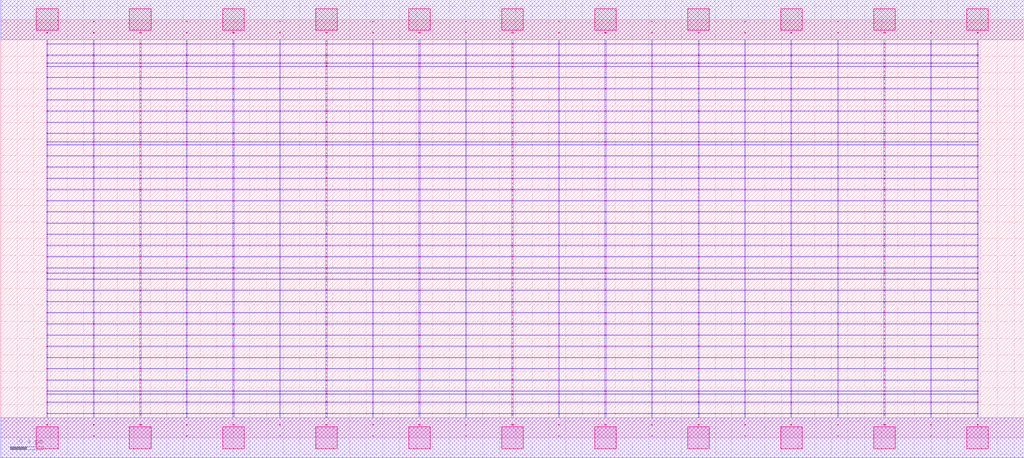
<source format=lef>
MACRO AOOOAI2322_DEBUG
 CLASS CORE ;
 FOREIGN AOOOAI2322_DEBUG 0 0 ;
 SIZE 12.32 BY 5.04 ;
 ORIGIN 0 0 ;
 SYMMETRY X Y R90 ;
 SITE unit ;

 OBS
    LAYER polycont ;
     RECT 6.15100000 2.58300000 6.16900000 2.59100000 ;
     RECT 6.15100000 2.71800000 6.16900000 2.72600000 ;
     RECT 6.15100000 2.85300000 6.16900000 2.86100000 ;
     RECT 6.15100000 2.98800000 6.16900000 2.99600000 ;
     RECT 8.39600000 2.58300000 8.40900000 2.59100000 ;
     RECT 8.95600000 2.58300000 8.96400000 2.59100000 ;
     RECT 9.51100000 2.58300000 9.52400000 2.59100000 ;
     RECT 10.07600000 2.58300000 10.08400000 2.59100000 ;
     RECT 10.63100000 2.58300000 10.64900000 2.59100000 ;
     RECT 11.19600000 2.58300000 11.20400000 2.59100000 ;
     RECT 11.75600000 2.58300000 11.76900000 2.59100000 ;
     RECT 6.71600000 2.58300000 6.72400000 2.59100000 ;
     RECT 6.71600000 2.71800000 6.72400000 2.72600000 ;
     RECT 7.27100000 2.71800000 7.28900000 2.72600000 ;
     RECT 7.83600000 2.71800000 7.84400000 2.72600000 ;
     RECT 8.39600000 2.71800000 8.40900000 2.72600000 ;
     RECT 8.95600000 2.71800000 8.96400000 2.72600000 ;
     RECT 9.51100000 2.71800000 9.52400000 2.72600000 ;
     RECT 10.07600000 2.71800000 10.08400000 2.72600000 ;
     RECT 10.63100000 2.71800000 10.64900000 2.72600000 ;
     RECT 11.19600000 2.71800000 11.20400000 2.72600000 ;
     RECT 11.75600000 2.71800000 11.76900000 2.72600000 ;
     RECT 7.27100000 2.58300000 7.28900000 2.59100000 ;
     RECT 6.71600000 2.85300000 6.72400000 2.86100000 ;
     RECT 7.27100000 2.85300000 7.28900000 2.86100000 ;
     RECT 7.83600000 2.85300000 7.84400000 2.86100000 ;
     RECT 8.39600000 2.85300000 8.40900000 2.86100000 ;
     RECT 8.95600000 2.85300000 8.96400000 2.86100000 ;
     RECT 9.51100000 2.85300000 9.52400000 2.86100000 ;
     RECT 10.07600000 2.85300000 10.08400000 2.86100000 ;
     RECT 10.63100000 2.85300000 10.64900000 2.86100000 ;
     RECT 11.19600000 2.85300000 11.20400000 2.86100000 ;
     RECT 11.75600000 2.85300000 11.76900000 2.86100000 ;
     RECT 7.83600000 2.58300000 7.84400000 2.59100000 ;
     RECT 6.71600000 2.98800000 6.72400000 2.99600000 ;
     RECT 7.27100000 2.98800000 7.28900000 2.99600000 ;
     RECT 7.83600000 2.98800000 7.84400000 2.99600000 ;
     RECT 8.39600000 2.98800000 8.40900000 2.99600000 ;
     RECT 8.95600000 2.98800000 8.96400000 2.99600000 ;
     RECT 9.51100000 2.98800000 9.52400000 2.99600000 ;
     RECT 10.07600000 2.98800000 10.08400000 2.99600000 ;
     RECT 10.63100000 2.98800000 10.64900000 2.99600000 ;
     RECT 11.19600000 2.98800000 11.20400000 2.99600000 ;
     RECT 11.75600000 2.98800000 11.76900000 2.99600000 ;
     RECT 8.95600000 3.12300000 8.96400000 3.13100000 ;
     RECT 8.95600000 3.25800000 8.96400000 3.26600000 ;
     RECT 8.95600000 3.39300000 8.96400000 3.40100000 ;
     RECT 8.95600000 3.52800000 8.96400000 3.53600000 ;
     RECT 8.95600000 3.56100000 8.96400000 3.56900000 ;
     RECT 8.95600000 3.66300000 8.96400000 3.67100000 ;
     RECT 8.95600000 3.79800000 8.96400000 3.80600000 ;
     RECT 8.95600000 3.93300000 8.96400000 3.94100000 ;
     RECT 8.95600000 4.06800000 8.96400000 4.07600000 ;
     RECT 8.95600000 4.20300000 8.96400000 4.21100000 ;
     RECT 8.95600000 4.33800000 8.96400000 4.34600000 ;
     RECT 8.95600000 4.47300000 8.96400000 4.48100000 ;
     RECT 8.95600000 4.51100000 8.96400000 4.51900000 ;
     RECT 8.95600000 4.60800000 8.96400000 4.61600000 ;
     RECT 8.95600000 4.74300000 8.96400000 4.75100000 ;
     RECT 8.95600000 4.87800000 8.96400000 4.88600000 ;
     RECT 5.59600000 2.71800000 5.60400000 2.72600000 ;
     RECT 1.11600000 2.58300000 1.12400000 2.59100000 ;
     RECT 1.67100000 2.58300000 1.68900000 2.59100000 ;
     RECT 0.55100000 2.98800000 0.56400000 2.99600000 ;
     RECT 1.11600000 2.98800000 1.12400000 2.99600000 ;
     RECT 1.67100000 2.98800000 1.68900000 2.99600000 ;
     RECT 2.23600000 2.98800000 2.24400000 2.99600000 ;
     RECT 2.79100000 2.98800000 2.80900000 2.99600000 ;
     RECT 3.35600000 2.98800000 3.36400000 2.99600000 ;
     RECT 3.91100000 2.98800000 3.92900000 2.99600000 ;
     RECT 4.47600000 2.98800000 4.48400000 2.99600000 ;
     RECT 5.03100000 2.98800000 5.04900000 2.99600000 ;
     RECT 5.59600000 2.98800000 5.60400000 2.99600000 ;
     RECT 2.23600000 2.58300000 2.24400000 2.59100000 ;
     RECT 2.79100000 2.58300000 2.80900000 2.59100000 ;
     RECT 3.35600000 2.58300000 3.36400000 2.59100000 ;
     RECT 3.91100000 2.58300000 3.92900000 2.59100000 ;
     RECT 4.47600000 2.58300000 4.48400000 2.59100000 ;
     RECT 5.03100000 2.58300000 5.04900000 2.59100000 ;
     RECT 5.59600000 2.58300000 5.60400000 2.59100000 ;
     RECT 0.55100000 2.58300000 0.56400000 2.59100000 ;
     RECT 0.55100000 2.71800000 0.56400000 2.72600000 ;
     RECT 0.55100000 2.85300000 0.56400000 2.86100000 ;
     RECT 1.11600000 2.85300000 1.12400000 2.86100000 ;
     RECT 1.67100000 2.85300000 1.68900000 2.86100000 ;
     RECT 2.23600000 2.85300000 2.24400000 2.86100000 ;
     RECT 2.79100000 2.85300000 2.80900000 2.86100000 ;
     RECT 3.35600000 2.85300000 3.36400000 2.86100000 ;
     RECT 3.91100000 2.85300000 3.92900000 2.86100000 ;
     RECT 4.47600000 2.85300000 4.48400000 2.86100000 ;
     RECT 5.03100000 2.85300000 5.04900000 2.86100000 ;
     RECT 5.59600000 2.85300000 5.60400000 2.86100000 ;
     RECT 1.11600000 2.71800000 1.12400000 2.72600000 ;
     RECT 1.67100000 2.71800000 1.68900000 2.72600000 ;
     RECT 2.23600000 2.71800000 2.24400000 2.72600000 ;
     RECT 2.79100000 2.71800000 2.80900000 2.72600000 ;
     RECT 3.35600000 2.71800000 3.36400000 2.72600000 ;
     RECT 3.91100000 2.71800000 3.92900000 2.72600000 ;
     RECT 4.47600000 2.71800000 4.48400000 2.72600000 ;
     RECT 5.03100000 2.71800000 5.04900000 2.72600000 ;
     RECT 11.19600000 1.36800000 11.20400000 1.37600000 ;
     RECT 11.75600000 1.36800000 11.76900000 1.37600000 ;
     RECT 11.19600000 1.50300000 11.20400000 1.51100000 ;
     RECT 11.75600000 1.50300000 11.76900000 1.51100000 ;
     RECT 11.19600000 1.63800000 11.20400000 1.64600000 ;
     RECT 11.75600000 1.63800000 11.76900000 1.64600000 ;
     RECT 11.19600000 1.77300000 11.20400000 1.78100000 ;
     RECT 11.75600000 1.77300000 11.76900000 1.78100000 ;
     RECT 11.19600000 1.90800000 11.20400000 1.91600000 ;
     RECT 11.75600000 1.90800000 11.76900000 1.91600000 ;
     RECT 11.19600000 1.98100000 11.20400000 1.98900000 ;
     RECT 11.75600000 1.98100000 11.76900000 1.98900000 ;
     RECT 11.19600000 2.04300000 11.20400000 2.05100000 ;
     RECT 11.75600000 2.04300000 11.76900000 2.05100000 ;
     RECT 11.19600000 2.17800000 11.20400000 2.18600000 ;
     RECT 11.75600000 2.17800000 11.76900000 2.18600000 ;
     RECT 11.19600000 2.31300000 11.20400000 2.32100000 ;
     RECT 11.75600000 2.31300000 11.76900000 2.32100000 ;
     RECT 11.19600000 2.44800000 11.20400000 2.45600000 ;
     RECT 11.75600000 2.44800000 11.76900000 2.45600000 ;
     RECT 11.19600000 0.15300000 11.20400000 0.16100000 ;
     RECT 11.75600000 0.15300000 11.76900000 0.16100000 ;
     RECT 11.19600000 0.28800000 11.20400000 0.29600000 ;
     RECT 11.75600000 0.28800000 11.76900000 0.29600000 ;
     RECT 11.19600000 0.42300000 11.20400000 0.43100000 ;
     RECT 11.75600000 0.42300000 11.76900000 0.43100000 ;
     RECT 11.19600000 0.52100000 11.20400000 0.52900000 ;
     RECT 11.75600000 0.52100000 11.76900000 0.52900000 ;
     RECT 11.19600000 0.55800000 11.20400000 0.56600000 ;
     RECT 11.75600000 0.55800000 11.76900000 0.56600000 ;
     RECT 11.19600000 0.69300000 11.20400000 0.70100000 ;
     RECT 11.75600000 0.69300000 11.76900000 0.70100000 ;
     RECT 11.19600000 0.82800000 11.20400000 0.83600000 ;
     RECT 11.75600000 0.82800000 11.76900000 0.83600000 ;
     RECT 11.19600000 0.96300000 11.20400000 0.97100000 ;
     RECT 11.75600000 0.96300000 11.76900000 0.97100000 ;
     RECT 11.19600000 1.09800000 11.20400000 1.10600000 ;
     RECT 11.75600000 1.09800000 11.76900000 1.10600000 ;
     RECT 11.19600000 1.23300000 11.20400000 1.24100000 ;
     RECT 11.75600000 1.23300000 11.76900000 1.24100000 ;

    LAYER pdiffc ;
     RECT 0.55100000 3.39300000 0.55900000 3.40100000 ;
     RECT 8.40100000 3.39300000 8.40900000 3.40100000 ;
     RECT 9.51100000 3.39300000 9.51900000 3.40100000 ;
     RECT 11.76100000 3.39300000 11.76900000 3.40100000 ;
     RECT 0.55100000 3.52800000 0.55900000 3.53600000 ;
     RECT 8.40100000 3.52800000 8.40900000 3.53600000 ;
     RECT 9.51100000 3.52800000 9.51900000 3.53600000 ;
     RECT 11.76100000 3.52800000 11.76900000 3.53600000 ;
     RECT 0.55100000 3.56100000 0.55900000 3.56900000 ;
     RECT 8.40100000 3.56100000 8.40900000 3.56900000 ;
     RECT 9.51100000 3.56100000 9.51900000 3.56900000 ;
     RECT 11.76100000 3.56100000 11.76900000 3.56900000 ;
     RECT 0.55100000 3.66300000 0.55900000 3.67100000 ;
     RECT 8.40100000 3.66300000 8.40900000 3.67100000 ;
     RECT 9.51100000 3.66300000 9.51900000 3.67100000 ;
     RECT 11.76100000 3.66300000 11.76900000 3.67100000 ;
     RECT 0.55100000 3.79800000 0.55900000 3.80600000 ;
     RECT 8.40100000 3.79800000 8.40900000 3.80600000 ;
     RECT 9.51100000 3.79800000 9.51900000 3.80600000 ;
     RECT 11.76100000 3.79800000 11.76900000 3.80600000 ;
     RECT 0.55100000 3.93300000 0.55900000 3.94100000 ;
     RECT 8.40100000 3.93300000 8.40900000 3.94100000 ;
     RECT 9.51100000 3.93300000 9.51900000 3.94100000 ;
     RECT 11.76100000 3.93300000 11.76900000 3.94100000 ;
     RECT 0.55100000 4.06800000 0.55900000 4.07600000 ;
     RECT 8.40100000 4.06800000 8.40900000 4.07600000 ;
     RECT 9.51100000 4.06800000 9.51900000 4.07600000 ;
     RECT 11.76100000 4.06800000 11.76900000 4.07600000 ;
     RECT 0.55100000 4.20300000 0.55900000 4.21100000 ;
     RECT 8.40100000 4.20300000 8.40900000 4.21100000 ;
     RECT 9.51100000 4.20300000 9.51900000 4.21100000 ;
     RECT 11.76100000 4.20300000 11.76900000 4.21100000 ;
     RECT 0.55100000 4.33800000 0.55900000 4.34600000 ;
     RECT 8.40100000 4.33800000 8.40900000 4.34600000 ;
     RECT 9.51100000 4.33800000 9.51900000 4.34600000 ;
     RECT 11.76100000 4.33800000 11.76900000 4.34600000 ;
     RECT 0.55100000 4.47300000 0.55900000 4.48100000 ;
     RECT 8.40100000 4.47300000 8.40900000 4.48100000 ;
     RECT 9.51100000 4.47300000 9.51900000 4.48100000 ;
     RECT 11.76100000 4.47300000 11.76900000 4.48100000 ;
     RECT 0.55100000 4.51100000 0.55900000 4.51900000 ;
     RECT 8.40100000 4.51100000 8.40900000 4.51900000 ;
     RECT 9.51100000 4.51100000 9.51900000 4.51900000 ;
     RECT 11.76100000 4.51100000 11.76900000 4.51900000 ;
     RECT 0.55100000 4.60800000 0.55900000 4.61600000 ;
     RECT 8.40100000 4.60800000 8.40900000 4.61600000 ;
     RECT 9.51100000 4.60800000 9.51900000 4.61600000 ;
     RECT 11.76100000 4.60800000 11.76900000 4.61600000 ;

    LAYER ndiffc ;
     RECT 6.15100000 0.42300000 6.16900000 0.43100000 ;
     RECT 7.27100000 0.42300000 7.28900000 0.43100000 ;
     RECT 8.39600000 0.42300000 8.40900000 0.43100000 ;
     RECT 9.51100000 0.42300000 9.52400000 0.43100000 ;
     RECT 10.63100000 0.42300000 10.64900000 0.43100000 ;
     RECT 6.15100000 0.52100000 6.16900000 0.52900000 ;
     RECT 7.27100000 0.52100000 7.28900000 0.52900000 ;
     RECT 8.39600000 0.52100000 8.40900000 0.52900000 ;
     RECT 9.51100000 0.52100000 9.52400000 0.52900000 ;
     RECT 10.63100000 0.52100000 10.64900000 0.52900000 ;
     RECT 6.15100000 0.55800000 6.16900000 0.56600000 ;
     RECT 7.27100000 0.55800000 7.28900000 0.56600000 ;
     RECT 8.39600000 0.55800000 8.40900000 0.56600000 ;
     RECT 9.51100000 0.55800000 9.52400000 0.56600000 ;
     RECT 10.63100000 0.55800000 10.64900000 0.56600000 ;
     RECT 6.15100000 0.69300000 6.16900000 0.70100000 ;
     RECT 7.27100000 0.69300000 7.28900000 0.70100000 ;
     RECT 8.39600000 0.69300000 8.40900000 0.70100000 ;
     RECT 9.51100000 0.69300000 9.52400000 0.70100000 ;
     RECT 10.63100000 0.69300000 10.64900000 0.70100000 ;
     RECT 6.15100000 0.82800000 6.16900000 0.83600000 ;
     RECT 7.27100000 0.82800000 7.28900000 0.83600000 ;
     RECT 8.39600000 0.82800000 8.40900000 0.83600000 ;
     RECT 9.51100000 0.82800000 9.52400000 0.83600000 ;
     RECT 10.63100000 0.82800000 10.64900000 0.83600000 ;
     RECT 6.15100000 0.96300000 6.16900000 0.97100000 ;
     RECT 7.27100000 0.96300000 7.28900000 0.97100000 ;
     RECT 8.39600000 0.96300000 8.40900000 0.97100000 ;
     RECT 9.51100000 0.96300000 9.52400000 0.97100000 ;
     RECT 10.63100000 0.96300000 10.64900000 0.97100000 ;
     RECT 6.15100000 1.09800000 6.16900000 1.10600000 ;
     RECT 7.27100000 1.09800000 7.28900000 1.10600000 ;
     RECT 8.39600000 1.09800000 8.40900000 1.10600000 ;
     RECT 9.51100000 1.09800000 9.52400000 1.10600000 ;
     RECT 10.63100000 1.09800000 10.64900000 1.10600000 ;
     RECT 6.15100000 1.23300000 6.16900000 1.24100000 ;
     RECT 7.27100000 1.23300000 7.28900000 1.24100000 ;
     RECT 8.39600000 1.23300000 8.40900000 1.24100000 ;
     RECT 9.51100000 1.23300000 9.52400000 1.24100000 ;
     RECT 10.63100000 1.23300000 10.64900000 1.24100000 ;
     RECT 6.15100000 1.36800000 6.16900000 1.37600000 ;
     RECT 7.27100000 1.36800000 7.28900000 1.37600000 ;
     RECT 8.39600000 1.36800000 8.40900000 1.37600000 ;
     RECT 9.51100000 1.36800000 9.52400000 1.37600000 ;
     RECT 10.63100000 1.36800000 10.64900000 1.37600000 ;
     RECT 6.15100000 1.50300000 6.16900000 1.51100000 ;
     RECT 7.27100000 1.50300000 7.28900000 1.51100000 ;
     RECT 8.39600000 1.50300000 8.40900000 1.51100000 ;
     RECT 9.51100000 1.50300000 9.52400000 1.51100000 ;
     RECT 10.63100000 1.50300000 10.64900000 1.51100000 ;
     RECT 6.15100000 1.63800000 6.16900000 1.64600000 ;
     RECT 7.27100000 1.63800000 7.28900000 1.64600000 ;
     RECT 8.39600000 1.63800000 8.40900000 1.64600000 ;
     RECT 9.51100000 1.63800000 9.52400000 1.64600000 ;
     RECT 10.63100000 1.63800000 10.64900000 1.64600000 ;
     RECT 6.15100000 1.77300000 6.16900000 1.78100000 ;
     RECT 7.27100000 1.77300000 7.28900000 1.78100000 ;
     RECT 8.39600000 1.77300000 8.40900000 1.78100000 ;
     RECT 9.51100000 1.77300000 9.52400000 1.78100000 ;
     RECT 10.63100000 1.77300000 10.64900000 1.78100000 ;
     RECT 6.15100000 1.90800000 6.16900000 1.91600000 ;
     RECT 7.27100000 1.90800000 7.28900000 1.91600000 ;
     RECT 8.39600000 1.90800000 8.40900000 1.91600000 ;
     RECT 9.51100000 1.90800000 9.52400000 1.91600000 ;
     RECT 10.63100000 1.90800000 10.64900000 1.91600000 ;
     RECT 6.15100000 1.98100000 6.16900000 1.98900000 ;
     RECT 7.27100000 1.98100000 7.28900000 1.98900000 ;
     RECT 8.39600000 1.98100000 8.40900000 1.98900000 ;
     RECT 9.51100000 1.98100000 9.52400000 1.98900000 ;
     RECT 10.63100000 1.98100000 10.64900000 1.98900000 ;
     RECT 6.15100000 2.04300000 6.16900000 2.05100000 ;
     RECT 7.27100000 2.04300000 7.28900000 2.05100000 ;
     RECT 8.39600000 2.04300000 8.40900000 2.05100000 ;
     RECT 9.51100000 2.04300000 9.52400000 2.05100000 ;
     RECT 10.63100000 2.04300000 10.64900000 2.05100000 ;
     RECT 0.55100000 0.42300000 0.56400000 0.43100000 ;
     RECT 1.67100000 0.42300000 1.68900000 0.43100000 ;
     RECT 2.79100000 0.42300000 2.80900000 0.43100000 ;
     RECT 3.91100000 0.42300000 3.92900000 0.43100000 ;
     RECT 5.03100000 0.42300000 5.04900000 0.43100000 ;
     RECT 0.55100000 1.36800000 0.56400000 1.37600000 ;
     RECT 1.67100000 1.36800000 1.68900000 1.37600000 ;
     RECT 2.79100000 1.36800000 2.80900000 1.37600000 ;
     RECT 3.91100000 1.36800000 3.92900000 1.37600000 ;
     RECT 5.03100000 1.36800000 5.04900000 1.37600000 ;
     RECT 0.55100000 0.82800000 0.56400000 0.83600000 ;
     RECT 1.67100000 0.82800000 1.68900000 0.83600000 ;
     RECT 2.79100000 0.82800000 2.80900000 0.83600000 ;
     RECT 3.91100000 0.82800000 3.92900000 0.83600000 ;
     RECT 5.03100000 0.82800000 5.04900000 0.83600000 ;
     RECT 0.55100000 1.50300000 0.56400000 1.51100000 ;
     RECT 1.67100000 1.50300000 1.68900000 1.51100000 ;
     RECT 2.79100000 1.50300000 2.80900000 1.51100000 ;
     RECT 3.91100000 1.50300000 3.92900000 1.51100000 ;
     RECT 5.03100000 1.50300000 5.04900000 1.51100000 ;
     RECT 0.55100000 0.55800000 0.56400000 0.56600000 ;
     RECT 1.67100000 0.55800000 1.68900000 0.56600000 ;
     RECT 2.79100000 0.55800000 2.80900000 0.56600000 ;
     RECT 3.91100000 0.55800000 3.92900000 0.56600000 ;
     RECT 5.03100000 0.55800000 5.04900000 0.56600000 ;
     RECT 0.55100000 1.63800000 0.56400000 1.64600000 ;
     RECT 1.67100000 1.63800000 1.68900000 1.64600000 ;
     RECT 2.79100000 1.63800000 2.80900000 1.64600000 ;
     RECT 3.91100000 1.63800000 3.92900000 1.64600000 ;
     RECT 5.03100000 1.63800000 5.04900000 1.64600000 ;
     RECT 0.55100000 0.96300000 0.56400000 0.97100000 ;
     RECT 1.67100000 0.96300000 1.68900000 0.97100000 ;
     RECT 2.79100000 0.96300000 2.80900000 0.97100000 ;
     RECT 3.91100000 0.96300000 3.92900000 0.97100000 ;
     RECT 5.03100000 0.96300000 5.04900000 0.97100000 ;
     RECT 0.55100000 1.77300000 0.56400000 1.78100000 ;
     RECT 1.67100000 1.77300000 1.68900000 1.78100000 ;
     RECT 2.79100000 1.77300000 2.80900000 1.78100000 ;
     RECT 3.91100000 1.77300000 3.92900000 1.78100000 ;
     RECT 5.03100000 1.77300000 5.04900000 1.78100000 ;
     RECT 0.55100000 0.52100000 0.56400000 0.52900000 ;
     RECT 1.67100000 0.52100000 1.68900000 0.52900000 ;
     RECT 2.79100000 0.52100000 2.80900000 0.52900000 ;
     RECT 3.91100000 0.52100000 3.92900000 0.52900000 ;
     RECT 5.03100000 0.52100000 5.04900000 0.52900000 ;
     RECT 0.55100000 1.90800000 0.56400000 1.91600000 ;
     RECT 1.67100000 1.90800000 1.68900000 1.91600000 ;
     RECT 2.79100000 1.90800000 2.80900000 1.91600000 ;
     RECT 3.91100000 1.90800000 3.92900000 1.91600000 ;
     RECT 5.03100000 1.90800000 5.04900000 1.91600000 ;
     RECT 0.55100000 1.09800000 0.56400000 1.10600000 ;
     RECT 1.67100000 1.09800000 1.68900000 1.10600000 ;
     RECT 2.79100000 1.09800000 2.80900000 1.10600000 ;
     RECT 3.91100000 1.09800000 3.92900000 1.10600000 ;
     RECT 5.03100000 1.09800000 5.04900000 1.10600000 ;
     RECT 0.55100000 1.98100000 0.56400000 1.98900000 ;
     RECT 1.67100000 1.98100000 1.68900000 1.98900000 ;
     RECT 2.79100000 1.98100000 2.80900000 1.98900000 ;
     RECT 3.91100000 1.98100000 3.92900000 1.98900000 ;
     RECT 5.03100000 1.98100000 5.04900000 1.98900000 ;
     RECT 0.55100000 0.69300000 0.56400000 0.70100000 ;
     RECT 1.67100000 0.69300000 1.68900000 0.70100000 ;
     RECT 2.79100000 0.69300000 2.80900000 0.70100000 ;
     RECT 3.91100000 0.69300000 3.92900000 0.70100000 ;
     RECT 5.03100000 0.69300000 5.04900000 0.70100000 ;
     RECT 0.55100000 2.04300000 0.56400000 2.05100000 ;
     RECT 1.67100000 2.04300000 1.68900000 2.05100000 ;
     RECT 2.79100000 2.04300000 2.80900000 2.05100000 ;
     RECT 3.91100000 2.04300000 3.92900000 2.05100000 ;
     RECT 5.03100000 2.04300000 5.04900000 2.05100000 ;
     RECT 0.55100000 1.23300000 0.56400000 1.24100000 ;
     RECT 1.67100000 1.23300000 1.68900000 1.24100000 ;
     RECT 2.79100000 1.23300000 2.80900000 1.24100000 ;
     RECT 3.91100000 1.23300000 3.92900000 1.24100000 ;
     RECT 5.03100000 1.23300000 5.04900000 1.24100000 ;

    LAYER met1 ;
     RECT 0.00000000 -0.24000000 12.32000000 0.24000000 ;
     RECT 6.15100000 0.24000000 6.16900000 0.28800000 ;
     RECT 0.55100000 0.28800000 11.76900000 0.29600000 ;
     RECT 6.15100000 0.29600000 6.16900000 0.42300000 ;
     RECT 0.55100000 0.42300000 11.76900000 0.43100000 ;
     RECT 6.15100000 0.43100000 6.16900000 0.52100000 ;
     RECT 0.55100000 0.52100000 11.76900000 0.52900000 ;
     RECT 6.15100000 0.52900000 6.16900000 0.55800000 ;
     RECT 0.55100000 0.55800000 11.76900000 0.56600000 ;
     RECT 6.15100000 0.56600000 6.16900000 0.69300000 ;
     RECT 0.55100000 0.69300000 11.76900000 0.70100000 ;
     RECT 6.15100000 0.70100000 6.16900000 0.82800000 ;
     RECT 0.55100000 0.82800000 11.76900000 0.83600000 ;
     RECT 6.15100000 0.83600000 6.16900000 0.96300000 ;
     RECT 0.55100000 0.96300000 11.76900000 0.97100000 ;
     RECT 6.15100000 0.97100000 6.16900000 1.09800000 ;
     RECT 0.55100000 1.09800000 11.76900000 1.10600000 ;
     RECT 6.15100000 1.10600000 6.16900000 1.23300000 ;
     RECT 0.55100000 1.23300000 11.76900000 1.24100000 ;
     RECT 6.15100000 1.24100000 6.16900000 1.36800000 ;
     RECT 0.55100000 1.36800000 11.76900000 1.37600000 ;
     RECT 6.15100000 1.37600000 6.16900000 1.50300000 ;
     RECT 0.55100000 1.50300000 11.76900000 1.51100000 ;
     RECT 6.15100000 1.51100000 6.16900000 1.63800000 ;
     RECT 0.55100000 1.63800000 11.76900000 1.64600000 ;
     RECT 6.15100000 1.64600000 6.16900000 1.77300000 ;
     RECT 0.55100000 1.77300000 11.76900000 1.78100000 ;
     RECT 6.15100000 1.78100000 6.16900000 1.90800000 ;
     RECT 0.55100000 1.90800000 11.76900000 1.91600000 ;
     RECT 6.15100000 1.91600000 6.16900000 1.98100000 ;
     RECT 0.55100000 1.98100000 11.76900000 1.98900000 ;
     RECT 6.15100000 1.98900000 6.16900000 2.04300000 ;
     RECT 0.55100000 2.04300000 11.76900000 2.05100000 ;
     RECT 6.15100000 2.05100000 6.16900000 2.17800000 ;
     RECT 0.55100000 2.17800000 11.76900000 2.18600000 ;
     RECT 6.15100000 2.18600000 6.16900000 2.31300000 ;
     RECT 0.55100000 2.31300000 11.76900000 2.32100000 ;
     RECT 6.15100000 2.32100000 6.16900000 2.44800000 ;
     RECT 0.55100000 2.44800000 11.76900000 2.45600000 ;
     RECT 0.55100000 2.45600000 0.56400000 2.58300000 ;
     RECT 1.11600000 2.45600000 1.12400000 2.58300000 ;
     RECT 1.67100000 2.45600000 1.68900000 2.58300000 ;
     RECT 2.23600000 2.45600000 2.24400000 2.58300000 ;
     RECT 2.79100000 2.45600000 2.80900000 2.58300000 ;
     RECT 3.35600000 2.45600000 3.36400000 2.58300000 ;
     RECT 3.91100000 2.45600000 3.92900000 2.58300000 ;
     RECT 4.47600000 2.45600000 4.48400000 2.58300000 ;
     RECT 5.03100000 2.45600000 5.04900000 2.58300000 ;
     RECT 5.59600000 2.45600000 5.60400000 2.58300000 ;
     RECT 6.15100000 2.45600000 6.16900000 2.58300000 ;
     RECT 6.71600000 2.45600000 6.72400000 2.58300000 ;
     RECT 7.27100000 2.45600000 7.28900000 2.58300000 ;
     RECT 7.83600000 2.45600000 7.84400000 2.58300000 ;
     RECT 8.39600000 2.45600000 8.40900000 2.58300000 ;
     RECT 8.95600000 2.45600000 8.96400000 2.58300000 ;
     RECT 9.51100000 2.45600000 9.52400000 2.58300000 ;
     RECT 10.07600000 2.45600000 10.08400000 2.58300000 ;
     RECT 10.63100000 2.45600000 10.64900000 2.58300000 ;
     RECT 11.19600000 2.45600000 11.20400000 2.58300000 ;
     RECT 11.75600000 2.45600000 11.76900000 2.58300000 ;
     RECT 0.55100000 2.58300000 11.76900000 2.59100000 ;
     RECT 6.15100000 2.59100000 6.16900000 2.71800000 ;
     RECT 0.55100000 2.71800000 11.76900000 2.72600000 ;
     RECT 6.15100000 2.72600000 6.16900000 2.85300000 ;
     RECT 0.55100000 2.85300000 11.76900000 2.86100000 ;
     RECT 6.15100000 2.86100000 6.16900000 2.98800000 ;
     RECT 0.55100000 2.98800000 11.76900000 2.99600000 ;
     RECT 6.15100000 2.99600000 6.16900000 3.12300000 ;
     RECT 0.55100000 3.12300000 11.76900000 3.13100000 ;
     RECT 6.15100000 3.13100000 6.16900000 3.25800000 ;
     RECT 0.55100000 3.25800000 11.76900000 3.26600000 ;
     RECT 6.15100000 3.26600000 6.16900000 3.39300000 ;
     RECT 0.55100000 3.39300000 11.76900000 3.40100000 ;
     RECT 6.15100000 3.40100000 6.16900000 3.52800000 ;
     RECT 0.55100000 3.52800000 11.76900000 3.53600000 ;
     RECT 6.15100000 3.53600000 6.16900000 3.56100000 ;
     RECT 0.55100000 3.56100000 11.76900000 3.56900000 ;
     RECT 6.15100000 3.56900000 6.16900000 3.66300000 ;
     RECT 0.55100000 3.66300000 11.76900000 3.67100000 ;
     RECT 6.15100000 3.67100000 6.16900000 3.79800000 ;
     RECT 0.55100000 3.79800000 11.76900000 3.80600000 ;
     RECT 6.15100000 3.80600000 6.16900000 3.93300000 ;
     RECT 0.55100000 3.93300000 11.76900000 3.94100000 ;
     RECT 6.15100000 3.94100000 6.16900000 4.06800000 ;
     RECT 0.55100000 4.06800000 11.76900000 4.07600000 ;
     RECT 6.15100000 4.07600000 6.16900000 4.20300000 ;
     RECT 0.55100000 4.20300000 11.76900000 4.21100000 ;
     RECT 6.15100000 4.21100000 6.16900000 4.33800000 ;
     RECT 0.55100000 4.33800000 11.76900000 4.34600000 ;
     RECT 6.15100000 4.34600000 6.16900000 4.47300000 ;
     RECT 0.55100000 4.47300000 11.76900000 4.48100000 ;
     RECT 6.15100000 4.48100000 6.16900000 4.51100000 ;
     RECT 0.55100000 4.51100000 11.76900000 4.51900000 ;
     RECT 6.15100000 4.51900000 6.16900000 4.60800000 ;
     RECT 0.55100000 4.60800000 11.76900000 4.61600000 ;
     RECT 6.15100000 4.61600000 6.16900000 4.74300000 ;
     RECT 0.55100000 4.74300000 11.76900000 4.75100000 ;
     RECT 6.15100000 4.75100000 6.16900000 4.80000000 ;
     RECT 0.00000000 4.80000000 12.32000000 5.28000000 ;
     RECT 6.71600000 3.80600000 6.72400000 3.93300000 ;
     RECT 7.27100000 3.80600000 7.28900000 3.93300000 ;
     RECT 7.83600000 3.80600000 7.84400000 3.93300000 ;
     RECT 8.39600000 3.80600000 8.40900000 3.93300000 ;
     RECT 8.95600000 3.80600000 8.96400000 3.93300000 ;
     RECT 9.51100000 3.80600000 9.52400000 3.93300000 ;
     RECT 10.07600000 3.80600000 10.08400000 3.93300000 ;
     RECT 10.63100000 3.80600000 10.64900000 3.93300000 ;
     RECT 11.19600000 3.80600000 11.20400000 3.93300000 ;
     RECT 11.75600000 3.80600000 11.76900000 3.93300000 ;
     RECT 9.51100000 3.94100000 9.52400000 4.06800000 ;
     RECT 10.07600000 3.94100000 10.08400000 4.06800000 ;
     RECT 10.63100000 3.94100000 10.64900000 4.06800000 ;
     RECT 11.19600000 3.94100000 11.20400000 4.06800000 ;
     RECT 11.75600000 3.94100000 11.76900000 4.06800000 ;
     RECT 9.51100000 4.07600000 9.52400000 4.20300000 ;
     RECT 10.07600000 4.07600000 10.08400000 4.20300000 ;
     RECT 10.63100000 4.07600000 10.64900000 4.20300000 ;
     RECT 11.19600000 4.07600000 11.20400000 4.20300000 ;
     RECT 11.75600000 4.07600000 11.76900000 4.20300000 ;
     RECT 9.51100000 4.21100000 9.52400000 4.33800000 ;
     RECT 10.07600000 4.21100000 10.08400000 4.33800000 ;
     RECT 10.63100000 4.21100000 10.64900000 4.33800000 ;
     RECT 11.19600000 4.21100000 11.20400000 4.33800000 ;
     RECT 11.75600000 4.21100000 11.76900000 4.33800000 ;
     RECT 9.51100000 4.34600000 9.52400000 4.47300000 ;
     RECT 10.07600000 4.34600000 10.08400000 4.47300000 ;
     RECT 10.63100000 4.34600000 10.64900000 4.47300000 ;
     RECT 11.19600000 4.34600000 11.20400000 4.47300000 ;
     RECT 11.75600000 4.34600000 11.76900000 4.47300000 ;
     RECT 9.51100000 4.48100000 9.52400000 4.51100000 ;
     RECT 10.07600000 4.48100000 10.08400000 4.51100000 ;
     RECT 10.63100000 4.48100000 10.64900000 4.51100000 ;
     RECT 11.19600000 4.48100000 11.20400000 4.51100000 ;
     RECT 11.75600000 4.48100000 11.76900000 4.51100000 ;
     RECT 9.51100000 4.51900000 9.52400000 4.60800000 ;
     RECT 10.07600000 4.51900000 10.08400000 4.60800000 ;
     RECT 10.63100000 4.51900000 10.64900000 4.60800000 ;
     RECT 11.19600000 4.51900000 11.20400000 4.60800000 ;
     RECT 11.75600000 4.51900000 11.76900000 4.60800000 ;
     RECT 9.51100000 4.61600000 9.52400000 4.74300000 ;
     RECT 10.07600000 4.61600000 10.08400000 4.74300000 ;
     RECT 10.63100000 4.61600000 10.64900000 4.74300000 ;
     RECT 11.19600000 4.61600000 11.20400000 4.74300000 ;
     RECT 11.75600000 4.61600000 11.76900000 4.74300000 ;
     RECT 9.51100000 4.75100000 9.52400000 4.80000000 ;
     RECT 10.07600000 4.75100000 10.08400000 4.80000000 ;
     RECT 10.63100000 4.75100000 10.64900000 4.80000000 ;
     RECT 11.19600000 4.75100000 11.20400000 4.80000000 ;
     RECT 11.75600000 4.75100000 11.76900000 4.80000000 ;
     RECT 6.71600000 4.48100000 6.72400000 4.51100000 ;
     RECT 7.27100000 4.48100000 7.28900000 4.51100000 ;
     RECT 7.83600000 4.48100000 7.84400000 4.51100000 ;
     RECT 8.39600000 4.48100000 8.40900000 4.51100000 ;
     RECT 8.95600000 4.48100000 8.96400000 4.51100000 ;
     RECT 6.71600000 4.21100000 6.72400000 4.33800000 ;
     RECT 7.27100000 4.21100000 7.28900000 4.33800000 ;
     RECT 7.83600000 4.21100000 7.84400000 4.33800000 ;
     RECT 8.39600000 4.21100000 8.40900000 4.33800000 ;
     RECT 8.95600000 4.21100000 8.96400000 4.33800000 ;
     RECT 6.71600000 4.51900000 6.72400000 4.60800000 ;
     RECT 7.27100000 4.51900000 7.28900000 4.60800000 ;
     RECT 7.83600000 4.51900000 7.84400000 4.60800000 ;
     RECT 8.39600000 4.51900000 8.40900000 4.60800000 ;
     RECT 8.95600000 4.51900000 8.96400000 4.60800000 ;
     RECT 6.71600000 4.07600000 6.72400000 4.20300000 ;
     RECT 7.27100000 4.07600000 7.28900000 4.20300000 ;
     RECT 7.83600000 4.07600000 7.84400000 4.20300000 ;
     RECT 8.39600000 4.07600000 8.40900000 4.20300000 ;
     RECT 8.95600000 4.07600000 8.96400000 4.20300000 ;
     RECT 6.71600000 4.61600000 6.72400000 4.74300000 ;
     RECT 7.27100000 4.61600000 7.28900000 4.74300000 ;
     RECT 7.83600000 4.61600000 7.84400000 4.74300000 ;
     RECT 8.39600000 4.61600000 8.40900000 4.74300000 ;
     RECT 8.95600000 4.61600000 8.96400000 4.74300000 ;
     RECT 6.71600000 4.34600000 6.72400000 4.47300000 ;
     RECT 7.27100000 4.34600000 7.28900000 4.47300000 ;
     RECT 7.83600000 4.34600000 7.84400000 4.47300000 ;
     RECT 8.39600000 4.34600000 8.40900000 4.47300000 ;
     RECT 8.95600000 4.34600000 8.96400000 4.47300000 ;
     RECT 6.71600000 4.75100000 6.72400000 4.80000000 ;
     RECT 7.27100000 4.75100000 7.28900000 4.80000000 ;
     RECT 7.83600000 4.75100000 7.84400000 4.80000000 ;
     RECT 8.39600000 4.75100000 8.40900000 4.80000000 ;
     RECT 8.95600000 4.75100000 8.96400000 4.80000000 ;
     RECT 6.71600000 3.94100000 6.72400000 4.06800000 ;
     RECT 7.27100000 3.94100000 7.28900000 4.06800000 ;
     RECT 7.83600000 3.94100000 7.84400000 4.06800000 ;
     RECT 8.39600000 3.94100000 8.40900000 4.06800000 ;
     RECT 8.95600000 3.94100000 8.96400000 4.06800000 ;
     RECT 8.39600000 2.99600000 8.40900000 3.12300000 ;
     RECT 8.95600000 2.99600000 8.96400000 3.12300000 ;
     RECT 6.71600000 3.13100000 6.72400000 3.25800000 ;
     RECT 7.27100000 3.13100000 7.28900000 3.25800000 ;
     RECT 7.83600000 3.13100000 7.84400000 3.25800000 ;
     RECT 8.39600000 3.13100000 8.40900000 3.25800000 ;
     RECT 8.95600000 3.13100000 8.96400000 3.25800000 ;
     RECT 8.95600000 2.86100000 8.96400000 2.98800000 ;
     RECT 6.71600000 3.26600000 6.72400000 3.39300000 ;
     RECT 7.27100000 3.26600000 7.28900000 3.39300000 ;
     RECT 7.83600000 3.26600000 7.84400000 3.39300000 ;
     RECT 8.39600000 3.26600000 8.40900000 3.39300000 ;
     RECT 8.95600000 3.26600000 8.96400000 3.39300000 ;
     RECT 6.71600000 2.59100000 6.72400000 2.71800000 ;
     RECT 7.27100000 2.59100000 7.28900000 2.71800000 ;
     RECT 6.71600000 3.40100000 6.72400000 3.52800000 ;
     RECT 7.27100000 3.40100000 7.28900000 3.52800000 ;
     RECT 7.83600000 3.40100000 7.84400000 3.52800000 ;
     RECT 8.39600000 3.40100000 8.40900000 3.52800000 ;
     RECT 7.83600000 2.59100000 7.84400000 2.71800000 ;
     RECT 8.39600000 2.59100000 8.40900000 2.71800000 ;
     RECT 8.95600000 3.40100000 8.96400000 3.52800000 ;
     RECT 6.71600000 2.72600000 6.72400000 2.85300000 ;
     RECT 7.27100000 2.72600000 7.28900000 2.85300000 ;
     RECT 6.71600000 3.53600000 6.72400000 3.56100000 ;
     RECT 7.27100000 3.53600000 7.28900000 3.56100000 ;
     RECT 7.83600000 3.53600000 7.84400000 3.56100000 ;
     RECT 8.39600000 3.53600000 8.40900000 3.56100000 ;
     RECT 8.95600000 3.53600000 8.96400000 3.56100000 ;
     RECT 7.83600000 2.72600000 7.84400000 2.85300000 ;
     RECT 8.39600000 2.72600000 8.40900000 2.85300000 ;
     RECT 6.71600000 2.86100000 6.72400000 2.98800000 ;
     RECT 7.27100000 2.86100000 7.28900000 2.98800000 ;
     RECT 6.71600000 3.56900000 6.72400000 3.66300000 ;
     RECT 7.27100000 3.56900000 7.28900000 3.66300000 ;
     RECT 7.83600000 3.56900000 7.84400000 3.66300000 ;
     RECT 8.39600000 3.56900000 8.40900000 3.66300000 ;
     RECT 8.95600000 3.56900000 8.96400000 3.66300000 ;
     RECT 8.95600000 2.59100000 8.96400000 2.71800000 ;
     RECT 8.95600000 2.72600000 8.96400000 2.85300000 ;
     RECT 6.71600000 3.67100000 6.72400000 3.79800000 ;
     RECT 7.27100000 3.67100000 7.28900000 3.79800000 ;
     RECT 7.83600000 3.67100000 7.84400000 3.79800000 ;
     RECT 8.39600000 3.67100000 8.40900000 3.79800000 ;
     RECT 7.83600000 2.86100000 7.84400000 2.98800000 ;
     RECT 8.39600000 2.86100000 8.40900000 2.98800000 ;
     RECT 8.95600000 3.67100000 8.96400000 3.79800000 ;
     RECT 7.27100000 2.99600000 7.28900000 3.12300000 ;
     RECT 7.83600000 2.99600000 7.84400000 3.12300000 ;
     RECT 6.71600000 2.99600000 6.72400000 3.12300000 ;
     RECT 9.51100000 3.53600000 9.52400000 3.56100000 ;
     RECT 10.07600000 3.53600000 10.08400000 3.56100000 ;
     RECT 9.51100000 2.86100000 9.52400000 2.98800000 ;
     RECT 10.63100000 3.53600000 10.64900000 3.56100000 ;
     RECT 11.19600000 3.53600000 11.20400000 3.56100000 ;
     RECT 11.75600000 3.53600000 11.76900000 3.56100000 ;
     RECT 9.51100000 3.26600000 9.52400000 3.39300000 ;
     RECT 10.07600000 3.26600000 10.08400000 3.39300000 ;
     RECT 10.63100000 3.26600000 10.64900000 3.39300000 ;
     RECT 11.19600000 3.26600000 11.20400000 3.39300000 ;
     RECT 11.75600000 3.26600000 11.76900000 3.39300000 ;
     RECT 11.19600000 2.99600000 11.20400000 3.12300000 ;
     RECT 11.75600000 2.99600000 11.76900000 3.12300000 ;
     RECT 10.07600000 2.86100000 10.08400000 2.98800000 ;
     RECT 10.63100000 2.86100000 10.64900000 2.98800000 ;
     RECT 9.51100000 3.56900000 9.52400000 3.66300000 ;
     RECT 10.07600000 3.56900000 10.08400000 3.66300000 ;
     RECT 10.63100000 3.56900000 10.64900000 3.66300000 ;
     RECT 11.19600000 3.56900000 11.20400000 3.66300000 ;
     RECT 11.75600000 3.56900000 11.76900000 3.66300000 ;
     RECT 9.51100000 3.13100000 9.52400000 3.25800000 ;
     RECT 9.51100000 2.72600000 9.52400000 2.85300000 ;
     RECT 10.07600000 3.13100000 10.08400000 3.25800000 ;
     RECT 10.63100000 3.13100000 10.64900000 3.25800000 ;
     RECT 11.19600000 3.13100000 11.20400000 3.25800000 ;
     RECT 11.19600000 2.86100000 11.20400000 2.98800000 ;
     RECT 11.75600000 2.86100000 11.76900000 2.98800000 ;
     RECT 11.75600000 3.13100000 11.76900000 3.25800000 ;
     RECT 9.51100000 3.40100000 9.52400000 3.52800000 ;
     RECT 9.51100000 3.67100000 9.52400000 3.79800000 ;
     RECT 10.07600000 3.67100000 10.08400000 3.79800000 ;
     RECT 10.63100000 3.67100000 10.64900000 3.79800000 ;
     RECT 11.19600000 3.67100000 11.20400000 3.79800000 ;
     RECT 11.75600000 3.67100000 11.76900000 3.79800000 ;
     RECT 10.07600000 2.72600000 10.08400000 2.85300000 ;
     RECT 10.63100000 2.72600000 10.64900000 2.85300000 ;
     RECT 10.07600000 3.40100000 10.08400000 3.52800000 ;
     RECT 10.63100000 3.40100000 10.64900000 3.52800000 ;
     RECT 9.51100000 2.59100000 9.52400000 2.71800000 ;
     RECT 11.19600000 3.40100000 11.20400000 3.52800000 ;
     RECT 11.75600000 3.40100000 11.76900000 3.52800000 ;
     RECT 11.19600000 2.59100000 11.20400000 2.71800000 ;
     RECT 11.75600000 2.59100000 11.76900000 2.71800000 ;
     RECT 10.07600000 2.59100000 10.08400000 2.71800000 ;
     RECT 10.63100000 2.59100000 10.64900000 2.71800000 ;
     RECT 9.51100000 2.99600000 9.52400000 3.12300000 ;
     RECT 10.07600000 2.99600000 10.08400000 3.12300000 ;
     RECT 11.19600000 2.72600000 11.20400000 2.85300000 ;
     RECT 11.75600000 2.72600000 11.76900000 2.85300000 ;
     RECT 10.63100000 2.99600000 10.64900000 3.12300000 ;
     RECT 5.03100000 3.80600000 5.04900000 3.93300000 ;
     RECT 5.59600000 3.80600000 5.60400000 3.93300000 ;
     RECT 0.55100000 3.80600000 0.56400000 3.93300000 ;
     RECT 1.11600000 3.80600000 1.12400000 3.93300000 ;
     RECT 1.67100000 3.80600000 1.68900000 3.93300000 ;
     RECT 2.23600000 3.80600000 2.24400000 3.93300000 ;
     RECT 2.79100000 3.80600000 2.80900000 3.93300000 ;
     RECT 3.35600000 3.80600000 3.36400000 3.93300000 ;
     RECT 3.91100000 3.80600000 3.92900000 3.93300000 ;
     RECT 4.47600000 3.80600000 4.48400000 3.93300000 ;
     RECT 5.03100000 4.07600000 5.04900000 4.20300000 ;
     RECT 5.59600000 4.07600000 5.60400000 4.20300000 ;
     RECT 3.35600000 4.21100000 3.36400000 4.33800000 ;
     RECT 3.91100000 4.21100000 3.92900000 4.33800000 ;
     RECT 4.47600000 4.21100000 4.48400000 4.33800000 ;
     RECT 5.03100000 4.21100000 5.04900000 4.33800000 ;
     RECT 5.59600000 4.21100000 5.60400000 4.33800000 ;
     RECT 3.35600000 4.34600000 3.36400000 4.47300000 ;
     RECT 3.91100000 4.34600000 3.92900000 4.47300000 ;
     RECT 4.47600000 4.34600000 4.48400000 4.47300000 ;
     RECT 5.03100000 4.34600000 5.04900000 4.47300000 ;
     RECT 5.59600000 4.34600000 5.60400000 4.47300000 ;
     RECT 3.35600000 4.48100000 3.36400000 4.51100000 ;
     RECT 3.91100000 4.48100000 3.92900000 4.51100000 ;
     RECT 4.47600000 4.48100000 4.48400000 4.51100000 ;
     RECT 5.03100000 4.48100000 5.04900000 4.51100000 ;
     RECT 5.59600000 4.48100000 5.60400000 4.51100000 ;
     RECT 3.35600000 4.51900000 3.36400000 4.60800000 ;
     RECT 3.91100000 4.51900000 3.92900000 4.60800000 ;
     RECT 4.47600000 4.51900000 4.48400000 4.60800000 ;
     RECT 5.03100000 4.51900000 5.04900000 4.60800000 ;
     RECT 5.59600000 4.51900000 5.60400000 4.60800000 ;
     RECT 3.35600000 4.61600000 3.36400000 4.74300000 ;
     RECT 3.91100000 4.61600000 3.92900000 4.74300000 ;
     RECT 4.47600000 4.61600000 4.48400000 4.74300000 ;
     RECT 5.03100000 4.61600000 5.04900000 4.74300000 ;
     RECT 5.59600000 4.61600000 5.60400000 4.74300000 ;
     RECT 3.35600000 4.75100000 3.36400000 4.80000000 ;
     RECT 3.91100000 4.75100000 3.92900000 4.80000000 ;
     RECT 4.47600000 4.75100000 4.48400000 4.80000000 ;
     RECT 5.03100000 4.75100000 5.04900000 4.80000000 ;
     RECT 5.59600000 4.75100000 5.60400000 4.80000000 ;
     RECT 3.35600000 3.94100000 3.36400000 4.06800000 ;
     RECT 3.91100000 3.94100000 3.92900000 4.06800000 ;
     RECT 4.47600000 3.94100000 4.48400000 4.06800000 ;
     RECT 5.03100000 3.94100000 5.04900000 4.06800000 ;
     RECT 5.59600000 3.94100000 5.60400000 4.06800000 ;
     RECT 3.35600000 4.07600000 3.36400000 4.20300000 ;
     RECT 3.91100000 4.07600000 3.92900000 4.20300000 ;
     RECT 4.47600000 4.07600000 4.48400000 4.20300000 ;
     RECT 2.23600000 4.21100000 2.24400000 4.33800000 ;
     RECT 2.79100000 4.21100000 2.80900000 4.33800000 ;
     RECT 0.55100000 4.51900000 0.56400000 4.60800000 ;
     RECT 1.11600000 4.51900000 1.12400000 4.60800000 ;
     RECT 1.67100000 4.51900000 1.68900000 4.60800000 ;
     RECT 2.23600000 4.51900000 2.24400000 4.60800000 ;
     RECT 2.79100000 4.51900000 2.80900000 4.60800000 ;
     RECT 0.55100000 4.07600000 0.56400000 4.20300000 ;
     RECT 1.11600000 4.07600000 1.12400000 4.20300000 ;
     RECT 1.67100000 4.07600000 1.68900000 4.20300000 ;
     RECT 2.23600000 4.07600000 2.24400000 4.20300000 ;
     RECT 2.79100000 4.07600000 2.80900000 4.20300000 ;
     RECT 0.55100000 4.61600000 0.56400000 4.74300000 ;
     RECT 1.11600000 4.61600000 1.12400000 4.74300000 ;
     RECT 1.67100000 4.61600000 1.68900000 4.74300000 ;
     RECT 2.23600000 4.61600000 2.24400000 4.74300000 ;
     RECT 2.79100000 4.61600000 2.80900000 4.74300000 ;
     RECT 0.55100000 4.34600000 0.56400000 4.47300000 ;
     RECT 1.11600000 4.34600000 1.12400000 4.47300000 ;
     RECT 1.67100000 4.34600000 1.68900000 4.47300000 ;
     RECT 2.23600000 4.34600000 2.24400000 4.47300000 ;
     RECT 2.79100000 4.34600000 2.80900000 4.47300000 ;
     RECT 0.55100000 4.75100000 0.56400000 4.80000000 ;
     RECT 1.11600000 4.75100000 1.12400000 4.80000000 ;
     RECT 1.67100000 4.75100000 1.68900000 4.80000000 ;
     RECT 2.23600000 4.75100000 2.24400000 4.80000000 ;
     RECT 2.79100000 4.75100000 2.80900000 4.80000000 ;
     RECT 0.55100000 3.94100000 0.56400000 4.06800000 ;
     RECT 1.11600000 3.94100000 1.12400000 4.06800000 ;
     RECT 1.67100000 3.94100000 1.68900000 4.06800000 ;
     RECT 2.23600000 3.94100000 2.24400000 4.06800000 ;
     RECT 2.79100000 3.94100000 2.80900000 4.06800000 ;
     RECT 0.55100000 4.48100000 0.56400000 4.51100000 ;
     RECT 1.11600000 4.48100000 1.12400000 4.51100000 ;
     RECT 1.67100000 4.48100000 1.68900000 4.51100000 ;
     RECT 2.23600000 4.48100000 2.24400000 4.51100000 ;
     RECT 2.79100000 4.48100000 2.80900000 4.51100000 ;
     RECT 0.55100000 4.21100000 0.56400000 4.33800000 ;
     RECT 1.11600000 4.21100000 1.12400000 4.33800000 ;
     RECT 1.67100000 4.21100000 1.68900000 4.33800000 ;
     RECT 2.79100000 3.53600000 2.80900000 3.56100000 ;
     RECT 0.55100000 2.86100000 0.56400000 2.98800000 ;
     RECT 1.11600000 2.86100000 1.12400000 2.98800000 ;
     RECT 1.67100000 2.86100000 1.68900000 2.98800000 ;
     RECT 2.23600000 2.86100000 2.24400000 2.98800000 ;
     RECT 2.23600000 2.59100000 2.24400000 2.71800000 ;
     RECT 0.55100000 3.40100000 0.56400000 3.52800000 ;
     RECT 1.11600000 3.40100000 1.12400000 3.52800000 ;
     RECT 0.55100000 2.59100000 0.56400000 2.71800000 ;
     RECT 1.67100000 2.72600000 1.68900000 2.85300000 ;
     RECT 2.23600000 2.72600000 2.24400000 2.85300000 ;
     RECT 2.79100000 2.72600000 2.80900000 2.85300000 ;
     RECT 0.55100000 3.67100000 0.56400000 3.79800000 ;
     RECT 1.11600000 3.67100000 1.12400000 3.79800000 ;
     RECT 1.67100000 3.67100000 1.68900000 3.79800000 ;
     RECT 2.23600000 3.67100000 2.24400000 3.79800000 ;
     RECT 2.79100000 3.67100000 2.80900000 3.79800000 ;
     RECT 1.11600000 2.59100000 1.12400000 2.71800000 ;
     RECT 0.55100000 2.72600000 0.56400000 2.85300000 ;
     RECT 1.11600000 2.72600000 1.12400000 2.85300000 ;
     RECT 0.55100000 3.53600000 0.56400000 3.56100000 ;
     RECT 1.11600000 3.53600000 1.12400000 3.56100000 ;
     RECT 1.67100000 3.40100000 1.68900000 3.52800000 ;
     RECT 0.55100000 3.13100000 0.56400000 3.25800000 ;
     RECT 1.11600000 3.13100000 1.12400000 3.25800000 ;
     RECT 1.67100000 3.13100000 1.68900000 3.25800000 ;
     RECT 2.23600000 3.13100000 2.24400000 3.25800000 ;
     RECT 0.55100000 3.26600000 0.56400000 3.39300000 ;
     RECT 1.11600000 3.26600000 1.12400000 3.39300000 ;
     RECT 1.67100000 3.26600000 1.68900000 3.39300000 ;
     RECT 2.23600000 3.26600000 2.24400000 3.39300000 ;
     RECT 2.79100000 3.26600000 2.80900000 3.39300000 ;
     RECT 2.79100000 3.13100000 2.80900000 3.25800000 ;
     RECT 0.55100000 3.56900000 0.56400000 3.66300000 ;
     RECT 1.11600000 3.56900000 1.12400000 3.66300000 ;
     RECT 1.67100000 3.56900000 1.68900000 3.66300000 ;
     RECT 2.23600000 3.56900000 2.24400000 3.66300000 ;
     RECT 2.23600000 3.40100000 2.24400000 3.52800000 ;
     RECT 2.79100000 3.40100000 2.80900000 3.52800000 ;
     RECT 2.79100000 2.59100000 2.80900000 2.71800000 ;
     RECT 0.55100000 2.99600000 0.56400000 3.12300000 ;
     RECT 1.11600000 2.99600000 1.12400000 3.12300000 ;
     RECT 1.67100000 2.99600000 1.68900000 3.12300000 ;
     RECT 2.23600000 2.99600000 2.24400000 3.12300000 ;
     RECT 2.79100000 2.99600000 2.80900000 3.12300000 ;
     RECT 1.67100000 2.59100000 1.68900000 2.71800000 ;
     RECT 1.67100000 3.53600000 1.68900000 3.56100000 ;
     RECT 2.79100000 3.56900000 2.80900000 3.66300000 ;
     RECT 2.79100000 2.86100000 2.80900000 2.98800000 ;
     RECT 2.23600000 3.53600000 2.24400000 3.56100000 ;
     RECT 5.59600000 2.72600000 5.60400000 2.85300000 ;
     RECT 5.03100000 2.72600000 5.04900000 2.85300000 ;
     RECT 3.35600000 3.40100000 3.36400000 3.52800000 ;
     RECT 3.91100000 3.40100000 3.92900000 3.52800000 ;
     RECT 4.47600000 3.40100000 4.48400000 3.52800000 ;
     RECT 3.35600000 3.67100000 3.36400000 3.79800000 ;
     RECT 5.03100000 3.40100000 5.04900000 3.52800000 ;
     RECT 5.59600000 3.40100000 5.60400000 3.52800000 ;
     RECT 3.91100000 2.99600000 3.92900000 3.12300000 ;
     RECT 5.03100000 2.99600000 5.04900000 3.12300000 ;
     RECT 5.59600000 2.99600000 5.60400000 3.12300000 ;
     RECT 3.91100000 2.59100000 3.92900000 2.71800000 ;
     RECT 3.35600000 3.56900000 3.36400000 3.66300000 ;
     RECT 3.91100000 3.56900000 3.92900000 3.66300000 ;
     RECT 4.47600000 3.56900000 4.48400000 3.66300000 ;
     RECT 5.03100000 3.56900000 5.04900000 3.66300000 ;
     RECT 3.91100000 3.67100000 3.92900000 3.79800000 ;
     RECT 4.47600000 3.67100000 4.48400000 3.79800000 ;
     RECT 5.03100000 3.67100000 5.04900000 3.79800000 ;
     RECT 5.59600000 3.67100000 5.60400000 3.79800000 ;
     RECT 3.91100000 2.72600000 3.92900000 2.85300000 ;
     RECT 4.47600000 2.72600000 4.48400000 2.85300000 ;
     RECT 5.59600000 3.56900000 5.60400000 3.66300000 ;
     RECT 5.03100000 3.13100000 5.04900000 3.25800000 ;
     RECT 5.59600000 3.13100000 5.60400000 3.25800000 ;
     RECT 4.47600000 2.59100000 4.48400000 2.71800000 ;
     RECT 3.35600000 2.86100000 3.36400000 2.98800000 ;
     RECT 3.35600000 3.26600000 3.36400000 3.39300000 ;
     RECT 3.91100000 2.86100000 3.92900000 2.98800000 ;
     RECT 4.47600000 2.86100000 4.48400000 2.98800000 ;
     RECT 5.03100000 2.59100000 5.04900000 2.71800000 ;
     RECT 5.59600000 2.59100000 5.60400000 2.71800000 ;
     RECT 4.47600000 2.99600000 4.48400000 3.12300000 ;
     RECT 3.35600000 2.99600000 3.36400000 3.12300000 ;
     RECT 3.35600000 3.53600000 3.36400000 3.56100000 ;
     RECT 3.91100000 3.53600000 3.92900000 3.56100000 ;
     RECT 3.35600000 3.13100000 3.36400000 3.25800000 ;
     RECT 3.91100000 3.13100000 3.92900000 3.25800000 ;
     RECT 3.91100000 3.26600000 3.92900000 3.39300000 ;
     RECT 4.47600000 3.26600000 4.48400000 3.39300000 ;
     RECT 5.03100000 3.26600000 5.04900000 3.39300000 ;
     RECT 5.59600000 3.26600000 5.60400000 3.39300000 ;
     RECT 4.47600000 3.13100000 4.48400000 3.25800000 ;
     RECT 4.47600000 3.53600000 4.48400000 3.56100000 ;
     RECT 5.03100000 2.86100000 5.04900000 2.98800000 ;
     RECT 5.59600000 2.86100000 5.60400000 2.98800000 ;
     RECT 5.03100000 3.53600000 5.04900000 3.56100000 ;
     RECT 5.59600000 3.53600000 5.60400000 3.56100000 ;
     RECT 3.35600000 2.59100000 3.36400000 2.71800000 ;
     RECT 3.35600000 2.72600000 3.36400000 2.85300000 ;
     RECT 1.67100000 1.10600000 1.68900000 1.23300000 ;
     RECT 2.23600000 1.10600000 2.24400000 1.23300000 ;
     RECT 2.79100000 1.10600000 2.80900000 1.23300000 ;
     RECT 3.35600000 1.10600000 3.36400000 1.23300000 ;
     RECT 3.91100000 1.10600000 3.92900000 1.23300000 ;
     RECT 4.47600000 1.10600000 4.48400000 1.23300000 ;
     RECT 5.03100000 1.10600000 5.04900000 1.23300000 ;
     RECT 5.59600000 1.10600000 5.60400000 1.23300000 ;
     RECT 0.55100000 1.10600000 0.56400000 1.23300000 ;
     RECT 1.11600000 1.10600000 1.12400000 1.23300000 ;
     RECT 4.47600000 1.24100000 4.48400000 1.36800000 ;
     RECT 5.03100000 1.24100000 5.04900000 1.36800000 ;
     RECT 5.59600000 1.24100000 5.60400000 1.36800000 ;
     RECT 3.35600000 1.37600000 3.36400000 1.50300000 ;
     RECT 3.91100000 1.37600000 3.92900000 1.50300000 ;
     RECT 4.47600000 1.37600000 4.48400000 1.50300000 ;
     RECT 5.03100000 1.37600000 5.04900000 1.50300000 ;
     RECT 5.59600000 1.37600000 5.60400000 1.50300000 ;
     RECT 3.35600000 1.51100000 3.36400000 1.63800000 ;
     RECT 3.91100000 1.51100000 3.92900000 1.63800000 ;
     RECT 4.47600000 1.51100000 4.48400000 1.63800000 ;
     RECT 5.03100000 1.51100000 5.04900000 1.63800000 ;
     RECT 5.59600000 1.51100000 5.60400000 1.63800000 ;
     RECT 3.35600000 1.64600000 3.36400000 1.77300000 ;
     RECT 3.91100000 1.64600000 3.92900000 1.77300000 ;
     RECT 4.47600000 1.64600000 4.48400000 1.77300000 ;
     RECT 5.03100000 1.64600000 5.04900000 1.77300000 ;
     RECT 5.59600000 1.64600000 5.60400000 1.77300000 ;
     RECT 3.35600000 1.78100000 3.36400000 1.90800000 ;
     RECT 3.91100000 1.78100000 3.92900000 1.90800000 ;
     RECT 4.47600000 1.78100000 4.48400000 1.90800000 ;
     RECT 5.03100000 1.78100000 5.04900000 1.90800000 ;
     RECT 5.59600000 1.78100000 5.60400000 1.90800000 ;
     RECT 3.35600000 1.91600000 3.36400000 1.98100000 ;
     RECT 3.91100000 1.91600000 3.92900000 1.98100000 ;
     RECT 4.47600000 1.91600000 4.48400000 1.98100000 ;
     RECT 5.03100000 1.91600000 5.04900000 1.98100000 ;
     RECT 5.59600000 1.91600000 5.60400000 1.98100000 ;
     RECT 3.35600000 1.98900000 3.36400000 2.04300000 ;
     RECT 3.91100000 1.98900000 3.92900000 2.04300000 ;
     RECT 4.47600000 1.98900000 4.48400000 2.04300000 ;
     RECT 5.03100000 1.98900000 5.04900000 2.04300000 ;
     RECT 5.59600000 1.98900000 5.60400000 2.04300000 ;
     RECT 3.35600000 2.05100000 3.36400000 2.17800000 ;
     RECT 3.91100000 2.05100000 3.92900000 2.17800000 ;
     RECT 4.47600000 2.05100000 4.48400000 2.17800000 ;
     RECT 5.03100000 2.05100000 5.04900000 2.17800000 ;
     RECT 5.59600000 2.05100000 5.60400000 2.17800000 ;
     RECT 3.35600000 2.18600000 3.36400000 2.31300000 ;
     RECT 3.91100000 2.18600000 3.92900000 2.31300000 ;
     RECT 4.47600000 2.18600000 4.48400000 2.31300000 ;
     RECT 5.03100000 2.18600000 5.04900000 2.31300000 ;
     RECT 5.59600000 2.18600000 5.60400000 2.31300000 ;
     RECT 3.35600000 2.32100000 3.36400000 2.44800000 ;
     RECT 3.91100000 2.32100000 3.92900000 2.44800000 ;
     RECT 4.47600000 2.32100000 4.48400000 2.44800000 ;
     RECT 5.03100000 2.32100000 5.04900000 2.44800000 ;
     RECT 5.59600000 2.32100000 5.60400000 2.44800000 ;
     RECT 3.35600000 1.24100000 3.36400000 1.36800000 ;
     RECT 3.91100000 1.24100000 3.92900000 1.36800000 ;
     RECT 1.67100000 1.91600000 1.68900000 1.98100000 ;
     RECT 2.23600000 1.91600000 2.24400000 1.98100000 ;
     RECT 2.79100000 1.91600000 2.80900000 1.98100000 ;
     RECT 0.55100000 1.37600000 0.56400000 1.50300000 ;
     RECT 1.11600000 1.37600000 1.12400000 1.50300000 ;
     RECT 1.67100000 1.37600000 1.68900000 1.50300000 ;
     RECT 2.23600000 1.37600000 2.24400000 1.50300000 ;
     RECT 2.79100000 1.37600000 2.80900000 1.50300000 ;
     RECT 0.55100000 1.98900000 0.56400000 2.04300000 ;
     RECT 1.11600000 1.98900000 1.12400000 2.04300000 ;
     RECT 1.67100000 1.98900000 1.68900000 2.04300000 ;
     RECT 2.23600000 1.98900000 2.24400000 2.04300000 ;
     RECT 2.79100000 1.98900000 2.80900000 2.04300000 ;
     RECT 0.55100000 1.64600000 0.56400000 1.77300000 ;
     RECT 1.11600000 1.64600000 1.12400000 1.77300000 ;
     RECT 1.67100000 1.64600000 1.68900000 1.77300000 ;
     RECT 2.23600000 1.64600000 2.24400000 1.77300000 ;
     RECT 2.79100000 1.64600000 2.80900000 1.77300000 ;
     RECT 0.55100000 2.05100000 0.56400000 2.17800000 ;
     RECT 1.11600000 2.05100000 1.12400000 2.17800000 ;
     RECT 1.67100000 2.05100000 1.68900000 2.17800000 ;
     RECT 2.23600000 2.05100000 2.24400000 2.17800000 ;
     RECT 2.79100000 2.05100000 2.80900000 2.17800000 ;
     RECT 0.55100000 1.24100000 0.56400000 1.36800000 ;
     RECT 1.11600000 1.24100000 1.12400000 1.36800000 ;
     RECT 1.67100000 1.24100000 1.68900000 1.36800000 ;
     RECT 2.23600000 1.24100000 2.24400000 1.36800000 ;
     RECT 2.79100000 1.24100000 2.80900000 1.36800000 ;
     RECT 0.55100000 2.18600000 0.56400000 2.31300000 ;
     RECT 1.11600000 2.18600000 1.12400000 2.31300000 ;
     RECT 1.67100000 2.18600000 1.68900000 2.31300000 ;
     RECT 2.23600000 2.18600000 2.24400000 2.31300000 ;
     RECT 2.79100000 2.18600000 2.80900000 2.31300000 ;
     RECT 0.55100000 1.78100000 0.56400000 1.90800000 ;
     RECT 1.11600000 1.78100000 1.12400000 1.90800000 ;
     RECT 1.67100000 1.78100000 1.68900000 1.90800000 ;
     RECT 2.23600000 1.78100000 2.24400000 1.90800000 ;
     RECT 2.79100000 1.78100000 2.80900000 1.90800000 ;
     RECT 0.55100000 2.32100000 0.56400000 2.44800000 ;
     RECT 1.11600000 2.32100000 1.12400000 2.44800000 ;
     RECT 1.67100000 2.32100000 1.68900000 2.44800000 ;
     RECT 2.23600000 2.32100000 2.24400000 2.44800000 ;
     RECT 2.79100000 2.32100000 2.80900000 2.44800000 ;
     RECT 0.55100000 1.51100000 0.56400000 1.63800000 ;
     RECT 1.11600000 1.51100000 1.12400000 1.63800000 ;
     RECT 1.67100000 1.51100000 1.68900000 1.63800000 ;
     RECT 2.23600000 1.51100000 2.24400000 1.63800000 ;
     RECT 2.79100000 1.51100000 2.80900000 1.63800000 ;
     RECT 0.55100000 1.91600000 0.56400000 1.98100000 ;
     RECT 1.11600000 1.91600000 1.12400000 1.98100000 ;
     RECT 1.11600000 0.43100000 1.12400000 0.52100000 ;
     RECT 1.67100000 0.43100000 1.68900000 0.52100000 ;
     RECT 2.23600000 0.43100000 2.24400000 0.52100000 ;
     RECT 1.67100000 0.24000000 1.68900000 0.28800000 ;
     RECT 2.23600000 0.24000000 2.24400000 0.28800000 ;
     RECT 2.79100000 0.24000000 2.80900000 0.28800000 ;
     RECT 2.79100000 0.29600000 2.80900000 0.42300000 ;
     RECT 0.55100000 0.52900000 0.56400000 0.55800000 ;
     RECT 1.11600000 0.52900000 1.12400000 0.55800000 ;
     RECT 1.67100000 0.52900000 1.68900000 0.55800000 ;
     RECT 2.23600000 0.52900000 2.24400000 0.55800000 ;
     RECT 2.79100000 0.52900000 2.80900000 0.55800000 ;
     RECT 0.55100000 0.56600000 0.56400000 0.69300000 ;
     RECT 1.11600000 0.56600000 1.12400000 0.69300000 ;
     RECT 1.67100000 0.56600000 1.68900000 0.69300000 ;
     RECT 2.23600000 0.56600000 2.24400000 0.69300000 ;
     RECT 2.79100000 0.56600000 2.80900000 0.69300000 ;
     RECT 0.55100000 0.70100000 0.56400000 0.82800000 ;
     RECT 1.11600000 0.70100000 1.12400000 0.82800000 ;
     RECT 1.67100000 0.70100000 1.68900000 0.82800000 ;
     RECT 2.23600000 0.70100000 2.24400000 0.82800000 ;
     RECT 2.79100000 0.70100000 2.80900000 0.82800000 ;
     RECT 0.55100000 0.24000000 0.56400000 0.28800000 ;
     RECT 1.11600000 0.24000000 1.12400000 0.28800000 ;
     RECT 0.55100000 0.83600000 0.56400000 0.96300000 ;
     RECT 1.11600000 0.83600000 1.12400000 0.96300000 ;
     RECT 1.67100000 0.83600000 1.68900000 0.96300000 ;
     RECT 2.23600000 0.83600000 2.24400000 0.96300000 ;
     RECT 2.79100000 0.83600000 2.80900000 0.96300000 ;
     RECT 0.55100000 0.29600000 0.56400000 0.42300000 ;
     RECT 1.11600000 0.29600000 1.12400000 0.42300000 ;
     RECT 0.55100000 0.97100000 0.56400000 1.09800000 ;
     RECT 1.11600000 0.97100000 1.12400000 1.09800000 ;
     RECT 1.67100000 0.97100000 1.68900000 1.09800000 ;
     RECT 2.23600000 0.97100000 2.24400000 1.09800000 ;
     RECT 2.79100000 0.97100000 2.80900000 1.09800000 ;
     RECT 1.67100000 0.29600000 1.68900000 0.42300000 ;
     RECT 2.23600000 0.29600000 2.24400000 0.42300000 ;
     RECT 2.79100000 0.43100000 2.80900000 0.52100000 ;
     RECT 0.55100000 0.43100000 0.56400000 0.52100000 ;
     RECT 5.03100000 0.24000000 5.04900000 0.28800000 ;
     RECT 5.59600000 0.24000000 5.60400000 0.28800000 ;
     RECT 3.35600000 0.29600000 3.36400000 0.42300000 ;
     RECT 3.35600000 0.24000000 3.36400000 0.28800000 ;
     RECT 5.03100000 0.29600000 5.04900000 0.42300000 ;
     RECT 5.59600000 0.29600000 5.60400000 0.42300000 ;
     RECT 3.91100000 0.29600000 3.92900000 0.42300000 ;
     RECT 3.35600000 0.70100000 3.36400000 0.82800000 ;
     RECT 3.91100000 0.70100000 3.92900000 0.82800000 ;
     RECT 4.47600000 0.70100000 4.48400000 0.82800000 ;
     RECT 5.03100000 0.70100000 5.04900000 0.82800000 ;
     RECT 5.59600000 0.70100000 5.60400000 0.82800000 ;
     RECT 3.91100000 0.43100000 3.92900000 0.52100000 ;
     RECT 3.35600000 0.52900000 3.36400000 0.55800000 ;
     RECT 3.91100000 0.52900000 3.92900000 0.55800000 ;
     RECT 4.47600000 0.52900000 4.48400000 0.55800000 ;
     RECT 5.03100000 0.52900000 5.04900000 0.55800000 ;
     RECT 5.59600000 0.52900000 5.60400000 0.55800000 ;
     RECT 3.91100000 0.24000000 3.92900000 0.28800000 ;
     RECT 3.35600000 0.83600000 3.36400000 0.96300000 ;
     RECT 3.91100000 0.83600000 3.92900000 0.96300000 ;
     RECT 4.47600000 0.83600000 4.48400000 0.96300000 ;
     RECT 5.03100000 0.83600000 5.04900000 0.96300000 ;
     RECT 5.59600000 0.83600000 5.60400000 0.96300000 ;
     RECT 4.47600000 0.24000000 4.48400000 0.28800000 ;
     RECT 4.47600000 0.43100000 4.48400000 0.52100000 ;
     RECT 4.47600000 0.29600000 4.48400000 0.42300000 ;
     RECT 3.35600000 0.43100000 3.36400000 0.52100000 ;
     RECT 5.03100000 0.43100000 5.04900000 0.52100000 ;
     RECT 5.59600000 0.43100000 5.60400000 0.52100000 ;
     RECT 3.35600000 0.56600000 3.36400000 0.69300000 ;
     RECT 3.35600000 0.97100000 3.36400000 1.09800000 ;
     RECT 3.91100000 0.97100000 3.92900000 1.09800000 ;
     RECT 4.47600000 0.97100000 4.48400000 1.09800000 ;
     RECT 5.03100000 0.97100000 5.04900000 1.09800000 ;
     RECT 5.59600000 0.97100000 5.60400000 1.09800000 ;
     RECT 3.91100000 0.56600000 3.92900000 0.69300000 ;
     RECT 4.47600000 0.56600000 4.48400000 0.69300000 ;
     RECT 5.03100000 0.56600000 5.04900000 0.69300000 ;
     RECT 5.59600000 0.56600000 5.60400000 0.69300000 ;
     RECT 6.71600000 1.10600000 6.72400000 1.23300000 ;
     RECT 7.27100000 1.10600000 7.28900000 1.23300000 ;
     RECT 7.83600000 1.10600000 7.84400000 1.23300000 ;
     RECT 8.39600000 1.10600000 8.40900000 1.23300000 ;
     RECT 8.95600000 1.10600000 8.96400000 1.23300000 ;
     RECT 9.51100000 1.10600000 9.52400000 1.23300000 ;
     RECT 10.07600000 1.10600000 10.08400000 1.23300000 ;
     RECT 10.63100000 1.10600000 10.64900000 1.23300000 ;
     RECT 11.19600000 1.10600000 11.20400000 1.23300000 ;
     RECT 11.75600000 1.10600000 11.76900000 1.23300000 ;
     RECT 9.51100000 1.78100000 9.52400000 1.90800000 ;
     RECT 10.07600000 1.78100000 10.08400000 1.90800000 ;
     RECT 10.63100000 1.78100000 10.64900000 1.90800000 ;
     RECT 11.19600000 1.78100000 11.20400000 1.90800000 ;
     RECT 9.51100000 1.98900000 9.52400000 2.04300000 ;
     RECT 10.07600000 1.98900000 10.08400000 2.04300000 ;
     RECT 10.63100000 1.98900000 10.64900000 2.04300000 ;
     RECT 11.19600000 1.98900000 11.20400000 2.04300000 ;
     RECT 11.75600000 1.98900000 11.76900000 2.04300000 ;
     RECT 11.75600000 1.78100000 11.76900000 1.90800000 ;
     RECT 9.51100000 1.91600000 9.52400000 1.98100000 ;
     RECT 10.07600000 1.91600000 10.08400000 1.98100000 ;
     RECT 10.63100000 1.91600000 10.64900000 1.98100000 ;
     RECT 11.19600000 1.91600000 11.20400000 1.98100000 ;
     RECT 11.75600000 1.91600000 11.76900000 1.98100000 ;
     RECT 9.51100000 2.05100000 9.52400000 2.17800000 ;
     RECT 10.07600000 2.05100000 10.08400000 2.17800000 ;
     RECT 10.63100000 2.05100000 10.64900000 2.17800000 ;
     RECT 11.19600000 2.05100000 11.20400000 2.17800000 ;
     RECT 11.75600000 2.05100000 11.76900000 2.17800000 ;
     RECT 9.51100000 1.24100000 9.52400000 1.36800000 ;
     RECT 9.51100000 2.18600000 9.52400000 2.31300000 ;
     RECT 10.07600000 2.18600000 10.08400000 2.31300000 ;
     RECT 10.63100000 2.18600000 10.64900000 2.31300000 ;
     RECT 11.19600000 2.18600000 11.20400000 2.31300000 ;
     RECT 11.75600000 2.18600000 11.76900000 2.31300000 ;
     RECT 10.07600000 1.24100000 10.08400000 1.36800000 ;
     RECT 10.63100000 1.24100000 10.64900000 1.36800000 ;
     RECT 11.19600000 1.24100000 11.20400000 1.36800000 ;
     RECT 11.75600000 1.24100000 11.76900000 1.36800000 ;
     RECT 9.51100000 2.32100000 9.52400000 2.44800000 ;
     RECT 10.07600000 2.32100000 10.08400000 2.44800000 ;
     RECT 10.63100000 2.32100000 10.64900000 2.44800000 ;
     RECT 11.19600000 2.32100000 11.20400000 2.44800000 ;
     RECT 11.75600000 2.32100000 11.76900000 2.44800000 ;
     RECT 9.51100000 1.37600000 9.52400000 1.50300000 ;
     RECT 10.07600000 1.37600000 10.08400000 1.50300000 ;
     RECT 10.63100000 1.37600000 10.64900000 1.50300000 ;
     RECT 11.19600000 1.37600000 11.20400000 1.50300000 ;
     RECT 11.75600000 1.37600000 11.76900000 1.50300000 ;
     RECT 9.51100000 1.51100000 9.52400000 1.63800000 ;
     RECT 10.07600000 1.51100000 10.08400000 1.63800000 ;
     RECT 10.63100000 1.51100000 10.64900000 1.63800000 ;
     RECT 11.19600000 1.51100000 11.20400000 1.63800000 ;
     RECT 11.75600000 1.51100000 11.76900000 1.63800000 ;
     RECT 9.51100000 1.64600000 9.52400000 1.77300000 ;
     RECT 10.07600000 1.64600000 10.08400000 1.77300000 ;
     RECT 10.63100000 1.64600000 10.64900000 1.77300000 ;
     RECT 11.19600000 1.64600000 11.20400000 1.77300000 ;
     RECT 11.75600000 1.64600000 11.76900000 1.77300000 ;
     RECT 8.95600000 2.18600000 8.96400000 2.31300000 ;
     RECT 7.27100000 1.78100000 7.28900000 1.90800000 ;
     RECT 7.83600000 1.78100000 7.84400000 1.90800000 ;
     RECT 8.39600000 1.78100000 8.40900000 1.90800000 ;
     RECT 8.95600000 1.78100000 8.96400000 1.90800000 ;
     RECT 6.71600000 1.91600000 6.72400000 1.98100000 ;
     RECT 7.27100000 1.91600000 7.28900000 1.98100000 ;
     RECT 7.83600000 1.91600000 7.84400000 1.98100000 ;
     RECT 8.39600000 1.91600000 8.40900000 1.98100000 ;
     RECT 6.71600000 1.98900000 6.72400000 2.04300000 ;
     RECT 6.71600000 2.32100000 6.72400000 2.44800000 ;
     RECT 7.27100000 2.32100000 7.28900000 2.44800000 ;
     RECT 7.83600000 2.32100000 7.84400000 2.44800000 ;
     RECT 8.39600000 2.32100000 8.40900000 2.44800000 ;
     RECT 8.95600000 2.32100000 8.96400000 2.44800000 ;
     RECT 6.71600000 2.05100000 6.72400000 2.17800000 ;
     RECT 7.27100000 2.05100000 7.28900000 2.17800000 ;
     RECT 7.83600000 2.05100000 7.84400000 2.17800000 ;
     RECT 8.39600000 2.05100000 8.40900000 2.17800000 ;
     RECT 8.95600000 2.05100000 8.96400000 2.17800000 ;
     RECT 6.71600000 1.37600000 6.72400000 1.50300000 ;
     RECT 7.27100000 1.37600000 7.28900000 1.50300000 ;
     RECT 7.83600000 1.37600000 7.84400000 1.50300000 ;
     RECT 8.39600000 1.37600000 8.40900000 1.50300000 ;
     RECT 8.95600000 1.37600000 8.96400000 1.50300000 ;
     RECT 7.27100000 1.98900000 7.28900000 2.04300000 ;
     RECT 7.83600000 1.98900000 7.84400000 2.04300000 ;
     RECT 8.39600000 1.98900000 8.40900000 2.04300000 ;
     RECT 8.95600000 1.98900000 8.96400000 2.04300000 ;
     RECT 8.95600000 1.91600000 8.96400000 1.98100000 ;
     RECT 6.71600000 1.51100000 6.72400000 1.63800000 ;
     RECT 7.27100000 1.51100000 7.28900000 1.63800000 ;
     RECT 7.83600000 1.51100000 7.84400000 1.63800000 ;
     RECT 8.39600000 1.51100000 8.40900000 1.63800000 ;
     RECT 8.95600000 1.51100000 8.96400000 1.63800000 ;
     RECT 6.71600000 1.24100000 6.72400000 1.36800000 ;
     RECT 7.27100000 1.24100000 7.28900000 1.36800000 ;
     RECT 7.83600000 1.24100000 7.84400000 1.36800000 ;
     RECT 8.39600000 1.24100000 8.40900000 1.36800000 ;
     RECT 8.95600000 1.24100000 8.96400000 1.36800000 ;
     RECT 6.71600000 1.64600000 6.72400000 1.77300000 ;
     RECT 7.27100000 1.64600000 7.28900000 1.77300000 ;
     RECT 7.83600000 1.64600000 7.84400000 1.77300000 ;
     RECT 8.39600000 1.64600000 8.40900000 1.77300000 ;
     RECT 8.95600000 1.64600000 8.96400000 1.77300000 ;
     RECT 6.71600000 1.78100000 6.72400000 1.90800000 ;
     RECT 6.71600000 2.18600000 6.72400000 2.31300000 ;
     RECT 7.27100000 2.18600000 7.28900000 2.31300000 ;
     RECT 7.83600000 2.18600000 7.84400000 2.31300000 ;
     RECT 8.39600000 2.18600000 8.40900000 2.31300000 ;
     RECT 7.27100000 0.97100000 7.28900000 1.09800000 ;
     RECT 6.71600000 0.24000000 6.72400000 0.28800000 ;
     RECT 7.27100000 0.24000000 7.28900000 0.28800000 ;
     RECT 6.71600000 0.29600000 6.72400000 0.42300000 ;
     RECT 7.27100000 0.29600000 7.28900000 0.42300000 ;
     RECT 7.83600000 0.97100000 7.84400000 1.09800000 ;
     RECT 8.39600000 0.97100000 8.40900000 1.09800000 ;
     RECT 7.83600000 0.24000000 7.84400000 0.28800000 ;
     RECT 8.39600000 0.24000000 8.40900000 0.28800000 ;
     RECT 8.95600000 0.24000000 8.96400000 0.28800000 ;
     RECT 6.71600000 0.52900000 6.72400000 0.55800000 ;
     RECT 7.27100000 0.52900000 7.28900000 0.55800000 ;
     RECT 7.83600000 0.52900000 7.84400000 0.55800000 ;
     RECT 8.39600000 0.52900000 8.40900000 0.55800000 ;
     RECT 8.95600000 0.52900000 8.96400000 0.55800000 ;
     RECT 8.95600000 0.97100000 8.96400000 1.09800000 ;
     RECT 7.83600000 0.29600000 7.84400000 0.42300000 ;
     RECT 6.71600000 0.70100000 6.72400000 0.82800000 ;
     RECT 7.27100000 0.70100000 7.28900000 0.82800000 ;
     RECT 7.83600000 0.70100000 7.84400000 0.82800000 ;
     RECT 8.39600000 0.70100000 8.40900000 0.82800000 ;
     RECT 8.95600000 0.70100000 8.96400000 0.82800000 ;
     RECT 8.39600000 0.29600000 8.40900000 0.42300000 ;
     RECT 8.95600000 0.29600000 8.96400000 0.42300000 ;
     RECT 6.71600000 0.43100000 6.72400000 0.52100000 ;
     RECT 6.71600000 0.83600000 6.72400000 0.96300000 ;
     RECT 7.27100000 0.83600000 7.28900000 0.96300000 ;
     RECT 7.83600000 0.83600000 7.84400000 0.96300000 ;
     RECT 8.39600000 0.83600000 8.40900000 0.96300000 ;
     RECT 8.95600000 0.83600000 8.96400000 0.96300000 ;
     RECT 6.71600000 0.56600000 6.72400000 0.69300000 ;
     RECT 7.27100000 0.56600000 7.28900000 0.69300000 ;
     RECT 7.83600000 0.56600000 7.84400000 0.69300000 ;
     RECT 8.39600000 0.56600000 8.40900000 0.69300000 ;
     RECT 8.95600000 0.56600000 8.96400000 0.69300000 ;
     RECT 7.27100000 0.43100000 7.28900000 0.52100000 ;
     RECT 7.83600000 0.43100000 7.84400000 0.52100000 ;
     RECT 8.95600000 0.43100000 8.96400000 0.52100000 ;
     RECT 8.39600000 0.43100000 8.40900000 0.52100000 ;
     RECT 6.71600000 0.97100000 6.72400000 1.09800000 ;
     RECT 11.75600000 0.97100000 11.76900000 1.09800000 ;
     RECT 11.19600000 0.24000000 11.20400000 0.28800000 ;
     RECT 11.75600000 0.24000000 11.76900000 0.28800000 ;
     RECT 10.63100000 0.24000000 10.64900000 0.28800000 ;
     RECT 9.51100000 0.52900000 9.52400000 0.55800000 ;
     RECT 9.51100000 0.56600000 9.52400000 0.69300000 ;
     RECT 11.19600000 0.43100000 11.20400000 0.52100000 ;
     RECT 11.75600000 0.43100000 11.76900000 0.52100000 ;
     RECT 11.19600000 0.56600000 11.20400000 0.69300000 ;
     RECT 10.07600000 0.70100000 10.08400000 0.82800000 ;
     RECT 10.63100000 0.70100000 10.64900000 0.82800000 ;
     RECT 11.19600000 0.70100000 11.20400000 0.82800000 ;
     RECT 11.75600000 0.70100000 11.76900000 0.82800000 ;
     RECT 11.75600000 0.56600000 11.76900000 0.69300000 ;
     RECT 10.07600000 0.56600000 10.08400000 0.69300000 ;
     RECT 9.51100000 0.29600000 9.52400000 0.42300000 ;
     RECT 9.51100000 0.43100000 9.52400000 0.52100000 ;
     RECT 10.07600000 0.29600000 10.08400000 0.42300000 ;
     RECT 10.63100000 0.29600000 10.64900000 0.42300000 ;
     RECT 10.07600000 0.43100000 10.08400000 0.52100000 ;
     RECT 9.51100000 0.83600000 9.52400000 0.96300000 ;
     RECT 10.07600000 0.83600000 10.08400000 0.96300000 ;
     RECT 10.63100000 0.83600000 10.64900000 0.96300000 ;
     RECT 11.19600000 0.83600000 11.20400000 0.96300000 ;
     RECT 11.75600000 0.83600000 11.76900000 0.96300000 ;
     RECT 10.07600000 0.52900000 10.08400000 0.55800000 ;
     RECT 10.63100000 0.52900000 10.64900000 0.55800000 ;
     RECT 10.63100000 0.43100000 10.64900000 0.52100000 ;
     RECT 10.63100000 0.56600000 10.64900000 0.69300000 ;
     RECT 9.51100000 0.97100000 9.52400000 1.09800000 ;
     RECT 11.19600000 0.29600000 11.20400000 0.42300000 ;
     RECT 11.75600000 0.29600000 11.76900000 0.42300000 ;
     RECT 10.07600000 0.97100000 10.08400000 1.09800000 ;
     RECT 9.51100000 0.70100000 9.52400000 0.82800000 ;
     RECT 10.63100000 0.97100000 10.64900000 1.09800000 ;
     RECT 9.51100000 0.24000000 9.52400000 0.28800000 ;
     RECT 11.19600000 0.97100000 11.20400000 1.09800000 ;
     RECT 11.19600000 0.52900000 11.20400000 0.55800000 ;
     RECT 11.75600000 0.52900000 11.76900000 0.55800000 ;
     RECT 10.07600000 0.24000000 10.08400000 0.28800000 ;

    LAYER via1 ;
     RECT 6.03000000 -0.13000000 6.29000000 0.13000000 ;
     RECT 6.15100000 0.15300000 6.16900000 0.16100000 ;
     RECT 6.15100000 0.28800000 6.16900000 0.29600000 ;
     RECT 6.15100000 0.42300000 6.16900000 0.43100000 ;
     RECT 6.15100000 0.52100000 6.16900000 0.52900000 ;
     RECT 6.15100000 0.55800000 6.16900000 0.56600000 ;
     RECT 6.15100000 0.69300000 6.16900000 0.70100000 ;
     RECT 6.15100000 0.82800000 6.16900000 0.83600000 ;
     RECT 6.15100000 0.96300000 6.16900000 0.97100000 ;
     RECT 6.15100000 1.09800000 6.16900000 1.10600000 ;
     RECT 6.15100000 1.23300000 6.16900000 1.24100000 ;
     RECT 6.15100000 1.36800000 6.16900000 1.37600000 ;
     RECT 6.15100000 1.50300000 6.16900000 1.51100000 ;
     RECT 6.15100000 1.63800000 6.16900000 1.64600000 ;
     RECT 6.15100000 1.77300000 6.16900000 1.78100000 ;
     RECT 6.15100000 1.90800000 6.16900000 1.91600000 ;
     RECT 6.15100000 1.98100000 6.16900000 1.98900000 ;
     RECT 6.15100000 2.04300000 6.16900000 2.05100000 ;
     RECT 6.15100000 2.17800000 6.16900000 2.18600000 ;
     RECT 6.15100000 2.31300000 6.16900000 2.32100000 ;
     RECT 6.15100000 2.44800000 6.16900000 2.45600000 ;
     RECT 6.15100000 2.58300000 6.16900000 2.59100000 ;
     RECT 6.15100000 2.71800000 6.16900000 2.72600000 ;
     RECT 6.15100000 2.85300000 6.16900000 2.86100000 ;
     RECT 6.15100000 2.98800000 6.16900000 2.99600000 ;
     RECT 6.15100000 3.12300000 6.16900000 3.13100000 ;
     RECT 6.15100000 3.25800000 6.16900000 3.26600000 ;
     RECT 6.15100000 3.39300000 6.16900000 3.40100000 ;
     RECT 6.15100000 3.52800000 6.16900000 3.53600000 ;
     RECT 6.15100000 3.56100000 6.16900000 3.56900000 ;
     RECT 6.15100000 3.66300000 6.16900000 3.67100000 ;
     RECT 6.15100000 3.79800000 6.16900000 3.80600000 ;
     RECT 6.15100000 3.93300000 6.16900000 3.94100000 ;
     RECT 6.15100000 4.06800000 6.16900000 4.07600000 ;
     RECT 6.15100000 4.20300000 6.16900000 4.21100000 ;
     RECT 6.15100000 4.33800000 6.16900000 4.34600000 ;
     RECT 6.15100000 4.47300000 6.16900000 4.48100000 ;
     RECT 6.15100000 4.51100000 6.16900000 4.51900000 ;
     RECT 6.15100000 4.60800000 6.16900000 4.61600000 ;
     RECT 6.15100000 4.74300000 6.16900000 4.75100000 ;
     RECT 6.15100000 4.87800000 6.16900000 4.88600000 ;
     RECT 6.03000000 4.91000000 6.29000000 5.17000000 ;
     RECT 9.51100000 3.93300000 9.52400000 3.94100000 ;
     RECT 10.07600000 3.93300000 10.08400000 3.94100000 ;
     RECT 10.63100000 3.93300000 10.64900000 3.94100000 ;
     RECT 11.19600000 3.93300000 11.20400000 3.94100000 ;
     RECT 11.75600000 3.93300000 11.76900000 3.94100000 ;
     RECT 9.51100000 4.06800000 9.52400000 4.07600000 ;
     RECT 10.07600000 4.06800000 10.08400000 4.07600000 ;
     RECT 10.63100000 4.06800000 10.64900000 4.07600000 ;
     RECT 11.19600000 4.06800000 11.20400000 4.07600000 ;
     RECT 11.75600000 4.06800000 11.76900000 4.07600000 ;
     RECT 9.51100000 4.20300000 9.52400000 4.21100000 ;
     RECT 10.07600000 4.20300000 10.08400000 4.21100000 ;
     RECT 10.63100000 4.20300000 10.64900000 4.21100000 ;
     RECT 11.19600000 4.20300000 11.20400000 4.21100000 ;
     RECT 11.75600000 4.20300000 11.76900000 4.21100000 ;
     RECT 9.51100000 4.33800000 9.52400000 4.34600000 ;
     RECT 10.07600000 4.33800000 10.08400000 4.34600000 ;
     RECT 10.63100000 4.33800000 10.64900000 4.34600000 ;
     RECT 11.19600000 4.33800000 11.20400000 4.34600000 ;
     RECT 11.75600000 4.33800000 11.76900000 4.34600000 ;
     RECT 9.51100000 4.47300000 9.52400000 4.48100000 ;
     RECT 10.07600000 4.47300000 10.08400000 4.48100000 ;
     RECT 10.63100000 4.47300000 10.64900000 4.48100000 ;
     RECT 11.19600000 4.47300000 11.20400000 4.48100000 ;
     RECT 11.75600000 4.47300000 11.76900000 4.48100000 ;
     RECT 9.51100000 4.51100000 9.52400000 4.51900000 ;
     RECT 10.07600000 4.51100000 10.08400000 4.51900000 ;
     RECT 10.63100000 4.51100000 10.64900000 4.51900000 ;
     RECT 11.19600000 4.51100000 11.20400000 4.51900000 ;
     RECT 11.75600000 4.51100000 11.76900000 4.51900000 ;
     RECT 9.51100000 4.60800000 9.52400000 4.61600000 ;
     RECT 10.07600000 4.60800000 10.08400000 4.61600000 ;
     RECT 10.63100000 4.60800000 10.64900000 4.61600000 ;
     RECT 11.19600000 4.60800000 11.20400000 4.61600000 ;
     RECT 11.75600000 4.60800000 11.76900000 4.61600000 ;
     RECT 9.51100000 4.74300000 9.52400000 4.75100000 ;
     RECT 10.07600000 4.74300000 10.08400000 4.75100000 ;
     RECT 10.63100000 4.74300000 10.64900000 4.75100000 ;
     RECT 11.19600000 4.74300000 11.20400000 4.75100000 ;
     RECT 11.75600000 4.74300000 11.76900000 4.75100000 ;
     RECT 9.51100000 4.87800000 9.52400000 4.88600000 ;
     RECT 10.07600000 4.87800000 10.08400000 4.88600000 ;
     RECT 10.63100000 4.87800000 10.64900000 4.88600000 ;
     RECT 11.19600000 4.87800000 11.20400000 4.88600000 ;
     RECT 11.75600000 4.87800000 11.76900000 4.88600000 ;
     RECT 10.07600000 5.01300000 10.08400000 5.02100000 ;
     RECT 11.19600000 5.01300000 11.20400000 5.02100000 ;
     RECT 9.39000000 4.91000000 9.65000000 5.17000000 ;
     RECT 10.51000000 4.91000000 10.77000000 5.17000000 ;
     RECT 11.63000000 4.91000000 11.89000000 5.17000000 ;
     RECT 6.71600000 4.51100000 6.72400000 4.51900000 ;
     RECT 7.27100000 4.51100000 7.28900000 4.51900000 ;
     RECT 7.83600000 4.51100000 7.84400000 4.51900000 ;
     RECT 8.39600000 4.51100000 8.40900000 4.51900000 ;
     RECT 8.95600000 4.51100000 8.96400000 4.51900000 ;
     RECT 6.71600000 4.06800000 6.72400000 4.07600000 ;
     RECT 7.27100000 4.06800000 7.28900000 4.07600000 ;
     RECT 7.83600000 4.06800000 7.84400000 4.07600000 ;
     RECT 8.39600000 4.06800000 8.40900000 4.07600000 ;
     RECT 8.95600000 4.06800000 8.96400000 4.07600000 ;
     RECT 6.71600000 4.60800000 6.72400000 4.61600000 ;
     RECT 7.27100000 4.60800000 7.28900000 4.61600000 ;
     RECT 7.83600000 4.60800000 7.84400000 4.61600000 ;
     RECT 8.39600000 4.60800000 8.40900000 4.61600000 ;
     RECT 8.95600000 4.60800000 8.96400000 4.61600000 ;
     RECT 6.71600000 4.33800000 6.72400000 4.34600000 ;
     RECT 7.27100000 4.33800000 7.28900000 4.34600000 ;
     RECT 7.83600000 4.33800000 7.84400000 4.34600000 ;
     RECT 8.39600000 4.33800000 8.40900000 4.34600000 ;
     RECT 8.95600000 4.33800000 8.96400000 4.34600000 ;
     RECT 6.71600000 4.74300000 6.72400000 4.75100000 ;
     RECT 7.27100000 4.74300000 7.28900000 4.75100000 ;
     RECT 7.83600000 4.74300000 7.84400000 4.75100000 ;
     RECT 8.39600000 4.74300000 8.40900000 4.75100000 ;
     RECT 8.95600000 4.74300000 8.96400000 4.75100000 ;
     RECT 6.71600000 3.93300000 6.72400000 3.94100000 ;
     RECT 7.27100000 3.93300000 7.28900000 3.94100000 ;
     RECT 7.83600000 3.93300000 7.84400000 3.94100000 ;
     RECT 8.39600000 3.93300000 8.40900000 3.94100000 ;
     RECT 8.95600000 3.93300000 8.96400000 3.94100000 ;
     RECT 6.71600000 4.87800000 6.72400000 4.88600000 ;
     RECT 7.27100000 4.87800000 7.28900000 4.88600000 ;
     RECT 7.83600000 4.87800000 7.84400000 4.88600000 ;
     RECT 8.39600000 4.87800000 8.40900000 4.88600000 ;
     RECT 8.95600000 4.87800000 8.96400000 4.88600000 ;
     RECT 6.71600000 4.47300000 6.72400000 4.48100000 ;
     RECT 7.27100000 4.47300000 7.28900000 4.48100000 ;
     RECT 7.83600000 4.47300000 7.84400000 4.48100000 ;
     RECT 8.39600000 4.47300000 8.40900000 4.48100000 ;
     RECT 8.95600000 4.47300000 8.96400000 4.48100000 ;
     RECT 6.71600000 5.01300000 6.72400000 5.02100000 ;
     RECT 7.83600000 5.01300000 7.84400000 5.02100000 ;
     RECT 8.95600000 5.01300000 8.96400000 5.02100000 ;
     RECT 6.71600000 4.20300000 6.72400000 4.21100000 ;
     RECT 7.27100000 4.20300000 7.28900000 4.21100000 ;
     RECT 7.15000000 4.91000000 7.41000000 5.17000000 ;
     RECT 8.27000000 4.91000000 8.53000000 5.17000000 ;
     RECT 7.83600000 4.20300000 7.84400000 4.21100000 ;
     RECT 8.39600000 4.20300000 8.40900000 4.21100000 ;
     RECT 8.95600000 4.20300000 8.96400000 4.21100000 ;
     RECT 7.83600000 3.79800000 7.84400000 3.80600000 ;
     RECT 8.39600000 3.79800000 8.40900000 3.80600000 ;
     RECT 8.95600000 3.79800000 8.96400000 3.80600000 ;
     RECT 6.71600000 2.58300000 6.72400000 2.59100000 ;
     RECT 8.95600000 2.71800000 8.96400000 2.72600000 ;
     RECT 7.27100000 2.58300000 7.28900000 2.59100000 ;
     RECT 6.71600000 2.85300000 6.72400000 2.86100000 ;
     RECT 7.27100000 2.85300000 7.28900000 2.86100000 ;
     RECT 7.83600000 2.85300000 7.84400000 2.86100000 ;
     RECT 8.39600000 2.85300000 8.40900000 2.86100000 ;
     RECT 8.95600000 2.85300000 8.96400000 2.86100000 ;
     RECT 7.83600000 2.58300000 7.84400000 2.59100000 ;
     RECT 6.71600000 2.98800000 6.72400000 2.99600000 ;
     RECT 7.27100000 2.98800000 7.28900000 2.99600000 ;
     RECT 7.83600000 2.98800000 7.84400000 2.99600000 ;
     RECT 6.71600000 2.71800000 6.72400000 2.72600000 ;
     RECT 8.39600000 2.98800000 8.40900000 2.99600000 ;
     RECT 8.95600000 2.98800000 8.96400000 2.99600000 ;
     RECT 8.39600000 2.58300000 8.40900000 2.59100000 ;
     RECT 6.71600000 3.12300000 6.72400000 3.13100000 ;
     RECT 7.27100000 3.12300000 7.28900000 3.13100000 ;
     RECT 7.83600000 3.12300000 7.84400000 3.13100000 ;
     RECT 8.39600000 3.12300000 8.40900000 3.13100000 ;
     RECT 8.95600000 3.12300000 8.96400000 3.13100000 ;
     RECT 8.95600000 2.58300000 8.96400000 2.59100000 ;
     RECT 6.71600000 3.25800000 6.72400000 3.26600000 ;
     RECT 7.27100000 2.71800000 7.28900000 2.72600000 ;
     RECT 7.27100000 3.25800000 7.28900000 3.26600000 ;
     RECT 7.83600000 3.25800000 7.84400000 3.26600000 ;
     RECT 8.39600000 3.25800000 8.40900000 3.26600000 ;
     RECT 8.95600000 3.25800000 8.96400000 3.26600000 ;
     RECT 6.71600000 3.39300000 6.72400000 3.40100000 ;
     RECT 7.27100000 3.39300000 7.28900000 3.40100000 ;
     RECT 7.83600000 3.39300000 7.84400000 3.40100000 ;
     RECT 8.39600000 3.39300000 8.40900000 3.40100000 ;
     RECT 8.95600000 3.39300000 8.96400000 3.40100000 ;
     RECT 6.71600000 3.52800000 6.72400000 3.53600000 ;
     RECT 7.83600000 2.71800000 7.84400000 2.72600000 ;
     RECT 7.27100000 3.52800000 7.28900000 3.53600000 ;
     RECT 7.83600000 3.52800000 7.84400000 3.53600000 ;
     RECT 8.39600000 3.52800000 8.40900000 3.53600000 ;
     RECT 8.95600000 3.52800000 8.96400000 3.53600000 ;
     RECT 6.71600000 3.56100000 6.72400000 3.56900000 ;
     RECT 7.27100000 3.56100000 7.28900000 3.56900000 ;
     RECT 7.83600000 3.56100000 7.84400000 3.56900000 ;
     RECT 8.39600000 3.56100000 8.40900000 3.56900000 ;
     RECT 8.95600000 3.56100000 8.96400000 3.56900000 ;
     RECT 6.71600000 3.66300000 6.72400000 3.67100000 ;
     RECT 8.39600000 2.71800000 8.40900000 2.72600000 ;
     RECT 7.27100000 3.66300000 7.28900000 3.67100000 ;
     RECT 7.83600000 3.66300000 7.84400000 3.67100000 ;
     RECT 8.39600000 3.66300000 8.40900000 3.67100000 ;
     RECT 8.95600000 3.66300000 8.96400000 3.67100000 ;
     RECT 6.71600000 3.79800000 6.72400000 3.80600000 ;
     RECT 7.27100000 3.79800000 7.28900000 3.80600000 ;
     RECT 10.63100000 3.39300000 10.64900000 3.40100000 ;
     RECT 11.19600000 3.39300000 11.20400000 3.40100000 ;
     RECT 11.75600000 3.39300000 11.76900000 3.40100000 ;
     RECT 10.07600000 2.58300000 10.08400000 2.59100000 ;
     RECT 9.51100000 3.12300000 9.52400000 3.13100000 ;
     RECT 10.07600000 3.12300000 10.08400000 3.13100000 ;
     RECT 10.63100000 3.12300000 10.64900000 3.13100000 ;
     RECT 11.19600000 3.12300000 11.20400000 3.13100000 ;
     RECT 11.75600000 3.12300000 11.76900000 3.13100000 ;
     RECT 9.51100000 3.52800000 9.52400000 3.53600000 ;
     RECT 10.07600000 3.52800000 10.08400000 3.53600000 ;
     RECT 9.51100000 2.71800000 9.52400000 2.72600000 ;
     RECT 10.63100000 3.52800000 10.64900000 3.53600000 ;
     RECT 11.19600000 3.52800000 11.20400000 3.53600000 ;
     RECT 11.75600000 3.52800000 11.76900000 3.53600000 ;
     RECT 10.63100000 2.58300000 10.64900000 2.59100000 ;
     RECT 9.51100000 2.98800000 9.52400000 2.99600000 ;
     RECT 10.07600000 2.98800000 10.08400000 2.99600000 ;
     RECT 10.63100000 2.98800000 10.64900000 2.99600000 ;
     RECT 11.19600000 2.98800000 11.20400000 2.99600000 ;
     RECT 11.75600000 2.98800000 11.76900000 2.99600000 ;
     RECT 9.51100000 3.56100000 9.52400000 3.56900000 ;
     RECT 10.07600000 2.71800000 10.08400000 2.72600000 ;
     RECT 10.07600000 3.56100000 10.08400000 3.56900000 ;
     RECT 10.63100000 3.56100000 10.64900000 3.56900000 ;
     RECT 11.19600000 3.56100000 11.20400000 3.56900000 ;
     RECT 11.75600000 3.56100000 11.76900000 3.56900000 ;
     RECT 11.19600000 2.58300000 11.20400000 2.59100000 ;
     RECT 11.75600000 2.71800000 11.76900000 2.72600000 ;
     RECT 9.51100000 3.25800000 9.52400000 3.26600000 ;
     RECT 10.07600000 3.25800000 10.08400000 3.26600000 ;
     RECT 10.63100000 3.25800000 10.64900000 3.26600000 ;
     RECT 11.19600000 3.25800000 11.20400000 3.26600000 ;
     RECT 10.63100000 2.71800000 10.64900000 2.72600000 ;
     RECT 9.51100000 3.66300000 9.52400000 3.67100000 ;
     RECT 10.07600000 3.66300000 10.08400000 3.67100000 ;
     RECT 10.63100000 3.66300000 10.64900000 3.67100000 ;
     RECT 11.19600000 3.66300000 11.20400000 3.67100000 ;
     RECT 11.75600000 3.66300000 11.76900000 3.67100000 ;
     RECT 11.75600000 2.58300000 11.76900000 2.59100000 ;
     RECT 11.75600000 3.25800000 11.76900000 3.26600000 ;
     RECT 9.51100000 2.58300000 9.52400000 2.59100000 ;
     RECT 9.51100000 2.85300000 9.52400000 2.86100000 ;
     RECT 10.07600000 2.85300000 10.08400000 2.86100000 ;
     RECT 10.63100000 2.85300000 10.64900000 2.86100000 ;
     RECT 9.51100000 3.79800000 9.52400000 3.80600000 ;
     RECT 10.07600000 3.79800000 10.08400000 3.80600000 ;
     RECT 10.63100000 3.79800000 10.64900000 3.80600000 ;
     RECT 11.19600000 3.79800000 11.20400000 3.80600000 ;
     RECT 11.19600000 2.71800000 11.20400000 2.72600000 ;
     RECT 11.75600000 3.79800000 11.76900000 3.80600000 ;
     RECT 11.19600000 2.85300000 11.20400000 2.86100000 ;
     RECT 11.75600000 2.85300000 11.76900000 2.86100000 ;
     RECT 9.51100000 3.39300000 9.52400000 3.40100000 ;
     RECT 10.07600000 3.39300000 10.08400000 3.40100000 ;
     RECT 3.35600000 3.93300000 3.36400000 3.94100000 ;
     RECT 3.91100000 3.93300000 3.92900000 3.94100000 ;
     RECT 4.47600000 3.93300000 4.48400000 3.94100000 ;
     RECT 5.03100000 3.93300000 5.04900000 3.94100000 ;
     RECT 5.59600000 3.93300000 5.60400000 3.94100000 ;
     RECT 3.35600000 4.06800000 3.36400000 4.07600000 ;
     RECT 3.91100000 4.06800000 3.92900000 4.07600000 ;
     RECT 4.47600000 4.06800000 4.48400000 4.07600000 ;
     RECT 5.03100000 4.06800000 5.04900000 4.07600000 ;
     RECT 5.59600000 4.06800000 5.60400000 4.07600000 ;
     RECT 3.35600000 4.20300000 3.36400000 4.21100000 ;
     RECT 3.91100000 4.20300000 3.92900000 4.21100000 ;
     RECT 4.47600000 4.20300000 4.48400000 4.21100000 ;
     RECT 5.03100000 4.20300000 5.04900000 4.21100000 ;
     RECT 5.59600000 4.20300000 5.60400000 4.21100000 ;
     RECT 3.35600000 4.33800000 3.36400000 4.34600000 ;
     RECT 3.91100000 4.33800000 3.92900000 4.34600000 ;
     RECT 4.47600000 4.33800000 4.48400000 4.34600000 ;
     RECT 5.03100000 4.33800000 5.04900000 4.34600000 ;
     RECT 5.59600000 4.33800000 5.60400000 4.34600000 ;
     RECT 3.35600000 4.47300000 3.36400000 4.48100000 ;
     RECT 3.91100000 4.47300000 3.92900000 4.48100000 ;
     RECT 4.47600000 4.47300000 4.48400000 4.48100000 ;
     RECT 5.03100000 4.47300000 5.04900000 4.48100000 ;
     RECT 5.59600000 4.47300000 5.60400000 4.48100000 ;
     RECT 3.35600000 4.51100000 3.36400000 4.51900000 ;
     RECT 3.91100000 4.51100000 3.92900000 4.51900000 ;
     RECT 4.47600000 4.51100000 4.48400000 4.51900000 ;
     RECT 5.03100000 4.51100000 5.04900000 4.51900000 ;
     RECT 5.59600000 4.51100000 5.60400000 4.51900000 ;
     RECT 3.35600000 4.60800000 3.36400000 4.61600000 ;
     RECT 3.91100000 4.60800000 3.92900000 4.61600000 ;
     RECT 4.47600000 4.60800000 4.48400000 4.61600000 ;
     RECT 5.03100000 4.60800000 5.04900000 4.61600000 ;
     RECT 5.59600000 4.60800000 5.60400000 4.61600000 ;
     RECT 3.35600000 4.74300000 3.36400000 4.75100000 ;
     RECT 3.91100000 4.74300000 3.92900000 4.75100000 ;
     RECT 4.47600000 4.74300000 4.48400000 4.75100000 ;
     RECT 5.03100000 4.74300000 5.04900000 4.75100000 ;
     RECT 5.59600000 4.74300000 5.60400000 4.75100000 ;
     RECT 3.35600000 4.87800000 3.36400000 4.88600000 ;
     RECT 3.91100000 4.87800000 3.92900000 4.88600000 ;
     RECT 4.47600000 4.87800000 4.48400000 4.88600000 ;
     RECT 5.03100000 4.87800000 5.04900000 4.88600000 ;
     RECT 5.59600000 4.87800000 5.60400000 4.88600000 ;
     RECT 3.35600000 5.01300000 3.36400000 5.02100000 ;
     RECT 4.47600000 5.01300000 4.48400000 5.02100000 ;
     RECT 5.59600000 5.01300000 5.60400000 5.02100000 ;
     RECT 3.79000000 4.91000000 4.05000000 5.17000000 ;
     RECT 4.91000000 4.91000000 5.17000000 5.17000000 ;
     RECT 0.55100000 4.51100000 0.56400000 4.51900000 ;
     RECT 1.11600000 4.51100000 1.12400000 4.51900000 ;
     RECT 1.67100000 4.51100000 1.68900000 4.51900000 ;
     RECT 2.23600000 4.51100000 2.24400000 4.51900000 ;
     RECT 2.79100000 4.51100000 2.80900000 4.51900000 ;
     RECT 0.55100000 4.06800000 0.56400000 4.07600000 ;
     RECT 1.11600000 4.06800000 1.12400000 4.07600000 ;
     RECT 1.67100000 4.06800000 1.68900000 4.07600000 ;
     RECT 2.23600000 4.06800000 2.24400000 4.07600000 ;
     RECT 2.79100000 4.06800000 2.80900000 4.07600000 ;
     RECT 0.55100000 4.60800000 0.56400000 4.61600000 ;
     RECT 1.11600000 4.60800000 1.12400000 4.61600000 ;
     RECT 1.67100000 4.60800000 1.68900000 4.61600000 ;
     RECT 2.23600000 4.60800000 2.24400000 4.61600000 ;
     RECT 2.79100000 4.60800000 2.80900000 4.61600000 ;
     RECT 0.55100000 4.33800000 0.56400000 4.34600000 ;
     RECT 1.11600000 4.33800000 1.12400000 4.34600000 ;
     RECT 1.67100000 4.33800000 1.68900000 4.34600000 ;
     RECT 2.23600000 4.33800000 2.24400000 4.34600000 ;
     RECT 2.79100000 4.33800000 2.80900000 4.34600000 ;
     RECT 0.55100000 4.74300000 0.56400000 4.75100000 ;
     RECT 1.11600000 4.74300000 1.12400000 4.75100000 ;
     RECT 1.67100000 4.74300000 1.68900000 4.75100000 ;
     RECT 2.23600000 4.74300000 2.24400000 4.75100000 ;
     RECT 2.79100000 4.74300000 2.80900000 4.75100000 ;
     RECT 0.55100000 3.93300000 0.56400000 3.94100000 ;
     RECT 1.11600000 3.93300000 1.12400000 3.94100000 ;
     RECT 1.67100000 3.93300000 1.68900000 3.94100000 ;
     RECT 2.23600000 3.93300000 2.24400000 3.94100000 ;
     RECT 2.79100000 3.93300000 2.80900000 3.94100000 ;
     RECT 0.55100000 4.87800000 0.56400000 4.88600000 ;
     RECT 1.11600000 4.87800000 1.12400000 4.88600000 ;
     RECT 1.67100000 4.87800000 1.68900000 4.88600000 ;
     RECT 2.23600000 4.87800000 2.24400000 4.88600000 ;
     RECT 2.79100000 4.87800000 2.80900000 4.88600000 ;
     RECT 0.55100000 4.47300000 0.56400000 4.48100000 ;
     RECT 1.11600000 4.47300000 1.12400000 4.48100000 ;
     RECT 1.67100000 4.47300000 1.68900000 4.48100000 ;
     RECT 2.23600000 4.47300000 2.24400000 4.48100000 ;
     RECT 2.79100000 4.47300000 2.80900000 4.48100000 ;
     RECT 1.11600000 5.01300000 1.12400000 5.02100000 ;
     RECT 2.23600000 5.01300000 2.24400000 5.02100000 ;
     RECT 0.55100000 4.20300000 0.56400000 4.21100000 ;
     RECT 1.11600000 4.20300000 1.12400000 4.21100000 ;
     RECT 1.67100000 4.20300000 1.68900000 4.21100000 ;
     RECT 0.43000000 4.91000000 0.69000000 5.17000000 ;
     RECT 1.55000000 4.91000000 1.81000000 5.17000000 ;
     RECT 2.67000000 4.91000000 2.93000000 5.17000000 ;
     RECT 2.23600000 4.20300000 2.24400000 4.21100000 ;
     RECT 2.79100000 4.20300000 2.80900000 4.21100000 ;
     RECT 2.23600000 3.39300000 2.24400000 3.40100000 ;
     RECT 2.79100000 3.39300000 2.80900000 3.40100000 ;
     RECT 2.23600000 2.58300000 2.24400000 2.59100000 ;
     RECT 2.79100000 2.58300000 2.80900000 2.59100000 ;
     RECT 0.55100000 3.52800000 0.56400000 3.53600000 ;
     RECT 1.11600000 3.52800000 1.12400000 3.53600000 ;
     RECT 0.55100000 3.66300000 0.56400000 3.67100000 ;
     RECT 1.11600000 3.66300000 1.12400000 3.67100000 ;
     RECT 1.67100000 3.66300000 1.68900000 3.67100000 ;
     RECT 2.23600000 3.66300000 2.24400000 3.67100000 ;
     RECT 2.79100000 3.66300000 2.80900000 3.67100000 ;
     RECT 1.67100000 3.52800000 1.68900000 3.53600000 ;
     RECT 2.23600000 3.52800000 2.24400000 3.53600000 ;
     RECT 2.79100000 3.52800000 2.80900000 3.53600000 ;
     RECT 2.23600000 2.98800000 2.24400000 2.99600000 ;
     RECT 1.11600000 3.12300000 1.12400000 3.13100000 ;
     RECT 1.67100000 3.12300000 1.68900000 3.13100000 ;
     RECT 2.23600000 3.12300000 2.24400000 3.13100000 ;
     RECT 0.55100000 3.56100000 0.56400000 3.56900000 ;
     RECT 1.11600000 3.56100000 1.12400000 3.56900000 ;
     RECT 1.67100000 3.56100000 1.68900000 3.56900000 ;
     RECT 1.11600000 2.71800000 1.12400000 2.72600000 ;
     RECT 1.67100000 2.71800000 1.68900000 2.72600000 ;
     RECT 2.23600000 2.71800000 2.24400000 2.72600000 ;
     RECT 0.55100000 3.25800000 0.56400000 3.26600000 ;
     RECT 1.11600000 3.25800000 1.12400000 3.26600000 ;
     RECT 1.67100000 3.25800000 1.68900000 3.26600000 ;
     RECT 2.23600000 3.25800000 2.24400000 3.26600000 ;
     RECT 2.23600000 3.56100000 2.24400000 3.56900000 ;
     RECT 2.79100000 3.56100000 2.80900000 3.56900000 ;
     RECT 2.79100000 2.98800000 2.80900000 2.99600000 ;
     RECT 1.11600000 2.58300000 1.12400000 2.59100000 ;
     RECT 1.67100000 2.58300000 1.68900000 2.59100000 ;
     RECT 0.55100000 2.98800000 0.56400000 2.99600000 ;
     RECT 1.11600000 2.98800000 1.12400000 2.99600000 ;
     RECT 1.67100000 2.98800000 1.68900000 2.99600000 ;
     RECT 0.55100000 3.39300000 0.56400000 3.40100000 ;
     RECT 1.11600000 3.39300000 1.12400000 3.40100000 ;
     RECT 2.79100000 3.25800000 2.80900000 3.26600000 ;
     RECT 0.55100000 3.79800000 0.56400000 3.80600000 ;
     RECT 1.11600000 3.79800000 1.12400000 3.80600000 ;
     RECT 1.67100000 3.79800000 1.68900000 3.80600000 ;
     RECT 2.23600000 3.79800000 2.24400000 3.80600000 ;
     RECT 2.79100000 3.79800000 2.80900000 3.80600000 ;
     RECT 1.67100000 3.39300000 1.68900000 3.40100000 ;
     RECT 0.55100000 2.58300000 0.56400000 2.59100000 ;
     RECT 2.79100000 3.12300000 2.80900000 3.13100000 ;
     RECT 1.67100000 2.85300000 1.68900000 2.86100000 ;
     RECT 2.23600000 2.85300000 2.24400000 2.86100000 ;
     RECT 2.79100000 2.85300000 2.80900000 2.86100000 ;
     RECT 0.55100000 2.71800000 0.56400000 2.72600000 ;
     RECT 0.55100000 2.85300000 0.56400000 2.86100000 ;
     RECT 1.11600000 2.85300000 1.12400000 2.86100000 ;
     RECT 0.55100000 3.12300000 0.56400000 3.13100000 ;
     RECT 2.79100000 2.71800000 2.80900000 2.72600000 ;
     RECT 3.91100000 3.12300000 3.92900000 3.13100000 ;
     RECT 4.47600000 3.12300000 4.48400000 3.13100000 ;
     RECT 5.59600000 3.66300000 5.60400000 3.67100000 ;
     RECT 4.47600000 2.85300000 4.48400000 2.86100000 ;
     RECT 5.03100000 2.85300000 5.04900000 2.86100000 ;
     RECT 5.59600000 2.85300000 5.60400000 2.86100000 ;
     RECT 5.03100000 3.12300000 5.04900000 3.13100000 ;
     RECT 5.59600000 3.12300000 5.60400000 3.13100000 ;
     RECT 4.47600000 3.52800000 4.48400000 3.53600000 ;
     RECT 5.03100000 3.52800000 5.04900000 3.53600000 ;
     RECT 5.59600000 3.52800000 5.60400000 3.53600000 ;
     RECT 4.47600000 2.58300000 4.48400000 2.59100000 ;
     RECT 5.03100000 2.58300000 5.04900000 2.59100000 ;
     RECT 5.59600000 2.58300000 5.60400000 2.59100000 ;
     RECT 3.35600000 2.98800000 3.36400000 2.99600000 ;
     RECT 3.91100000 2.98800000 3.92900000 2.99600000 ;
     RECT 3.35600000 3.52800000 3.36400000 3.53600000 ;
     RECT 3.35600000 3.56100000 3.36400000 3.56900000 ;
     RECT 3.91100000 3.56100000 3.92900000 3.56900000 ;
     RECT 4.47600000 3.56100000 4.48400000 3.56900000 ;
     RECT 3.91100000 3.52800000 3.92900000 3.53600000 ;
     RECT 3.35600000 2.85300000 3.36400000 2.86100000 ;
     RECT 3.91100000 2.85300000 3.92900000 2.86100000 ;
     RECT 4.47600000 2.98800000 4.48400000 2.99600000 ;
     RECT 5.03100000 2.98800000 5.04900000 2.99600000 ;
     RECT 5.59600000 2.98800000 5.60400000 2.99600000 ;
     RECT 4.47600000 3.39300000 4.48400000 3.40100000 ;
     RECT 5.03100000 3.39300000 5.04900000 3.40100000 ;
     RECT 3.35600000 3.66300000 3.36400000 3.67100000 ;
     RECT 3.35600000 3.79800000 3.36400000 3.80600000 ;
     RECT 3.91100000 3.79800000 3.92900000 3.80600000 ;
     RECT 4.47600000 3.79800000 4.48400000 3.80600000 ;
     RECT 5.03100000 3.79800000 5.04900000 3.80600000 ;
     RECT 5.59600000 3.79800000 5.60400000 3.80600000 ;
     RECT 3.91100000 3.66300000 3.92900000 3.67100000 ;
     RECT 4.47600000 3.66300000 4.48400000 3.67100000 ;
     RECT 5.03100000 3.66300000 5.04900000 3.67100000 ;
     RECT 3.35600000 2.58300000 3.36400000 2.59100000 ;
     RECT 3.91100000 2.58300000 3.92900000 2.59100000 ;
     RECT 3.35600000 3.25800000 3.36400000 3.26600000 ;
     RECT 3.91100000 3.25800000 3.92900000 3.26600000 ;
     RECT 4.47600000 3.25800000 4.48400000 3.26600000 ;
     RECT 5.03100000 3.25800000 5.04900000 3.26600000 ;
     RECT 5.59600000 3.25800000 5.60400000 3.26600000 ;
     RECT 5.59600000 3.39300000 5.60400000 3.40100000 ;
     RECT 3.35600000 3.39300000 3.36400000 3.40100000 ;
     RECT 5.03100000 3.56100000 5.04900000 3.56900000 ;
     RECT 5.59600000 3.56100000 5.60400000 3.56900000 ;
     RECT 3.91100000 3.39300000 3.92900000 3.40100000 ;
     RECT 3.35600000 3.12300000 3.36400000 3.13100000 ;
     RECT 3.35600000 2.71800000 3.36400000 2.72600000 ;
     RECT 3.91100000 2.71800000 3.92900000 2.72600000 ;
     RECT 4.47600000 2.71800000 4.48400000 2.72600000 ;
     RECT 5.03100000 2.71800000 5.04900000 2.72600000 ;
     RECT 5.59600000 2.71800000 5.60400000 2.72600000 ;
     RECT 3.35600000 1.23300000 3.36400000 1.24100000 ;
     RECT 3.91100000 1.23300000 3.92900000 1.24100000 ;
     RECT 4.47600000 1.23300000 4.48400000 1.24100000 ;
     RECT 5.03100000 1.23300000 5.04900000 1.24100000 ;
     RECT 5.59600000 1.23300000 5.60400000 1.24100000 ;
     RECT 3.35600000 1.36800000 3.36400000 1.37600000 ;
     RECT 3.91100000 1.36800000 3.92900000 1.37600000 ;
     RECT 4.47600000 1.36800000 4.48400000 1.37600000 ;
     RECT 5.03100000 1.36800000 5.04900000 1.37600000 ;
     RECT 5.59600000 1.36800000 5.60400000 1.37600000 ;
     RECT 3.35600000 1.50300000 3.36400000 1.51100000 ;
     RECT 3.91100000 1.50300000 3.92900000 1.51100000 ;
     RECT 4.47600000 1.50300000 4.48400000 1.51100000 ;
     RECT 5.03100000 1.50300000 5.04900000 1.51100000 ;
     RECT 5.59600000 1.50300000 5.60400000 1.51100000 ;
     RECT 3.35600000 1.63800000 3.36400000 1.64600000 ;
     RECT 3.91100000 1.63800000 3.92900000 1.64600000 ;
     RECT 4.47600000 1.63800000 4.48400000 1.64600000 ;
     RECT 5.03100000 1.63800000 5.04900000 1.64600000 ;
     RECT 5.59600000 1.63800000 5.60400000 1.64600000 ;
     RECT 3.35600000 1.77300000 3.36400000 1.78100000 ;
     RECT 3.91100000 1.77300000 3.92900000 1.78100000 ;
     RECT 4.47600000 1.77300000 4.48400000 1.78100000 ;
     RECT 5.03100000 1.77300000 5.04900000 1.78100000 ;
     RECT 5.59600000 1.77300000 5.60400000 1.78100000 ;
     RECT 3.35600000 1.90800000 3.36400000 1.91600000 ;
     RECT 3.91100000 1.90800000 3.92900000 1.91600000 ;
     RECT 4.47600000 1.90800000 4.48400000 1.91600000 ;
     RECT 5.03100000 1.90800000 5.04900000 1.91600000 ;
     RECT 5.59600000 1.90800000 5.60400000 1.91600000 ;
     RECT 3.35600000 1.98100000 3.36400000 1.98900000 ;
     RECT 3.91100000 1.98100000 3.92900000 1.98900000 ;
     RECT 4.47600000 1.98100000 4.48400000 1.98900000 ;
     RECT 5.03100000 1.98100000 5.04900000 1.98900000 ;
     RECT 5.59600000 1.98100000 5.60400000 1.98900000 ;
     RECT 3.35600000 2.04300000 3.36400000 2.05100000 ;
     RECT 3.91100000 2.04300000 3.92900000 2.05100000 ;
     RECT 4.47600000 2.04300000 4.48400000 2.05100000 ;
     RECT 5.03100000 2.04300000 5.04900000 2.05100000 ;
     RECT 5.59600000 2.04300000 5.60400000 2.05100000 ;
     RECT 3.35600000 2.17800000 3.36400000 2.18600000 ;
     RECT 3.91100000 2.17800000 3.92900000 2.18600000 ;
     RECT 4.47600000 2.17800000 4.48400000 2.18600000 ;
     RECT 5.03100000 2.17800000 5.04900000 2.18600000 ;
     RECT 5.59600000 2.17800000 5.60400000 2.18600000 ;
     RECT 3.35600000 2.31300000 3.36400000 2.32100000 ;
     RECT 3.91100000 2.31300000 3.92900000 2.32100000 ;
     RECT 4.47600000 2.31300000 4.48400000 2.32100000 ;
     RECT 5.03100000 2.31300000 5.04900000 2.32100000 ;
     RECT 5.59600000 2.31300000 5.60400000 2.32100000 ;
     RECT 3.35600000 2.44800000 3.36400000 2.45600000 ;
     RECT 3.91100000 2.44800000 3.92900000 2.45600000 ;
     RECT 4.47600000 2.44800000 4.48400000 2.45600000 ;
     RECT 5.03100000 2.44800000 5.04900000 2.45600000 ;
     RECT 5.59600000 2.44800000 5.60400000 2.45600000 ;
     RECT 0.55100000 1.36800000 0.56400000 1.37600000 ;
     RECT 1.11600000 1.36800000 1.12400000 1.37600000 ;
     RECT 1.67100000 1.36800000 1.68900000 1.37600000 ;
     RECT 2.23600000 1.36800000 2.24400000 1.37600000 ;
     RECT 2.79100000 1.36800000 2.80900000 1.37600000 ;
     RECT 0.55100000 1.98100000 0.56400000 1.98900000 ;
     RECT 1.11600000 1.98100000 1.12400000 1.98900000 ;
     RECT 1.67100000 1.98100000 1.68900000 1.98900000 ;
     RECT 2.23600000 1.98100000 2.24400000 1.98900000 ;
     RECT 2.79100000 1.98100000 2.80900000 1.98900000 ;
     RECT 0.55100000 1.63800000 0.56400000 1.64600000 ;
     RECT 1.11600000 1.63800000 1.12400000 1.64600000 ;
     RECT 1.67100000 1.63800000 1.68900000 1.64600000 ;
     RECT 2.23600000 1.63800000 2.24400000 1.64600000 ;
     RECT 2.79100000 1.63800000 2.80900000 1.64600000 ;
     RECT 0.55100000 2.04300000 0.56400000 2.05100000 ;
     RECT 1.11600000 2.04300000 1.12400000 2.05100000 ;
     RECT 1.67100000 2.04300000 1.68900000 2.05100000 ;
     RECT 2.23600000 2.04300000 2.24400000 2.05100000 ;
     RECT 2.79100000 2.04300000 2.80900000 2.05100000 ;
     RECT 0.55100000 1.23300000 0.56400000 1.24100000 ;
     RECT 1.11600000 1.23300000 1.12400000 1.24100000 ;
     RECT 1.67100000 1.23300000 1.68900000 1.24100000 ;
     RECT 2.23600000 1.23300000 2.24400000 1.24100000 ;
     RECT 2.79100000 1.23300000 2.80900000 1.24100000 ;
     RECT 0.55100000 2.17800000 0.56400000 2.18600000 ;
     RECT 1.11600000 2.17800000 1.12400000 2.18600000 ;
     RECT 1.67100000 2.17800000 1.68900000 2.18600000 ;
     RECT 2.23600000 2.17800000 2.24400000 2.18600000 ;
     RECT 2.79100000 2.17800000 2.80900000 2.18600000 ;
     RECT 0.55100000 1.77300000 0.56400000 1.78100000 ;
     RECT 1.11600000 1.77300000 1.12400000 1.78100000 ;
     RECT 1.67100000 1.77300000 1.68900000 1.78100000 ;
     RECT 2.23600000 1.77300000 2.24400000 1.78100000 ;
     RECT 2.79100000 1.77300000 2.80900000 1.78100000 ;
     RECT 0.55100000 2.31300000 0.56400000 2.32100000 ;
     RECT 1.11600000 2.31300000 1.12400000 2.32100000 ;
     RECT 1.67100000 2.31300000 1.68900000 2.32100000 ;
     RECT 2.23600000 2.31300000 2.24400000 2.32100000 ;
     RECT 2.79100000 2.31300000 2.80900000 2.32100000 ;
     RECT 0.55100000 1.50300000 0.56400000 1.51100000 ;
     RECT 1.11600000 1.50300000 1.12400000 1.51100000 ;
     RECT 1.67100000 1.50300000 1.68900000 1.51100000 ;
     RECT 2.23600000 1.50300000 2.24400000 1.51100000 ;
     RECT 2.79100000 1.50300000 2.80900000 1.51100000 ;
     RECT 0.55100000 2.44800000 0.56400000 2.45600000 ;
     RECT 1.11600000 2.44800000 1.12400000 2.45600000 ;
     RECT 1.67100000 2.44800000 1.68900000 2.45600000 ;
     RECT 2.23600000 2.44800000 2.24400000 2.45600000 ;
     RECT 2.79100000 2.44800000 2.80900000 2.45600000 ;
     RECT 0.55100000 1.90800000 0.56400000 1.91600000 ;
     RECT 1.11600000 1.90800000 1.12400000 1.91600000 ;
     RECT 1.67100000 1.90800000 1.68900000 1.91600000 ;
     RECT 2.23600000 1.90800000 2.24400000 1.91600000 ;
     RECT 2.79100000 1.90800000 2.80900000 1.91600000 ;
     RECT 1.67100000 0.52100000 1.68900000 0.52900000 ;
     RECT 2.23600000 0.52100000 2.24400000 0.52900000 ;
     RECT 2.79100000 0.52100000 2.80900000 0.52900000 ;
     RECT 0.55100000 0.55800000 0.56400000 0.56600000 ;
     RECT 1.11600000 0.55800000 1.12400000 0.56600000 ;
     RECT 1.67100000 0.15300000 1.68900000 0.16100000 ;
     RECT 1.67100000 0.55800000 1.68900000 0.56600000 ;
     RECT 2.23600000 0.55800000 2.24400000 0.56600000 ;
     RECT 2.79100000 0.55800000 2.80900000 0.56600000 ;
     RECT 1.11600000 0.01800000 1.12400000 0.02600000 ;
     RECT 0.43000000 -0.13000000 0.69000000 0.13000000 ;
     RECT 0.55100000 0.69300000 0.56400000 0.70100000 ;
     RECT 1.11600000 0.69300000 1.12400000 0.70100000 ;
     RECT 1.67100000 0.69300000 1.68900000 0.70100000 ;
     RECT 2.23600000 0.69300000 2.24400000 0.70100000 ;
     RECT 2.79100000 0.69300000 2.80900000 0.70100000 ;
     RECT 2.23600000 0.15300000 2.24400000 0.16100000 ;
     RECT 1.55000000 -0.13000000 1.81000000 0.13000000 ;
     RECT 0.55100000 0.82800000 0.56400000 0.83600000 ;
     RECT 1.11600000 0.82800000 1.12400000 0.83600000 ;
     RECT 1.67100000 0.82800000 1.68900000 0.83600000 ;
     RECT 0.55100000 0.15300000 0.56400000 0.16100000 ;
     RECT 2.23600000 0.82800000 2.24400000 0.83600000 ;
     RECT 2.79100000 0.82800000 2.80900000 0.83600000 ;
     RECT 2.67000000 -0.13000000 2.93000000 0.13000000 ;
     RECT 0.55100000 0.96300000 0.56400000 0.97100000 ;
     RECT 1.11600000 0.96300000 1.12400000 0.97100000 ;
     RECT 2.79100000 0.15300000 2.80900000 0.16100000 ;
     RECT 1.67100000 0.96300000 1.68900000 0.97100000 ;
     RECT 2.23600000 0.96300000 2.24400000 0.97100000 ;
     RECT 2.79100000 0.96300000 2.80900000 0.97100000 ;
     RECT 0.55100000 1.09800000 0.56400000 1.10600000 ;
     RECT 1.11600000 1.09800000 1.12400000 1.10600000 ;
     RECT 1.11600000 0.15300000 1.12400000 0.16100000 ;
     RECT 1.67100000 1.09800000 1.68900000 1.10600000 ;
     RECT 2.23600000 1.09800000 2.24400000 1.10600000 ;
     RECT 2.79100000 1.09800000 2.80900000 1.10600000 ;
     RECT 0.55100000 0.52100000 0.56400000 0.52900000 ;
     RECT 1.11600000 0.52100000 1.12400000 0.52900000 ;
     RECT 2.23600000 0.01800000 2.24400000 0.02600000 ;
     RECT 0.55100000 0.28800000 0.56400000 0.29600000 ;
     RECT 1.11600000 0.28800000 1.12400000 0.29600000 ;
     RECT 1.67100000 0.28800000 1.68900000 0.29600000 ;
     RECT 2.23600000 0.28800000 2.24400000 0.29600000 ;
     RECT 2.79100000 0.28800000 2.80900000 0.29600000 ;
     RECT 0.55100000 0.42300000 0.56400000 0.43100000 ;
     RECT 1.11600000 0.42300000 1.12400000 0.43100000 ;
     RECT 1.67100000 0.42300000 1.68900000 0.43100000 ;
     RECT 2.23600000 0.42300000 2.24400000 0.43100000 ;
     RECT 2.79100000 0.42300000 2.80900000 0.43100000 ;
     RECT 4.47600000 0.96300000 4.48400000 0.97100000 ;
     RECT 5.03100000 0.96300000 5.04900000 0.97100000 ;
     RECT 5.59600000 0.96300000 5.60400000 0.97100000 ;
     RECT 3.79000000 -0.13000000 4.05000000 0.13000000 ;
     RECT 3.35600000 0.52100000 3.36400000 0.52900000 ;
     RECT 3.35600000 0.69300000 3.36400000 0.70100000 ;
     RECT 4.47600000 0.15300000 4.48400000 0.16100000 ;
     RECT 3.91100000 0.69300000 3.92900000 0.70100000 ;
     RECT 4.47600000 0.69300000 4.48400000 0.70100000 ;
     RECT 5.03100000 0.69300000 5.04900000 0.70100000 ;
     RECT 3.35600000 1.09800000 3.36400000 1.10600000 ;
     RECT 3.91100000 1.09800000 3.92900000 1.10600000 ;
     RECT 4.47600000 1.09800000 4.48400000 1.10600000 ;
     RECT 5.03100000 1.09800000 5.04900000 1.10600000 ;
     RECT 5.59600000 1.09800000 5.60400000 1.10600000 ;
     RECT 4.91000000 -0.13000000 5.17000000 0.13000000 ;
     RECT 5.59600000 0.69300000 5.60400000 0.70100000 ;
     RECT 5.03100000 0.15300000 5.04900000 0.16100000 ;
     RECT 3.91100000 0.52100000 3.92900000 0.52900000 ;
     RECT 4.47600000 0.52100000 4.48400000 0.52900000 ;
     RECT 3.35600000 0.55800000 3.36400000 0.56600000 ;
     RECT 3.91100000 0.55800000 3.92900000 0.56600000 ;
     RECT 4.47600000 0.55800000 4.48400000 0.56600000 ;
     RECT 3.35600000 0.15300000 3.36400000 0.16100000 ;
     RECT 5.03100000 0.55800000 5.04900000 0.56600000 ;
     RECT 3.35600000 0.82800000 3.36400000 0.83600000 ;
     RECT 3.91100000 0.82800000 3.92900000 0.83600000 ;
     RECT 4.47600000 0.82800000 4.48400000 0.83600000 ;
     RECT 5.59600000 0.15300000 5.60400000 0.16100000 ;
     RECT 5.03100000 0.82800000 5.04900000 0.83600000 ;
     RECT 5.59600000 0.82800000 5.60400000 0.83600000 ;
     RECT 5.59600000 0.55800000 5.60400000 0.56600000 ;
     RECT 5.03100000 0.52100000 5.04900000 0.52900000 ;
     RECT 5.59600000 0.52100000 5.60400000 0.52900000 ;
     RECT 5.59600000 0.01800000 5.60400000 0.02600000 ;
     RECT 3.35600000 0.28800000 3.36400000 0.29600000 ;
     RECT 3.91100000 0.28800000 3.92900000 0.29600000 ;
     RECT 4.47600000 0.28800000 4.48400000 0.29600000 ;
     RECT 5.03100000 0.28800000 5.04900000 0.29600000 ;
     RECT 5.59600000 0.28800000 5.60400000 0.29600000 ;
     RECT 3.35600000 0.01800000 3.36400000 0.02600000 ;
     RECT 3.91100000 0.15300000 3.92900000 0.16100000 ;
     RECT 4.47600000 0.01800000 4.48400000 0.02600000 ;
     RECT 5.59600000 0.42300000 5.60400000 0.43100000 ;
     RECT 3.35600000 0.96300000 3.36400000 0.97100000 ;
     RECT 3.91100000 0.96300000 3.92900000 0.97100000 ;
     RECT 3.35600000 0.42300000 3.36400000 0.43100000 ;
     RECT 3.91100000 0.42300000 3.92900000 0.43100000 ;
     RECT 4.47600000 0.42300000 4.48400000 0.43100000 ;
     RECT 5.03100000 0.42300000 5.04900000 0.43100000 ;
     RECT 9.51100000 1.50300000 9.52400000 1.51100000 ;
     RECT 10.07600000 1.50300000 10.08400000 1.51100000 ;
     RECT 10.63100000 1.50300000 10.64900000 1.51100000 ;
     RECT 11.19600000 1.50300000 11.20400000 1.51100000 ;
     RECT 11.75600000 1.50300000 11.76900000 1.51100000 ;
     RECT 9.51100000 1.63800000 9.52400000 1.64600000 ;
     RECT 10.07600000 1.63800000 10.08400000 1.64600000 ;
     RECT 10.63100000 1.63800000 10.64900000 1.64600000 ;
     RECT 11.19600000 1.63800000 11.20400000 1.64600000 ;
     RECT 11.75600000 1.63800000 11.76900000 1.64600000 ;
     RECT 9.51100000 1.77300000 9.52400000 1.78100000 ;
     RECT 10.07600000 1.77300000 10.08400000 1.78100000 ;
     RECT 10.63100000 1.77300000 10.64900000 1.78100000 ;
     RECT 11.19600000 1.77300000 11.20400000 1.78100000 ;
     RECT 11.75600000 1.77300000 11.76900000 1.78100000 ;
     RECT 9.51100000 1.90800000 9.52400000 1.91600000 ;
     RECT 10.07600000 1.90800000 10.08400000 1.91600000 ;
     RECT 10.63100000 1.90800000 10.64900000 1.91600000 ;
     RECT 11.19600000 1.90800000 11.20400000 1.91600000 ;
     RECT 11.75600000 1.90800000 11.76900000 1.91600000 ;
     RECT 9.51100000 1.98100000 9.52400000 1.98900000 ;
     RECT 10.07600000 1.98100000 10.08400000 1.98900000 ;
     RECT 10.63100000 1.98100000 10.64900000 1.98900000 ;
     RECT 11.19600000 1.98100000 11.20400000 1.98900000 ;
     RECT 11.75600000 1.98100000 11.76900000 1.98900000 ;
     RECT 9.51100000 2.04300000 9.52400000 2.05100000 ;
     RECT 10.07600000 2.04300000 10.08400000 2.05100000 ;
     RECT 10.63100000 2.04300000 10.64900000 2.05100000 ;
     RECT 11.19600000 2.04300000 11.20400000 2.05100000 ;
     RECT 11.75600000 2.04300000 11.76900000 2.05100000 ;
     RECT 9.51100000 2.17800000 9.52400000 2.18600000 ;
     RECT 10.07600000 2.17800000 10.08400000 2.18600000 ;
     RECT 10.63100000 2.17800000 10.64900000 2.18600000 ;
     RECT 11.19600000 2.17800000 11.20400000 2.18600000 ;
     RECT 11.75600000 2.17800000 11.76900000 2.18600000 ;
     RECT 9.51100000 2.31300000 9.52400000 2.32100000 ;
     RECT 10.07600000 2.31300000 10.08400000 2.32100000 ;
     RECT 10.63100000 2.31300000 10.64900000 2.32100000 ;
     RECT 11.19600000 2.31300000 11.20400000 2.32100000 ;
     RECT 11.75600000 2.31300000 11.76900000 2.32100000 ;
     RECT 9.51100000 1.23300000 9.52400000 1.24100000 ;
     RECT 10.07600000 1.23300000 10.08400000 1.24100000 ;
     RECT 10.63100000 1.23300000 10.64900000 1.24100000 ;
     RECT 11.19600000 1.23300000 11.20400000 1.24100000 ;
     RECT 11.75600000 1.23300000 11.76900000 1.24100000 ;
     RECT 9.51100000 2.44800000 9.52400000 2.45600000 ;
     RECT 10.07600000 2.44800000 10.08400000 2.45600000 ;
     RECT 10.63100000 2.44800000 10.64900000 2.45600000 ;
     RECT 11.19600000 2.44800000 11.20400000 2.45600000 ;
     RECT 11.75600000 2.44800000 11.76900000 2.45600000 ;
     RECT 9.51100000 1.36800000 9.52400000 1.37600000 ;
     RECT 10.07600000 1.36800000 10.08400000 1.37600000 ;
     RECT 10.63100000 1.36800000 10.64900000 1.37600000 ;
     RECT 11.19600000 1.36800000 11.20400000 1.37600000 ;
     RECT 11.75600000 1.36800000 11.76900000 1.37600000 ;
     RECT 6.71600000 1.63800000 6.72400000 1.64600000 ;
     RECT 7.27100000 1.63800000 7.28900000 1.64600000 ;
     RECT 7.83600000 1.63800000 7.84400000 1.64600000 ;
     RECT 8.39600000 1.63800000 8.40900000 1.64600000 ;
     RECT 8.95600000 1.63800000 8.96400000 1.64600000 ;
     RECT 6.71600000 2.17800000 6.72400000 2.18600000 ;
     RECT 7.27100000 2.17800000 7.28900000 2.18600000 ;
     RECT 7.83600000 2.17800000 7.84400000 2.18600000 ;
     RECT 8.39600000 2.17800000 8.40900000 2.18600000 ;
     RECT 8.95600000 2.17800000 8.96400000 2.18600000 ;
     RECT 6.71600000 1.90800000 6.72400000 1.91600000 ;
     RECT 7.27100000 1.90800000 7.28900000 1.91600000 ;
     RECT 7.83600000 1.90800000 7.84400000 1.91600000 ;
     RECT 8.39600000 1.90800000 8.40900000 1.91600000 ;
     RECT 8.95600000 1.90800000 8.96400000 1.91600000 ;
     RECT 6.71600000 2.31300000 6.72400000 2.32100000 ;
     RECT 7.27100000 2.31300000 7.28900000 2.32100000 ;
     RECT 7.83600000 2.31300000 7.84400000 2.32100000 ;
     RECT 8.39600000 2.31300000 8.40900000 2.32100000 ;
     RECT 8.95600000 2.31300000 8.96400000 2.32100000 ;
     RECT 6.71600000 1.50300000 6.72400000 1.51100000 ;
     RECT 7.27100000 1.50300000 7.28900000 1.51100000 ;
     RECT 7.83600000 1.50300000 7.84400000 1.51100000 ;
     RECT 8.39600000 1.50300000 8.40900000 1.51100000 ;
     RECT 8.95600000 1.50300000 8.96400000 1.51100000 ;
     RECT 6.71600000 1.23300000 6.72400000 1.24100000 ;
     RECT 7.27100000 1.23300000 7.28900000 1.24100000 ;
     RECT 7.83600000 1.23300000 7.84400000 1.24100000 ;
     RECT 8.39600000 1.23300000 8.40900000 1.24100000 ;
     RECT 8.95600000 1.23300000 8.96400000 1.24100000 ;
     RECT 6.71600000 1.98100000 6.72400000 1.98900000 ;
     RECT 7.27100000 1.98100000 7.28900000 1.98900000 ;
     RECT 7.83600000 1.98100000 7.84400000 1.98900000 ;
     RECT 8.39600000 1.98100000 8.40900000 1.98900000 ;
     RECT 8.95600000 1.98100000 8.96400000 1.98900000 ;
     RECT 6.71600000 2.44800000 6.72400000 2.45600000 ;
     RECT 7.27100000 2.44800000 7.28900000 2.45600000 ;
     RECT 7.83600000 2.44800000 7.84400000 2.45600000 ;
     RECT 8.39600000 2.44800000 8.40900000 2.45600000 ;
     RECT 8.95600000 2.44800000 8.96400000 2.45600000 ;
     RECT 6.71600000 1.77300000 6.72400000 1.78100000 ;
     RECT 7.27100000 1.77300000 7.28900000 1.78100000 ;
     RECT 7.83600000 1.77300000 7.84400000 1.78100000 ;
     RECT 8.39600000 1.77300000 8.40900000 1.78100000 ;
     RECT 8.95600000 1.77300000 8.96400000 1.78100000 ;
     RECT 6.71600000 1.36800000 6.72400000 1.37600000 ;
     RECT 7.27100000 1.36800000 7.28900000 1.37600000 ;
     RECT 7.83600000 1.36800000 7.84400000 1.37600000 ;
     RECT 8.39600000 1.36800000 8.40900000 1.37600000 ;
     RECT 8.95600000 1.36800000 8.96400000 1.37600000 ;
     RECT 6.71600000 2.04300000 6.72400000 2.05100000 ;
     RECT 7.27100000 2.04300000 7.28900000 2.05100000 ;
     RECT 7.83600000 2.04300000 7.84400000 2.05100000 ;
     RECT 8.39600000 2.04300000 8.40900000 2.05100000 ;
     RECT 8.95600000 2.04300000 8.96400000 2.05100000 ;
     RECT 7.83600000 0.96300000 7.84400000 0.97100000 ;
     RECT 7.27100000 0.15300000 7.28900000 0.16100000 ;
     RECT 7.83600000 0.15300000 7.84400000 0.16100000 ;
     RECT 8.39600000 0.15300000 8.40900000 0.16100000 ;
     RECT 6.71600000 0.55800000 6.72400000 0.56600000 ;
     RECT 7.27100000 0.55800000 7.28900000 0.56600000 ;
     RECT 7.83600000 0.55800000 7.84400000 0.56600000 ;
     RECT 8.39600000 0.55800000 8.40900000 0.56600000 ;
     RECT 8.39600000 0.96300000 8.40900000 0.97100000 ;
     RECT 8.95600000 0.96300000 8.96400000 0.97100000 ;
     RECT 6.71600000 0.42300000 6.72400000 0.43100000 ;
     RECT 7.27100000 0.42300000 7.28900000 0.43100000 ;
     RECT 7.83600000 0.42300000 7.84400000 0.43100000 ;
     RECT 6.71600000 0.69300000 6.72400000 0.70100000 ;
     RECT 7.27100000 0.69300000 7.28900000 0.70100000 ;
     RECT 7.83600000 0.69300000 7.84400000 0.70100000 ;
     RECT 8.39600000 0.69300000 8.40900000 0.70100000 ;
     RECT 8.95600000 0.69300000 8.96400000 0.70100000 ;
     RECT 8.95600000 0.55800000 8.96400000 0.56600000 ;
     RECT 8.95600000 0.01800000 8.96400000 0.02600000 ;
     RECT 7.83600000 0.01800000 7.84400000 0.02600000 ;
     RECT 8.95600000 0.52100000 8.96400000 0.52900000 ;
     RECT 7.83600000 0.28800000 7.84400000 0.29600000 ;
     RECT 8.39600000 0.28800000 8.40900000 0.29600000 ;
     RECT 8.95600000 0.28800000 8.96400000 0.29600000 ;
     RECT 6.71600000 0.15300000 6.72400000 0.16100000 ;
     RECT 6.71600000 0.28800000 6.72400000 0.29600000 ;
     RECT 7.27100000 0.28800000 7.28900000 0.29600000 ;
     RECT 6.71600000 0.52100000 6.72400000 0.52900000 ;
     RECT 8.39600000 0.42300000 8.40900000 0.43100000 ;
     RECT 6.71600000 0.01800000 6.72400000 0.02600000 ;
     RECT 7.15000000 -0.13000000 7.41000000 0.13000000 ;
     RECT 8.27000000 -0.13000000 8.53000000 0.13000000 ;
     RECT 6.71600000 0.82800000 6.72400000 0.83600000 ;
     RECT 7.27100000 0.82800000 7.28900000 0.83600000 ;
     RECT 6.71600000 1.09800000 6.72400000 1.10600000 ;
     RECT 7.27100000 1.09800000 7.28900000 1.10600000 ;
     RECT 7.83600000 1.09800000 7.84400000 1.10600000 ;
     RECT 8.39600000 1.09800000 8.40900000 1.10600000 ;
     RECT 8.95600000 0.15300000 8.96400000 0.16100000 ;
     RECT 8.95600000 1.09800000 8.96400000 1.10600000 ;
     RECT 7.83600000 0.82800000 7.84400000 0.83600000 ;
     RECT 8.39600000 0.82800000 8.40900000 0.83600000 ;
     RECT 8.95600000 0.82800000 8.96400000 0.83600000 ;
     RECT 8.95600000 0.42300000 8.96400000 0.43100000 ;
     RECT 7.27100000 0.52100000 7.28900000 0.52900000 ;
     RECT 7.83600000 0.52100000 7.84400000 0.52900000 ;
     RECT 8.39600000 0.52100000 8.40900000 0.52900000 ;
     RECT 6.71600000 0.96300000 6.72400000 0.97100000 ;
     RECT 7.27100000 0.96300000 7.28900000 0.97100000 ;
     RECT 9.51100000 0.42300000 9.52400000 0.43100000 ;
     RECT 9.51100000 0.82800000 9.52400000 0.83600000 ;
     RECT 9.51100000 0.96300000 9.52400000 0.97100000 ;
     RECT 10.07600000 0.96300000 10.08400000 0.97100000 ;
     RECT 10.63100000 0.96300000 10.64900000 0.97100000 ;
     RECT 10.07600000 0.82800000 10.08400000 0.83600000 ;
     RECT 9.51100000 0.28800000 9.52400000 0.29600000 ;
     RECT 10.07600000 0.28800000 10.08400000 0.29600000 ;
     RECT 10.07600000 0.42300000 10.08400000 0.43100000 ;
     RECT 10.63100000 0.42300000 10.64900000 0.43100000 ;
     RECT 11.19600000 0.42300000 11.20400000 0.43100000 ;
     RECT 11.19600000 0.01800000 11.20400000 0.02600000 ;
     RECT 11.75600000 0.42300000 11.76900000 0.43100000 ;
     RECT 9.51100000 1.09800000 9.52400000 1.10600000 ;
     RECT 10.07600000 1.09800000 10.08400000 1.10600000 ;
     RECT 10.63100000 1.09800000 10.64900000 1.10600000 ;
     RECT 11.19600000 1.09800000 11.20400000 1.10600000 ;
     RECT 10.07600000 0.69300000 10.08400000 0.70100000 ;
     RECT 10.63100000 0.69300000 10.64900000 0.70100000 ;
     RECT 11.19600000 0.69300000 11.20400000 0.70100000 ;
     RECT 11.75600000 0.69300000 11.76900000 0.70100000 ;
     RECT 11.19600000 0.96300000 11.20400000 0.97100000 ;
     RECT 11.75600000 0.96300000 11.76900000 0.97100000 ;
     RECT 10.07600000 0.01800000 10.08400000 0.02600000 ;
     RECT 9.51100000 0.52100000 9.52400000 0.52900000 ;
     RECT 10.07600000 0.52100000 10.08400000 0.52900000 ;
     RECT 10.63100000 0.52100000 10.64900000 0.52900000 ;
     RECT 11.75600000 1.09800000 11.76900000 1.10600000 ;
     RECT 10.63100000 0.28800000 10.64900000 0.29600000 ;
     RECT 9.51100000 0.55800000 9.52400000 0.56600000 ;
     RECT 10.07600000 0.55800000 10.08400000 0.56600000 ;
     RECT 10.63100000 0.55800000 10.64900000 0.56600000 ;
     RECT 11.19600000 0.55800000 11.20400000 0.56600000 ;
     RECT 11.75600000 0.55800000 11.76900000 0.56600000 ;
     RECT 11.19600000 0.28800000 11.20400000 0.29600000 ;
     RECT 9.51100000 0.15300000 9.52400000 0.16100000 ;
     RECT 10.07600000 0.15300000 10.08400000 0.16100000 ;
     RECT 10.63100000 0.15300000 10.64900000 0.16100000 ;
     RECT 11.19600000 0.15300000 11.20400000 0.16100000 ;
     RECT 11.75600000 0.15300000 11.76900000 0.16100000 ;
     RECT 11.75600000 0.28800000 11.76900000 0.29600000 ;
     RECT 11.19600000 0.52100000 11.20400000 0.52900000 ;
     RECT 11.75600000 0.52100000 11.76900000 0.52900000 ;
     RECT 10.63100000 0.82800000 10.64900000 0.83600000 ;
     RECT 11.19600000 0.82800000 11.20400000 0.83600000 ;
     RECT 11.75600000 0.82800000 11.76900000 0.83600000 ;
     RECT 9.39000000 -0.13000000 9.65000000 0.13000000 ;
     RECT 10.51000000 -0.13000000 10.77000000 0.13000000 ;
     RECT 11.63000000 -0.13000000 11.89000000 0.13000000 ;
     RECT 9.51100000 0.69300000 9.52400000 0.70100000 ;

    LAYER met2 ;
     RECT 0.00000000 -0.24000000 12.32000000 0.24000000 ;
     RECT 6.15100000 0.24000000 6.16900000 0.28800000 ;
     RECT 0.55100000 0.28800000 11.76900000 0.29600000 ;
     RECT 6.15100000 0.29600000 6.16900000 0.42300000 ;
     RECT 0.55100000 0.42300000 11.76900000 0.43100000 ;
     RECT 6.15100000 0.43100000 6.16900000 0.52100000 ;
     RECT 0.55100000 0.52100000 11.76900000 0.52900000 ;
     RECT 6.15100000 0.52900000 6.16900000 0.55800000 ;
     RECT 0.55100000 0.55800000 11.76900000 0.56600000 ;
     RECT 6.15100000 0.56600000 6.16900000 0.69300000 ;
     RECT 0.55100000 0.69300000 11.76900000 0.70100000 ;
     RECT 6.15100000 0.70100000 6.16900000 0.82800000 ;
     RECT 0.55100000 0.82800000 11.76900000 0.83600000 ;
     RECT 6.15100000 0.83600000 6.16900000 0.96300000 ;
     RECT 0.55100000 0.96300000 11.76900000 0.97100000 ;
     RECT 6.15100000 0.97100000 6.16900000 1.09800000 ;
     RECT 0.55100000 1.09800000 11.76900000 1.10600000 ;
     RECT 6.15100000 1.10600000 6.16900000 1.23300000 ;
     RECT 0.55100000 1.23300000 11.76900000 1.24100000 ;
     RECT 6.15100000 1.24100000 6.16900000 1.36800000 ;
     RECT 0.55100000 1.36800000 11.76900000 1.37600000 ;
     RECT 6.15100000 1.37600000 6.16900000 1.50300000 ;
     RECT 0.55100000 1.50300000 11.76900000 1.51100000 ;
     RECT 6.15100000 1.51100000 6.16900000 1.63800000 ;
     RECT 0.55100000 1.63800000 11.76900000 1.64600000 ;
     RECT 6.15100000 1.64600000 6.16900000 1.77300000 ;
     RECT 0.55100000 1.77300000 11.76900000 1.78100000 ;
     RECT 6.15100000 1.78100000 6.16900000 1.90800000 ;
     RECT 0.55100000 1.90800000 11.76900000 1.91600000 ;
     RECT 6.15100000 1.91600000 6.16900000 1.98100000 ;
     RECT 0.55100000 1.98100000 11.76900000 1.98900000 ;
     RECT 6.15100000 1.98900000 6.16900000 2.04300000 ;
     RECT 0.55100000 2.04300000 11.76900000 2.05100000 ;
     RECT 6.15100000 2.05100000 6.16900000 2.17800000 ;
     RECT 0.55100000 2.17800000 11.76900000 2.18600000 ;
     RECT 6.15100000 2.18600000 6.16900000 2.31300000 ;
     RECT 0.55100000 2.31300000 11.76900000 2.32100000 ;
     RECT 6.15100000 2.32100000 6.16900000 2.44800000 ;
     RECT 0.55100000 2.44800000 11.76900000 2.45600000 ;
     RECT 0.55100000 2.45600000 0.56400000 2.58300000 ;
     RECT 1.11600000 2.45600000 1.12400000 2.58300000 ;
     RECT 1.67100000 2.45600000 1.68900000 2.58300000 ;
     RECT 2.23600000 2.45600000 2.24400000 2.58300000 ;
     RECT 2.79100000 2.45600000 2.80900000 2.58300000 ;
     RECT 3.35600000 2.45600000 3.36400000 2.58300000 ;
     RECT 3.91100000 2.45600000 3.92900000 2.58300000 ;
     RECT 4.47600000 2.45600000 4.48400000 2.58300000 ;
     RECT 5.03100000 2.45600000 5.04900000 2.58300000 ;
     RECT 5.59600000 2.45600000 5.60400000 2.58300000 ;
     RECT 6.15100000 2.45600000 6.16900000 2.58300000 ;
     RECT 6.71600000 2.45600000 6.72400000 2.58300000 ;
     RECT 7.27100000 2.45600000 7.28900000 2.58300000 ;
     RECT 7.83600000 2.45600000 7.84400000 2.58300000 ;
     RECT 8.39600000 2.45600000 8.40900000 2.58300000 ;
     RECT 8.95600000 2.45600000 8.96400000 2.58300000 ;
     RECT 9.51100000 2.45600000 9.52400000 2.58300000 ;
     RECT 10.07600000 2.45600000 10.08400000 2.58300000 ;
     RECT 10.63100000 2.45600000 10.64900000 2.58300000 ;
     RECT 11.19600000 2.45600000 11.20400000 2.58300000 ;
     RECT 11.75600000 2.45600000 11.76900000 2.58300000 ;
     RECT 0.55100000 2.58300000 11.76900000 2.59100000 ;
     RECT 6.15100000 2.59100000 6.16900000 2.71800000 ;
     RECT 0.55100000 2.71800000 11.76900000 2.72600000 ;
     RECT 6.15100000 2.72600000 6.16900000 2.85300000 ;
     RECT 0.55100000 2.85300000 11.76900000 2.86100000 ;
     RECT 6.15100000 2.86100000 6.16900000 2.98800000 ;
     RECT 0.55100000 2.98800000 11.76900000 2.99600000 ;
     RECT 6.15100000 2.99600000 6.16900000 3.12300000 ;
     RECT 0.55100000 3.12300000 11.76900000 3.13100000 ;
     RECT 6.15100000 3.13100000 6.16900000 3.25800000 ;
     RECT 0.55100000 3.25800000 11.76900000 3.26600000 ;
     RECT 6.15100000 3.26600000 6.16900000 3.39300000 ;
     RECT 0.55100000 3.39300000 11.76900000 3.40100000 ;
     RECT 6.15100000 3.40100000 6.16900000 3.52800000 ;
     RECT 0.55100000 3.52800000 11.76900000 3.53600000 ;
     RECT 6.15100000 3.53600000 6.16900000 3.56100000 ;
     RECT 0.55100000 3.56100000 11.76900000 3.56900000 ;
     RECT 6.15100000 3.56900000 6.16900000 3.66300000 ;
     RECT 0.55100000 3.66300000 11.76900000 3.67100000 ;
     RECT 6.15100000 3.67100000 6.16900000 3.79800000 ;
     RECT 0.55100000 3.79800000 11.76900000 3.80600000 ;
     RECT 6.15100000 3.80600000 6.16900000 3.93300000 ;
     RECT 0.55100000 3.93300000 11.76900000 3.94100000 ;
     RECT 6.15100000 3.94100000 6.16900000 4.06800000 ;
     RECT 0.55100000 4.06800000 11.76900000 4.07600000 ;
     RECT 6.15100000 4.07600000 6.16900000 4.20300000 ;
     RECT 0.55100000 4.20300000 11.76900000 4.21100000 ;
     RECT 6.15100000 4.21100000 6.16900000 4.33800000 ;
     RECT 0.55100000 4.33800000 11.76900000 4.34600000 ;
     RECT 6.15100000 4.34600000 6.16900000 4.47300000 ;
     RECT 0.55100000 4.47300000 11.76900000 4.48100000 ;
     RECT 6.15100000 4.48100000 6.16900000 4.51100000 ;
     RECT 0.55100000 4.51100000 11.76900000 4.51900000 ;
     RECT 6.15100000 4.51900000 6.16900000 4.60800000 ;
     RECT 0.55100000 4.60800000 11.76900000 4.61600000 ;
     RECT 6.15100000 4.61600000 6.16900000 4.74300000 ;
     RECT 0.55100000 4.74300000 11.76900000 4.75100000 ;
     RECT 6.15100000 4.75100000 6.16900000 4.80000000 ;
     RECT 0.00000000 4.80000000 12.32000000 5.28000000 ;
     RECT 6.71600000 3.80600000 6.72400000 3.93300000 ;
     RECT 7.27100000 3.80600000 7.28900000 3.93300000 ;
     RECT 7.83600000 3.80600000 7.84400000 3.93300000 ;
     RECT 8.39600000 3.80600000 8.40900000 3.93300000 ;
     RECT 8.95600000 3.80600000 8.96400000 3.93300000 ;
     RECT 9.51100000 3.80600000 9.52400000 3.93300000 ;
     RECT 10.07600000 3.80600000 10.08400000 3.93300000 ;
     RECT 10.63100000 3.80600000 10.64900000 3.93300000 ;
     RECT 11.19600000 3.80600000 11.20400000 3.93300000 ;
     RECT 11.75600000 3.80600000 11.76900000 3.93300000 ;
     RECT 9.51100000 3.94100000 9.52400000 4.06800000 ;
     RECT 10.07600000 3.94100000 10.08400000 4.06800000 ;
     RECT 10.63100000 3.94100000 10.64900000 4.06800000 ;
     RECT 11.19600000 3.94100000 11.20400000 4.06800000 ;
     RECT 11.75600000 3.94100000 11.76900000 4.06800000 ;
     RECT 9.51100000 4.07600000 9.52400000 4.20300000 ;
     RECT 10.07600000 4.07600000 10.08400000 4.20300000 ;
     RECT 10.63100000 4.07600000 10.64900000 4.20300000 ;
     RECT 11.19600000 4.07600000 11.20400000 4.20300000 ;
     RECT 11.75600000 4.07600000 11.76900000 4.20300000 ;
     RECT 9.51100000 4.21100000 9.52400000 4.33800000 ;
     RECT 10.07600000 4.21100000 10.08400000 4.33800000 ;
     RECT 10.63100000 4.21100000 10.64900000 4.33800000 ;
     RECT 11.19600000 4.21100000 11.20400000 4.33800000 ;
     RECT 11.75600000 4.21100000 11.76900000 4.33800000 ;
     RECT 9.51100000 4.34600000 9.52400000 4.47300000 ;
     RECT 10.07600000 4.34600000 10.08400000 4.47300000 ;
     RECT 10.63100000 4.34600000 10.64900000 4.47300000 ;
     RECT 11.19600000 4.34600000 11.20400000 4.47300000 ;
     RECT 11.75600000 4.34600000 11.76900000 4.47300000 ;
     RECT 9.51100000 4.48100000 9.52400000 4.51100000 ;
     RECT 10.07600000 4.48100000 10.08400000 4.51100000 ;
     RECT 10.63100000 4.48100000 10.64900000 4.51100000 ;
     RECT 11.19600000 4.48100000 11.20400000 4.51100000 ;
     RECT 11.75600000 4.48100000 11.76900000 4.51100000 ;
     RECT 9.51100000 4.51900000 9.52400000 4.60800000 ;
     RECT 10.07600000 4.51900000 10.08400000 4.60800000 ;
     RECT 10.63100000 4.51900000 10.64900000 4.60800000 ;
     RECT 11.19600000 4.51900000 11.20400000 4.60800000 ;
     RECT 11.75600000 4.51900000 11.76900000 4.60800000 ;
     RECT 9.51100000 4.61600000 9.52400000 4.74300000 ;
     RECT 10.07600000 4.61600000 10.08400000 4.74300000 ;
     RECT 10.63100000 4.61600000 10.64900000 4.74300000 ;
     RECT 11.19600000 4.61600000 11.20400000 4.74300000 ;
     RECT 11.75600000 4.61600000 11.76900000 4.74300000 ;
     RECT 9.51100000 4.75100000 9.52400000 4.80000000 ;
     RECT 10.07600000 4.75100000 10.08400000 4.80000000 ;
     RECT 10.63100000 4.75100000 10.64900000 4.80000000 ;
     RECT 11.19600000 4.75100000 11.20400000 4.80000000 ;
     RECT 11.75600000 4.75100000 11.76900000 4.80000000 ;
     RECT 6.71600000 4.48100000 6.72400000 4.51100000 ;
     RECT 7.27100000 4.48100000 7.28900000 4.51100000 ;
     RECT 7.83600000 4.48100000 7.84400000 4.51100000 ;
     RECT 8.39600000 4.48100000 8.40900000 4.51100000 ;
     RECT 8.95600000 4.48100000 8.96400000 4.51100000 ;
     RECT 6.71600000 4.21100000 6.72400000 4.33800000 ;
     RECT 7.27100000 4.21100000 7.28900000 4.33800000 ;
     RECT 7.83600000 4.21100000 7.84400000 4.33800000 ;
     RECT 8.39600000 4.21100000 8.40900000 4.33800000 ;
     RECT 8.95600000 4.21100000 8.96400000 4.33800000 ;
     RECT 6.71600000 4.51900000 6.72400000 4.60800000 ;
     RECT 7.27100000 4.51900000 7.28900000 4.60800000 ;
     RECT 7.83600000 4.51900000 7.84400000 4.60800000 ;
     RECT 8.39600000 4.51900000 8.40900000 4.60800000 ;
     RECT 8.95600000 4.51900000 8.96400000 4.60800000 ;
     RECT 6.71600000 4.07600000 6.72400000 4.20300000 ;
     RECT 7.27100000 4.07600000 7.28900000 4.20300000 ;
     RECT 7.83600000 4.07600000 7.84400000 4.20300000 ;
     RECT 8.39600000 4.07600000 8.40900000 4.20300000 ;
     RECT 8.95600000 4.07600000 8.96400000 4.20300000 ;
     RECT 6.71600000 4.61600000 6.72400000 4.74300000 ;
     RECT 7.27100000 4.61600000 7.28900000 4.74300000 ;
     RECT 7.83600000 4.61600000 7.84400000 4.74300000 ;
     RECT 8.39600000 4.61600000 8.40900000 4.74300000 ;
     RECT 8.95600000 4.61600000 8.96400000 4.74300000 ;
     RECT 6.71600000 4.34600000 6.72400000 4.47300000 ;
     RECT 7.27100000 4.34600000 7.28900000 4.47300000 ;
     RECT 7.83600000 4.34600000 7.84400000 4.47300000 ;
     RECT 8.39600000 4.34600000 8.40900000 4.47300000 ;
     RECT 8.95600000 4.34600000 8.96400000 4.47300000 ;
     RECT 6.71600000 4.75100000 6.72400000 4.80000000 ;
     RECT 7.27100000 4.75100000 7.28900000 4.80000000 ;
     RECT 7.83600000 4.75100000 7.84400000 4.80000000 ;
     RECT 8.39600000 4.75100000 8.40900000 4.80000000 ;
     RECT 8.95600000 4.75100000 8.96400000 4.80000000 ;
     RECT 6.71600000 3.94100000 6.72400000 4.06800000 ;
     RECT 7.27100000 3.94100000 7.28900000 4.06800000 ;
     RECT 7.83600000 3.94100000 7.84400000 4.06800000 ;
     RECT 8.39600000 3.94100000 8.40900000 4.06800000 ;
     RECT 8.95600000 3.94100000 8.96400000 4.06800000 ;
     RECT 8.39600000 2.99600000 8.40900000 3.12300000 ;
     RECT 8.95600000 2.99600000 8.96400000 3.12300000 ;
     RECT 6.71600000 3.13100000 6.72400000 3.25800000 ;
     RECT 7.27100000 3.13100000 7.28900000 3.25800000 ;
     RECT 7.83600000 3.13100000 7.84400000 3.25800000 ;
     RECT 8.39600000 3.13100000 8.40900000 3.25800000 ;
     RECT 8.95600000 3.13100000 8.96400000 3.25800000 ;
     RECT 8.95600000 2.86100000 8.96400000 2.98800000 ;
     RECT 6.71600000 3.26600000 6.72400000 3.39300000 ;
     RECT 7.27100000 3.26600000 7.28900000 3.39300000 ;
     RECT 7.83600000 3.26600000 7.84400000 3.39300000 ;
     RECT 8.39600000 3.26600000 8.40900000 3.39300000 ;
     RECT 8.95600000 3.26600000 8.96400000 3.39300000 ;
     RECT 6.71600000 2.59100000 6.72400000 2.71800000 ;
     RECT 7.27100000 2.59100000 7.28900000 2.71800000 ;
     RECT 6.71600000 3.40100000 6.72400000 3.52800000 ;
     RECT 7.27100000 3.40100000 7.28900000 3.52800000 ;
     RECT 7.83600000 3.40100000 7.84400000 3.52800000 ;
     RECT 8.39600000 3.40100000 8.40900000 3.52800000 ;
     RECT 7.83600000 2.59100000 7.84400000 2.71800000 ;
     RECT 8.39600000 2.59100000 8.40900000 2.71800000 ;
     RECT 8.95600000 3.40100000 8.96400000 3.52800000 ;
     RECT 6.71600000 2.72600000 6.72400000 2.85300000 ;
     RECT 7.27100000 2.72600000 7.28900000 2.85300000 ;
     RECT 6.71600000 3.53600000 6.72400000 3.56100000 ;
     RECT 7.27100000 3.53600000 7.28900000 3.56100000 ;
     RECT 7.83600000 3.53600000 7.84400000 3.56100000 ;
     RECT 8.39600000 3.53600000 8.40900000 3.56100000 ;
     RECT 8.95600000 3.53600000 8.96400000 3.56100000 ;
     RECT 7.83600000 2.72600000 7.84400000 2.85300000 ;
     RECT 8.39600000 2.72600000 8.40900000 2.85300000 ;
     RECT 6.71600000 2.86100000 6.72400000 2.98800000 ;
     RECT 7.27100000 2.86100000 7.28900000 2.98800000 ;
     RECT 6.71600000 3.56900000 6.72400000 3.66300000 ;
     RECT 7.27100000 3.56900000 7.28900000 3.66300000 ;
     RECT 7.83600000 3.56900000 7.84400000 3.66300000 ;
     RECT 8.39600000 3.56900000 8.40900000 3.66300000 ;
     RECT 8.95600000 3.56900000 8.96400000 3.66300000 ;
     RECT 8.95600000 2.59100000 8.96400000 2.71800000 ;
     RECT 8.95600000 2.72600000 8.96400000 2.85300000 ;
     RECT 6.71600000 3.67100000 6.72400000 3.79800000 ;
     RECT 7.27100000 3.67100000 7.28900000 3.79800000 ;
     RECT 7.83600000 3.67100000 7.84400000 3.79800000 ;
     RECT 8.39600000 3.67100000 8.40900000 3.79800000 ;
     RECT 7.83600000 2.86100000 7.84400000 2.98800000 ;
     RECT 8.39600000 2.86100000 8.40900000 2.98800000 ;
     RECT 8.95600000 3.67100000 8.96400000 3.79800000 ;
     RECT 7.27100000 2.99600000 7.28900000 3.12300000 ;
     RECT 7.83600000 2.99600000 7.84400000 3.12300000 ;
     RECT 6.71600000 2.99600000 6.72400000 3.12300000 ;
     RECT 9.51100000 3.53600000 9.52400000 3.56100000 ;
     RECT 10.07600000 3.53600000 10.08400000 3.56100000 ;
     RECT 9.51100000 2.86100000 9.52400000 2.98800000 ;
     RECT 10.63100000 3.53600000 10.64900000 3.56100000 ;
     RECT 11.19600000 3.53600000 11.20400000 3.56100000 ;
     RECT 11.75600000 3.53600000 11.76900000 3.56100000 ;
     RECT 9.51100000 3.26600000 9.52400000 3.39300000 ;
     RECT 10.07600000 3.26600000 10.08400000 3.39300000 ;
     RECT 10.63100000 3.26600000 10.64900000 3.39300000 ;
     RECT 11.19600000 3.26600000 11.20400000 3.39300000 ;
     RECT 11.75600000 3.26600000 11.76900000 3.39300000 ;
     RECT 11.19600000 2.99600000 11.20400000 3.12300000 ;
     RECT 11.75600000 2.99600000 11.76900000 3.12300000 ;
     RECT 10.07600000 2.86100000 10.08400000 2.98800000 ;
     RECT 10.63100000 2.86100000 10.64900000 2.98800000 ;
     RECT 9.51100000 3.56900000 9.52400000 3.66300000 ;
     RECT 10.07600000 3.56900000 10.08400000 3.66300000 ;
     RECT 10.63100000 3.56900000 10.64900000 3.66300000 ;
     RECT 11.19600000 3.56900000 11.20400000 3.66300000 ;
     RECT 11.75600000 3.56900000 11.76900000 3.66300000 ;
     RECT 9.51100000 3.13100000 9.52400000 3.25800000 ;
     RECT 9.51100000 2.72600000 9.52400000 2.85300000 ;
     RECT 10.07600000 3.13100000 10.08400000 3.25800000 ;
     RECT 10.63100000 3.13100000 10.64900000 3.25800000 ;
     RECT 11.19600000 3.13100000 11.20400000 3.25800000 ;
     RECT 11.19600000 2.86100000 11.20400000 2.98800000 ;
     RECT 11.75600000 2.86100000 11.76900000 2.98800000 ;
     RECT 11.75600000 3.13100000 11.76900000 3.25800000 ;
     RECT 9.51100000 3.40100000 9.52400000 3.52800000 ;
     RECT 9.51100000 3.67100000 9.52400000 3.79800000 ;
     RECT 10.07600000 3.67100000 10.08400000 3.79800000 ;
     RECT 10.63100000 3.67100000 10.64900000 3.79800000 ;
     RECT 11.19600000 3.67100000 11.20400000 3.79800000 ;
     RECT 11.75600000 3.67100000 11.76900000 3.79800000 ;
     RECT 10.07600000 2.72600000 10.08400000 2.85300000 ;
     RECT 10.63100000 2.72600000 10.64900000 2.85300000 ;
     RECT 10.07600000 3.40100000 10.08400000 3.52800000 ;
     RECT 10.63100000 3.40100000 10.64900000 3.52800000 ;
     RECT 9.51100000 2.59100000 9.52400000 2.71800000 ;
     RECT 11.19600000 3.40100000 11.20400000 3.52800000 ;
     RECT 11.75600000 3.40100000 11.76900000 3.52800000 ;
     RECT 11.19600000 2.59100000 11.20400000 2.71800000 ;
     RECT 11.75600000 2.59100000 11.76900000 2.71800000 ;
     RECT 10.07600000 2.59100000 10.08400000 2.71800000 ;
     RECT 10.63100000 2.59100000 10.64900000 2.71800000 ;
     RECT 9.51100000 2.99600000 9.52400000 3.12300000 ;
     RECT 10.07600000 2.99600000 10.08400000 3.12300000 ;
     RECT 11.19600000 2.72600000 11.20400000 2.85300000 ;
     RECT 11.75600000 2.72600000 11.76900000 2.85300000 ;
     RECT 10.63100000 2.99600000 10.64900000 3.12300000 ;
     RECT 5.03100000 3.80600000 5.04900000 3.93300000 ;
     RECT 5.59600000 3.80600000 5.60400000 3.93300000 ;
     RECT 0.55100000 3.80600000 0.56400000 3.93300000 ;
     RECT 1.11600000 3.80600000 1.12400000 3.93300000 ;
     RECT 1.67100000 3.80600000 1.68900000 3.93300000 ;
     RECT 2.23600000 3.80600000 2.24400000 3.93300000 ;
     RECT 2.79100000 3.80600000 2.80900000 3.93300000 ;
     RECT 3.35600000 3.80600000 3.36400000 3.93300000 ;
     RECT 3.91100000 3.80600000 3.92900000 3.93300000 ;
     RECT 4.47600000 3.80600000 4.48400000 3.93300000 ;
     RECT 5.03100000 4.07600000 5.04900000 4.20300000 ;
     RECT 5.59600000 4.07600000 5.60400000 4.20300000 ;
     RECT 3.35600000 4.21100000 3.36400000 4.33800000 ;
     RECT 3.91100000 4.21100000 3.92900000 4.33800000 ;
     RECT 4.47600000 4.21100000 4.48400000 4.33800000 ;
     RECT 5.03100000 4.21100000 5.04900000 4.33800000 ;
     RECT 5.59600000 4.21100000 5.60400000 4.33800000 ;
     RECT 3.35600000 4.34600000 3.36400000 4.47300000 ;
     RECT 3.91100000 4.34600000 3.92900000 4.47300000 ;
     RECT 4.47600000 4.34600000 4.48400000 4.47300000 ;
     RECT 5.03100000 4.34600000 5.04900000 4.47300000 ;
     RECT 5.59600000 4.34600000 5.60400000 4.47300000 ;
     RECT 3.35600000 4.48100000 3.36400000 4.51100000 ;
     RECT 3.91100000 4.48100000 3.92900000 4.51100000 ;
     RECT 4.47600000 4.48100000 4.48400000 4.51100000 ;
     RECT 5.03100000 4.48100000 5.04900000 4.51100000 ;
     RECT 5.59600000 4.48100000 5.60400000 4.51100000 ;
     RECT 3.35600000 4.51900000 3.36400000 4.60800000 ;
     RECT 3.91100000 4.51900000 3.92900000 4.60800000 ;
     RECT 4.47600000 4.51900000 4.48400000 4.60800000 ;
     RECT 5.03100000 4.51900000 5.04900000 4.60800000 ;
     RECT 5.59600000 4.51900000 5.60400000 4.60800000 ;
     RECT 3.35600000 4.61600000 3.36400000 4.74300000 ;
     RECT 3.91100000 4.61600000 3.92900000 4.74300000 ;
     RECT 4.47600000 4.61600000 4.48400000 4.74300000 ;
     RECT 5.03100000 4.61600000 5.04900000 4.74300000 ;
     RECT 5.59600000 4.61600000 5.60400000 4.74300000 ;
     RECT 3.35600000 4.75100000 3.36400000 4.80000000 ;
     RECT 3.91100000 4.75100000 3.92900000 4.80000000 ;
     RECT 4.47600000 4.75100000 4.48400000 4.80000000 ;
     RECT 5.03100000 4.75100000 5.04900000 4.80000000 ;
     RECT 5.59600000 4.75100000 5.60400000 4.80000000 ;
     RECT 3.35600000 3.94100000 3.36400000 4.06800000 ;
     RECT 3.91100000 3.94100000 3.92900000 4.06800000 ;
     RECT 4.47600000 3.94100000 4.48400000 4.06800000 ;
     RECT 5.03100000 3.94100000 5.04900000 4.06800000 ;
     RECT 5.59600000 3.94100000 5.60400000 4.06800000 ;
     RECT 3.35600000 4.07600000 3.36400000 4.20300000 ;
     RECT 3.91100000 4.07600000 3.92900000 4.20300000 ;
     RECT 4.47600000 4.07600000 4.48400000 4.20300000 ;
     RECT 2.23600000 4.21100000 2.24400000 4.33800000 ;
     RECT 2.79100000 4.21100000 2.80900000 4.33800000 ;
     RECT 0.55100000 4.51900000 0.56400000 4.60800000 ;
     RECT 1.11600000 4.51900000 1.12400000 4.60800000 ;
     RECT 1.67100000 4.51900000 1.68900000 4.60800000 ;
     RECT 2.23600000 4.51900000 2.24400000 4.60800000 ;
     RECT 2.79100000 4.51900000 2.80900000 4.60800000 ;
     RECT 0.55100000 4.07600000 0.56400000 4.20300000 ;
     RECT 1.11600000 4.07600000 1.12400000 4.20300000 ;
     RECT 1.67100000 4.07600000 1.68900000 4.20300000 ;
     RECT 2.23600000 4.07600000 2.24400000 4.20300000 ;
     RECT 2.79100000 4.07600000 2.80900000 4.20300000 ;
     RECT 0.55100000 4.61600000 0.56400000 4.74300000 ;
     RECT 1.11600000 4.61600000 1.12400000 4.74300000 ;
     RECT 1.67100000 4.61600000 1.68900000 4.74300000 ;
     RECT 2.23600000 4.61600000 2.24400000 4.74300000 ;
     RECT 2.79100000 4.61600000 2.80900000 4.74300000 ;
     RECT 0.55100000 4.34600000 0.56400000 4.47300000 ;
     RECT 1.11600000 4.34600000 1.12400000 4.47300000 ;
     RECT 1.67100000 4.34600000 1.68900000 4.47300000 ;
     RECT 2.23600000 4.34600000 2.24400000 4.47300000 ;
     RECT 2.79100000 4.34600000 2.80900000 4.47300000 ;
     RECT 0.55100000 4.75100000 0.56400000 4.80000000 ;
     RECT 1.11600000 4.75100000 1.12400000 4.80000000 ;
     RECT 1.67100000 4.75100000 1.68900000 4.80000000 ;
     RECT 2.23600000 4.75100000 2.24400000 4.80000000 ;
     RECT 2.79100000 4.75100000 2.80900000 4.80000000 ;
     RECT 0.55100000 3.94100000 0.56400000 4.06800000 ;
     RECT 1.11600000 3.94100000 1.12400000 4.06800000 ;
     RECT 1.67100000 3.94100000 1.68900000 4.06800000 ;
     RECT 2.23600000 3.94100000 2.24400000 4.06800000 ;
     RECT 2.79100000 3.94100000 2.80900000 4.06800000 ;
     RECT 0.55100000 4.48100000 0.56400000 4.51100000 ;
     RECT 1.11600000 4.48100000 1.12400000 4.51100000 ;
     RECT 1.67100000 4.48100000 1.68900000 4.51100000 ;
     RECT 2.23600000 4.48100000 2.24400000 4.51100000 ;
     RECT 2.79100000 4.48100000 2.80900000 4.51100000 ;
     RECT 0.55100000 4.21100000 0.56400000 4.33800000 ;
     RECT 1.11600000 4.21100000 1.12400000 4.33800000 ;
     RECT 1.67100000 4.21100000 1.68900000 4.33800000 ;
     RECT 2.79100000 3.53600000 2.80900000 3.56100000 ;
     RECT 0.55100000 2.86100000 0.56400000 2.98800000 ;
     RECT 1.11600000 2.86100000 1.12400000 2.98800000 ;
     RECT 1.67100000 2.86100000 1.68900000 2.98800000 ;
     RECT 2.23600000 2.86100000 2.24400000 2.98800000 ;
     RECT 2.23600000 2.59100000 2.24400000 2.71800000 ;
     RECT 0.55100000 3.40100000 0.56400000 3.52800000 ;
     RECT 1.11600000 3.40100000 1.12400000 3.52800000 ;
     RECT 0.55100000 2.59100000 0.56400000 2.71800000 ;
     RECT 1.67100000 2.72600000 1.68900000 2.85300000 ;
     RECT 2.23600000 2.72600000 2.24400000 2.85300000 ;
     RECT 2.79100000 2.72600000 2.80900000 2.85300000 ;
     RECT 0.55100000 3.67100000 0.56400000 3.79800000 ;
     RECT 1.11600000 3.67100000 1.12400000 3.79800000 ;
     RECT 1.67100000 3.67100000 1.68900000 3.79800000 ;
     RECT 2.23600000 3.67100000 2.24400000 3.79800000 ;
     RECT 2.79100000 3.67100000 2.80900000 3.79800000 ;
     RECT 1.11600000 2.59100000 1.12400000 2.71800000 ;
     RECT 0.55100000 2.72600000 0.56400000 2.85300000 ;
     RECT 1.11600000 2.72600000 1.12400000 2.85300000 ;
     RECT 0.55100000 3.53600000 0.56400000 3.56100000 ;
     RECT 1.11600000 3.53600000 1.12400000 3.56100000 ;
     RECT 1.67100000 3.40100000 1.68900000 3.52800000 ;
     RECT 0.55100000 3.13100000 0.56400000 3.25800000 ;
     RECT 1.11600000 3.13100000 1.12400000 3.25800000 ;
     RECT 1.67100000 3.13100000 1.68900000 3.25800000 ;
     RECT 2.23600000 3.13100000 2.24400000 3.25800000 ;
     RECT 0.55100000 3.26600000 0.56400000 3.39300000 ;
     RECT 1.11600000 3.26600000 1.12400000 3.39300000 ;
     RECT 1.67100000 3.26600000 1.68900000 3.39300000 ;
     RECT 2.23600000 3.26600000 2.24400000 3.39300000 ;
     RECT 2.79100000 3.26600000 2.80900000 3.39300000 ;
     RECT 2.79100000 3.13100000 2.80900000 3.25800000 ;
     RECT 0.55100000 3.56900000 0.56400000 3.66300000 ;
     RECT 1.11600000 3.56900000 1.12400000 3.66300000 ;
     RECT 1.67100000 3.56900000 1.68900000 3.66300000 ;
     RECT 2.23600000 3.56900000 2.24400000 3.66300000 ;
     RECT 2.23600000 3.40100000 2.24400000 3.52800000 ;
     RECT 2.79100000 3.40100000 2.80900000 3.52800000 ;
     RECT 2.79100000 2.59100000 2.80900000 2.71800000 ;
     RECT 0.55100000 2.99600000 0.56400000 3.12300000 ;
     RECT 1.11600000 2.99600000 1.12400000 3.12300000 ;
     RECT 1.67100000 2.99600000 1.68900000 3.12300000 ;
     RECT 2.23600000 2.99600000 2.24400000 3.12300000 ;
     RECT 2.79100000 2.99600000 2.80900000 3.12300000 ;
     RECT 1.67100000 2.59100000 1.68900000 2.71800000 ;
     RECT 1.67100000 3.53600000 1.68900000 3.56100000 ;
     RECT 2.79100000 3.56900000 2.80900000 3.66300000 ;
     RECT 2.79100000 2.86100000 2.80900000 2.98800000 ;
     RECT 2.23600000 3.53600000 2.24400000 3.56100000 ;
     RECT 5.59600000 2.72600000 5.60400000 2.85300000 ;
     RECT 5.03100000 2.72600000 5.04900000 2.85300000 ;
     RECT 3.35600000 3.40100000 3.36400000 3.52800000 ;
     RECT 3.91100000 3.40100000 3.92900000 3.52800000 ;
     RECT 4.47600000 3.40100000 4.48400000 3.52800000 ;
     RECT 3.35600000 3.67100000 3.36400000 3.79800000 ;
     RECT 5.03100000 3.40100000 5.04900000 3.52800000 ;
     RECT 5.59600000 3.40100000 5.60400000 3.52800000 ;
     RECT 3.91100000 2.99600000 3.92900000 3.12300000 ;
     RECT 5.03100000 2.99600000 5.04900000 3.12300000 ;
     RECT 5.59600000 2.99600000 5.60400000 3.12300000 ;
     RECT 3.91100000 2.59100000 3.92900000 2.71800000 ;
     RECT 3.35600000 3.56900000 3.36400000 3.66300000 ;
     RECT 3.91100000 3.56900000 3.92900000 3.66300000 ;
     RECT 4.47600000 3.56900000 4.48400000 3.66300000 ;
     RECT 5.03100000 3.56900000 5.04900000 3.66300000 ;
     RECT 3.91100000 3.67100000 3.92900000 3.79800000 ;
     RECT 4.47600000 3.67100000 4.48400000 3.79800000 ;
     RECT 5.03100000 3.67100000 5.04900000 3.79800000 ;
     RECT 5.59600000 3.67100000 5.60400000 3.79800000 ;
     RECT 3.91100000 2.72600000 3.92900000 2.85300000 ;
     RECT 4.47600000 2.72600000 4.48400000 2.85300000 ;
     RECT 5.59600000 3.56900000 5.60400000 3.66300000 ;
     RECT 5.03100000 3.13100000 5.04900000 3.25800000 ;
     RECT 5.59600000 3.13100000 5.60400000 3.25800000 ;
     RECT 4.47600000 2.59100000 4.48400000 2.71800000 ;
     RECT 3.35600000 2.86100000 3.36400000 2.98800000 ;
     RECT 3.35600000 3.26600000 3.36400000 3.39300000 ;
     RECT 3.91100000 2.86100000 3.92900000 2.98800000 ;
     RECT 4.47600000 2.86100000 4.48400000 2.98800000 ;
     RECT 5.03100000 2.59100000 5.04900000 2.71800000 ;
     RECT 5.59600000 2.59100000 5.60400000 2.71800000 ;
     RECT 4.47600000 2.99600000 4.48400000 3.12300000 ;
     RECT 3.35600000 2.99600000 3.36400000 3.12300000 ;
     RECT 3.35600000 3.53600000 3.36400000 3.56100000 ;
     RECT 3.91100000 3.53600000 3.92900000 3.56100000 ;
     RECT 3.35600000 3.13100000 3.36400000 3.25800000 ;
     RECT 3.91100000 3.13100000 3.92900000 3.25800000 ;
     RECT 3.91100000 3.26600000 3.92900000 3.39300000 ;
     RECT 4.47600000 3.26600000 4.48400000 3.39300000 ;
     RECT 5.03100000 3.26600000 5.04900000 3.39300000 ;
     RECT 5.59600000 3.26600000 5.60400000 3.39300000 ;
     RECT 4.47600000 3.13100000 4.48400000 3.25800000 ;
     RECT 4.47600000 3.53600000 4.48400000 3.56100000 ;
     RECT 5.03100000 2.86100000 5.04900000 2.98800000 ;
     RECT 5.59600000 2.86100000 5.60400000 2.98800000 ;
     RECT 5.03100000 3.53600000 5.04900000 3.56100000 ;
     RECT 5.59600000 3.53600000 5.60400000 3.56100000 ;
     RECT 3.35600000 2.59100000 3.36400000 2.71800000 ;
     RECT 3.35600000 2.72600000 3.36400000 2.85300000 ;
     RECT 1.67100000 1.10600000 1.68900000 1.23300000 ;
     RECT 2.23600000 1.10600000 2.24400000 1.23300000 ;
     RECT 2.79100000 1.10600000 2.80900000 1.23300000 ;
     RECT 3.35600000 1.10600000 3.36400000 1.23300000 ;
     RECT 3.91100000 1.10600000 3.92900000 1.23300000 ;
     RECT 4.47600000 1.10600000 4.48400000 1.23300000 ;
     RECT 5.03100000 1.10600000 5.04900000 1.23300000 ;
     RECT 5.59600000 1.10600000 5.60400000 1.23300000 ;
     RECT 0.55100000 1.10600000 0.56400000 1.23300000 ;
     RECT 1.11600000 1.10600000 1.12400000 1.23300000 ;
     RECT 4.47600000 1.24100000 4.48400000 1.36800000 ;
     RECT 5.03100000 1.24100000 5.04900000 1.36800000 ;
     RECT 5.59600000 1.24100000 5.60400000 1.36800000 ;
     RECT 3.35600000 1.37600000 3.36400000 1.50300000 ;
     RECT 3.91100000 1.37600000 3.92900000 1.50300000 ;
     RECT 4.47600000 1.37600000 4.48400000 1.50300000 ;
     RECT 5.03100000 1.37600000 5.04900000 1.50300000 ;
     RECT 5.59600000 1.37600000 5.60400000 1.50300000 ;
     RECT 3.35600000 1.51100000 3.36400000 1.63800000 ;
     RECT 3.91100000 1.51100000 3.92900000 1.63800000 ;
     RECT 4.47600000 1.51100000 4.48400000 1.63800000 ;
     RECT 5.03100000 1.51100000 5.04900000 1.63800000 ;
     RECT 5.59600000 1.51100000 5.60400000 1.63800000 ;
     RECT 3.35600000 1.64600000 3.36400000 1.77300000 ;
     RECT 3.91100000 1.64600000 3.92900000 1.77300000 ;
     RECT 4.47600000 1.64600000 4.48400000 1.77300000 ;
     RECT 5.03100000 1.64600000 5.04900000 1.77300000 ;
     RECT 5.59600000 1.64600000 5.60400000 1.77300000 ;
     RECT 3.35600000 1.78100000 3.36400000 1.90800000 ;
     RECT 3.91100000 1.78100000 3.92900000 1.90800000 ;
     RECT 4.47600000 1.78100000 4.48400000 1.90800000 ;
     RECT 5.03100000 1.78100000 5.04900000 1.90800000 ;
     RECT 5.59600000 1.78100000 5.60400000 1.90800000 ;
     RECT 3.35600000 1.91600000 3.36400000 1.98100000 ;
     RECT 3.91100000 1.91600000 3.92900000 1.98100000 ;
     RECT 4.47600000 1.91600000 4.48400000 1.98100000 ;
     RECT 5.03100000 1.91600000 5.04900000 1.98100000 ;
     RECT 5.59600000 1.91600000 5.60400000 1.98100000 ;
     RECT 3.35600000 1.98900000 3.36400000 2.04300000 ;
     RECT 3.91100000 1.98900000 3.92900000 2.04300000 ;
     RECT 4.47600000 1.98900000 4.48400000 2.04300000 ;
     RECT 5.03100000 1.98900000 5.04900000 2.04300000 ;
     RECT 5.59600000 1.98900000 5.60400000 2.04300000 ;
     RECT 3.35600000 2.05100000 3.36400000 2.17800000 ;
     RECT 3.91100000 2.05100000 3.92900000 2.17800000 ;
     RECT 4.47600000 2.05100000 4.48400000 2.17800000 ;
     RECT 5.03100000 2.05100000 5.04900000 2.17800000 ;
     RECT 5.59600000 2.05100000 5.60400000 2.17800000 ;
     RECT 3.35600000 2.18600000 3.36400000 2.31300000 ;
     RECT 3.91100000 2.18600000 3.92900000 2.31300000 ;
     RECT 4.47600000 2.18600000 4.48400000 2.31300000 ;
     RECT 5.03100000 2.18600000 5.04900000 2.31300000 ;
     RECT 5.59600000 2.18600000 5.60400000 2.31300000 ;
     RECT 3.35600000 2.32100000 3.36400000 2.44800000 ;
     RECT 3.91100000 2.32100000 3.92900000 2.44800000 ;
     RECT 4.47600000 2.32100000 4.48400000 2.44800000 ;
     RECT 5.03100000 2.32100000 5.04900000 2.44800000 ;
     RECT 5.59600000 2.32100000 5.60400000 2.44800000 ;
     RECT 3.35600000 1.24100000 3.36400000 1.36800000 ;
     RECT 3.91100000 1.24100000 3.92900000 1.36800000 ;
     RECT 1.67100000 1.91600000 1.68900000 1.98100000 ;
     RECT 2.23600000 1.91600000 2.24400000 1.98100000 ;
     RECT 2.79100000 1.91600000 2.80900000 1.98100000 ;
     RECT 0.55100000 1.37600000 0.56400000 1.50300000 ;
     RECT 1.11600000 1.37600000 1.12400000 1.50300000 ;
     RECT 1.67100000 1.37600000 1.68900000 1.50300000 ;
     RECT 2.23600000 1.37600000 2.24400000 1.50300000 ;
     RECT 2.79100000 1.37600000 2.80900000 1.50300000 ;
     RECT 0.55100000 1.98900000 0.56400000 2.04300000 ;
     RECT 1.11600000 1.98900000 1.12400000 2.04300000 ;
     RECT 1.67100000 1.98900000 1.68900000 2.04300000 ;
     RECT 2.23600000 1.98900000 2.24400000 2.04300000 ;
     RECT 2.79100000 1.98900000 2.80900000 2.04300000 ;
     RECT 0.55100000 1.64600000 0.56400000 1.77300000 ;
     RECT 1.11600000 1.64600000 1.12400000 1.77300000 ;
     RECT 1.67100000 1.64600000 1.68900000 1.77300000 ;
     RECT 2.23600000 1.64600000 2.24400000 1.77300000 ;
     RECT 2.79100000 1.64600000 2.80900000 1.77300000 ;
     RECT 0.55100000 2.05100000 0.56400000 2.17800000 ;
     RECT 1.11600000 2.05100000 1.12400000 2.17800000 ;
     RECT 1.67100000 2.05100000 1.68900000 2.17800000 ;
     RECT 2.23600000 2.05100000 2.24400000 2.17800000 ;
     RECT 2.79100000 2.05100000 2.80900000 2.17800000 ;
     RECT 0.55100000 1.24100000 0.56400000 1.36800000 ;
     RECT 1.11600000 1.24100000 1.12400000 1.36800000 ;
     RECT 1.67100000 1.24100000 1.68900000 1.36800000 ;
     RECT 2.23600000 1.24100000 2.24400000 1.36800000 ;
     RECT 2.79100000 1.24100000 2.80900000 1.36800000 ;
     RECT 0.55100000 2.18600000 0.56400000 2.31300000 ;
     RECT 1.11600000 2.18600000 1.12400000 2.31300000 ;
     RECT 1.67100000 2.18600000 1.68900000 2.31300000 ;
     RECT 2.23600000 2.18600000 2.24400000 2.31300000 ;
     RECT 2.79100000 2.18600000 2.80900000 2.31300000 ;
     RECT 0.55100000 1.78100000 0.56400000 1.90800000 ;
     RECT 1.11600000 1.78100000 1.12400000 1.90800000 ;
     RECT 1.67100000 1.78100000 1.68900000 1.90800000 ;
     RECT 2.23600000 1.78100000 2.24400000 1.90800000 ;
     RECT 2.79100000 1.78100000 2.80900000 1.90800000 ;
     RECT 0.55100000 2.32100000 0.56400000 2.44800000 ;
     RECT 1.11600000 2.32100000 1.12400000 2.44800000 ;
     RECT 1.67100000 2.32100000 1.68900000 2.44800000 ;
     RECT 2.23600000 2.32100000 2.24400000 2.44800000 ;
     RECT 2.79100000 2.32100000 2.80900000 2.44800000 ;
     RECT 0.55100000 1.51100000 0.56400000 1.63800000 ;
     RECT 1.11600000 1.51100000 1.12400000 1.63800000 ;
     RECT 1.67100000 1.51100000 1.68900000 1.63800000 ;
     RECT 2.23600000 1.51100000 2.24400000 1.63800000 ;
     RECT 2.79100000 1.51100000 2.80900000 1.63800000 ;
     RECT 0.55100000 1.91600000 0.56400000 1.98100000 ;
     RECT 1.11600000 1.91600000 1.12400000 1.98100000 ;
     RECT 1.11600000 0.43100000 1.12400000 0.52100000 ;
     RECT 1.67100000 0.43100000 1.68900000 0.52100000 ;
     RECT 2.23600000 0.43100000 2.24400000 0.52100000 ;
     RECT 1.67100000 0.24000000 1.68900000 0.28800000 ;
     RECT 2.23600000 0.24000000 2.24400000 0.28800000 ;
     RECT 2.79100000 0.24000000 2.80900000 0.28800000 ;
     RECT 2.79100000 0.29600000 2.80900000 0.42300000 ;
     RECT 0.55100000 0.52900000 0.56400000 0.55800000 ;
     RECT 1.11600000 0.52900000 1.12400000 0.55800000 ;
     RECT 1.67100000 0.52900000 1.68900000 0.55800000 ;
     RECT 2.23600000 0.52900000 2.24400000 0.55800000 ;
     RECT 2.79100000 0.52900000 2.80900000 0.55800000 ;
     RECT 0.55100000 0.56600000 0.56400000 0.69300000 ;
     RECT 1.11600000 0.56600000 1.12400000 0.69300000 ;
     RECT 1.67100000 0.56600000 1.68900000 0.69300000 ;
     RECT 2.23600000 0.56600000 2.24400000 0.69300000 ;
     RECT 2.79100000 0.56600000 2.80900000 0.69300000 ;
     RECT 0.55100000 0.70100000 0.56400000 0.82800000 ;
     RECT 1.11600000 0.70100000 1.12400000 0.82800000 ;
     RECT 1.67100000 0.70100000 1.68900000 0.82800000 ;
     RECT 2.23600000 0.70100000 2.24400000 0.82800000 ;
     RECT 2.79100000 0.70100000 2.80900000 0.82800000 ;
     RECT 0.55100000 0.24000000 0.56400000 0.28800000 ;
     RECT 1.11600000 0.24000000 1.12400000 0.28800000 ;
     RECT 0.55100000 0.83600000 0.56400000 0.96300000 ;
     RECT 1.11600000 0.83600000 1.12400000 0.96300000 ;
     RECT 1.67100000 0.83600000 1.68900000 0.96300000 ;
     RECT 2.23600000 0.83600000 2.24400000 0.96300000 ;
     RECT 2.79100000 0.83600000 2.80900000 0.96300000 ;
     RECT 0.55100000 0.29600000 0.56400000 0.42300000 ;
     RECT 1.11600000 0.29600000 1.12400000 0.42300000 ;
     RECT 0.55100000 0.97100000 0.56400000 1.09800000 ;
     RECT 1.11600000 0.97100000 1.12400000 1.09800000 ;
     RECT 1.67100000 0.97100000 1.68900000 1.09800000 ;
     RECT 2.23600000 0.97100000 2.24400000 1.09800000 ;
     RECT 2.79100000 0.97100000 2.80900000 1.09800000 ;
     RECT 1.67100000 0.29600000 1.68900000 0.42300000 ;
     RECT 2.23600000 0.29600000 2.24400000 0.42300000 ;
     RECT 2.79100000 0.43100000 2.80900000 0.52100000 ;
     RECT 0.55100000 0.43100000 0.56400000 0.52100000 ;
     RECT 5.03100000 0.24000000 5.04900000 0.28800000 ;
     RECT 5.59600000 0.24000000 5.60400000 0.28800000 ;
     RECT 3.35600000 0.29600000 3.36400000 0.42300000 ;
     RECT 3.35600000 0.24000000 3.36400000 0.28800000 ;
     RECT 5.03100000 0.29600000 5.04900000 0.42300000 ;
     RECT 5.59600000 0.29600000 5.60400000 0.42300000 ;
     RECT 3.91100000 0.29600000 3.92900000 0.42300000 ;
     RECT 3.35600000 0.70100000 3.36400000 0.82800000 ;
     RECT 3.91100000 0.70100000 3.92900000 0.82800000 ;
     RECT 4.47600000 0.70100000 4.48400000 0.82800000 ;
     RECT 5.03100000 0.70100000 5.04900000 0.82800000 ;
     RECT 5.59600000 0.70100000 5.60400000 0.82800000 ;
     RECT 3.91100000 0.43100000 3.92900000 0.52100000 ;
     RECT 3.35600000 0.52900000 3.36400000 0.55800000 ;
     RECT 3.91100000 0.52900000 3.92900000 0.55800000 ;
     RECT 4.47600000 0.52900000 4.48400000 0.55800000 ;
     RECT 5.03100000 0.52900000 5.04900000 0.55800000 ;
     RECT 5.59600000 0.52900000 5.60400000 0.55800000 ;
     RECT 3.91100000 0.24000000 3.92900000 0.28800000 ;
     RECT 3.35600000 0.83600000 3.36400000 0.96300000 ;
     RECT 3.91100000 0.83600000 3.92900000 0.96300000 ;
     RECT 4.47600000 0.83600000 4.48400000 0.96300000 ;
     RECT 5.03100000 0.83600000 5.04900000 0.96300000 ;
     RECT 5.59600000 0.83600000 5.60400000 0.96300000 ;
     RECT 4.47600000 0.24000000 4.48400000 0.28800000 ;
     RECT 4.47600000 0.43100000 4.48400000 0.52100000 ;
     RECT 4.47600000 0.29600000 4.48400000 0.42300000 ;
     RECT 3.35600000 0.43100000 3.36400000 0.52100000 ;
     RECT 5.03100000 0.43100000 5.04900000 0.52100000 ;
     RECT 5.59600000 0.43100000 5.60400000 0.52100000 ;
     RECT 3.35600000 0.56600000 3.36400000 0.69300000 ;
     RECT 3.35600000 0.97100000 3.36400000 1.09800000 ;
     RECT 3.91100000 0.97100000 3.92900000 1.09800000 ;
     RECT 4.47600000 0.97100000 4.48400000 1.09800000 ;
     RECT 5.03100000 0.97100000 5.04900000 1.09800000 ;
     RECT 5.59600000 0.97100000 5.60400000 1.09800000 ;
     RECT 3.91100000 0.56600000 3.92900000 0.69300000 ;
     RECT 4.47600000 0.56600000 4.48400000 0.69300000 ;
     RECT 5.03100000 0.56600000 5.04900000 0.69300000 ;
     RECT 5.59600000 0.56600000 5.60400000 0.69300000 ;
     RECT 6.71600000 1.10600000 6.72400000 1.23300000 ;
     RECT 7.27100000 1.10600000 7.28900000 1.23300000 ;
     RECT 7.83600000 1.10600000 7.84400000 1.23300000 ;
     RECT 8.39600000 1.10600000 8.40900000 1.23300000 ;
     RECT 8.95600000 1.10600000 8.96400000 1.23300000 ;
     RECT 9.51100000 1.10600000 9.52400000 1.23300000 ;
     RECT 10.07600000 1.10600000 10.08400000 1.23300000 ;
     RECT 10.63100000 1.10600000 10.64900000 1.23300000 ;
     RECT 11.19600000 1.10600000 11.20400000 1.23300000 ;
     RECT 11.75600000 1.10600000 11.76900000 1.23300000 ;
     RECT 9.51100000 1.78100000 9.52400000 1.90800000 ;
     RECT 10.07600000 1.78100000 10.08400000 1.90800000 ;
     RECT 10.63100000 1.78100000 10.64900000 1.90800000 ;
     RECT 11.19600000 1.78100000 11.20400000 1.90800000 ;
     RECT 9.51100000 1.98900000 9.52400000 2.04300000 ;
     RECT 10.07600000 1.98900000 10.08400000 2.04300000 ;
     RECT 10.63100000 1.98900000 10.64900000 2.04300000 ;
     RECT 11.19600000 1.98900000 11.20400000 2.04300000 ;
     RECT 11.75600000 1.98900000 11.76900000 2.04300000 ;
     RECT 11.75600000 1.78100000 11.76900000 1.90800000 ;
     RECT 9.51100000 1.91600000 9.52400000 1.98100000 ;
     RECT 10.07600000 1.91600000 10.08400000 1.98100000 ;
     RECT 10.63100000 1.91600000 10.64900000 1.98100000 ;
     RECT 11.19600000 1.91600000 11.20400000 1.98100000 ;
     RECT 11.75600000 1.91600000 11.76900000 1.98100000 ;
     RECT 9.51100000 2.05100000 9.52400000 2.17800000 ;
     RECT 10.07600000 2.05100000 10.08400000 2.17800000 ;
     RECT 10.63100000 2.05100000 10.64900000 2.17800000 ;
     RECT 11.19600000 2.05100000 11.20400000 2.17800000 ;
     RECT 11.75600000 2.05100000 11.76900000 2.17800000 ;
     RECT 9.51100000 1.24100000 9.52400000 1.36800000 ;
     RECT 9.51100000 2.18600000 9.52400000 2.31300000 ;
     RECT 10.07600000 2.18600000 10.08400000 2.31300000 ;
     RECT 10.63100000 2.18600000 10.64900000 2.31300000 ;
     RECT 11.19600000 2.18600000 11.20400000 2.31300000 ;
     RECT 11.75600000 2.18600000 11.76900000 2.31300000 ;
     RECT 10.07600000 1.24100000 10.08400000 1.36800000 ;
     RECT 10.63100000 1.24100000 10.64900000 1.36800000 ;
     RECT 11.19600000 1.24100000 11.20400000 1.36800000 ;
     RECT 11.75600000 1.24100000 11.76900000 1.36800000 ;
     RECT 9.51100000 2.32100000 9.52400000 2.44800000 ;
     RECT 10.07600000 2.32100000 10.08400000 2.44800000 ;
     RECT 10.63100000 2.32100000 10.64900000 2.44800000 ;
     RECT 11.19600000 2.32100000 11.20400000 2.44800000 ;
     RECT 11.75600000 2.32100000 11.76900000 2.44800000 ;
     RECT 9.51100000 1.37600000 9.52400000 1.50300000 ;
     RECT 10.07600000 1.37600000 10.08400000 1.50300000 ;
     RECT 10.63100000 1.37600000 10.64900000 1.50300000 ;
     RECT 11.19600000 1.37600000 11.20400000 1.50300000 ;
     RECT 11.75600000 1.37600000 11.76900000 1.50300000 ;
     RECT 9.51100000 1.51100000 9.52400000 1.63800000 ;
     RECT 10.07600000 1.51100000 10.08400000 1.63800000 ;
     RECT 10.63100000 1.51100000 10.64900000 1.63800000 ;
     RECT 11.19600000 1.51100000 11.20400000 1.63800000 ;
     RECT 11.75600000 1.51100000 11.76900000 1.63800000 ;
     RECT 9.51100000 1.64600000 9.52400000 1.77300000 ;
     RECT 10.07600000 1.64600000 10.08400000 1.77300000 ;
     RECT 10.63100000 1.64600000 10.64900000 1.77300000 ;
     RECT 11.19600000 1.64600000 11.20400000 1.77300000 ;
     RECT 11.75600000 1.64600000 11.76900000 1.77300000 ;
     RECT 8.95600000 2.18600000 8.96400000 2.31300000 ;
     RECT 7.27100000 1.78100000 7.28900000 1.90800000 ;
     RECT 7.83600000 1.78100000 7.84400000 1.90800000 ;
     RECT 8.39600000 1.78100000 8.40900000 1.90800000 ;
     RECT 8.95600000 1.78100000 8.96400000 1.90800000 ;
     RECT 6.71600000 1.91600000 6.72400000 1.98100000 ;
     RECT 7.27100000 1.91600000 7.28900000 1.98100000 ;
     RECT 7.83600000 1.91600000 7.84400000 1.98100000 ;
     RECT 8.39600000 1.91600000 8.40900000 1.98100000 ;
     RECT 6.71600000 1.98900000 6.72400000 2.04300000 ;
     RECT 6.71600000 2.32100000 6.72400000 2.44800000 ;
     RECT 7.27100000 2.32100000 7.28900000 2.44800000 ;
     RECT 7.83600000 2.32100000 7.84400000 2.44800000 ;
     RECT 8.39600000 2.32100000 8.40900000 2.44800000 ;
     RECT 8.95600000 2.32100000 8.96400000 2.44800000 ;
     RECT 6.71600000 2.05100000 6.72400000 2.17800000 ;
     RECT 7.27100000 2.05100000 7.28900000 2.17800000 ;
     RECT 7.83600000 2.05100000 7.84400000 2.17800000 ;
     RECT 8.39600000 2.05100000 8.40900000 2.17800000 ;
     RECT 8.95600000 2.05100000 8.96400000 2.17800000 ;
     RECT 6.71600000 1.37600000 6.72400000 1.50300000 ;
     RECT 7.27100000 1.37600000 7.28900000 1.50300000 ;
     RECT 7.83600000 1.37600000 7.84400000 1.50300000 ;
     RECT 8.39600000 1.37600000 8.40900000 1.50300000 ;
     RECT 8.95600000 1.37600000 8.96400000 1.50300000 ;
     RECT 7.27100000 1.98900000 7.28900000 2.04300000 ;
     RECT 7.83600000 1.98900000 7.84400000 2.04300000 ;
     RECT 8.39600000 1.98900000 8.40900000 2.04300000 ;
     RECT 8.95600000 1.98900000 8.96400000 2.04300000 ;
     RECT 8.95600000 1.91600000 8.96400000 1.98100000 ;
     RECT 6.71600000 1.51100000 6.72400000 1.63800000 ;
     RECT 7.27100000 1.51100000 7.28900000 1.63800000 ;
     RECT 7.83600000 1.51100000 7.84400000 1.63800000 ;
     RECT 8.39600000 1.51100000 8.40900000 1.63800000 ;
     RECT 8.95600000 1.51100000 8.96400000 1.63800000 ;
     RECT 6.71600000 1.24100000 6.72400000 1.36800000 ;
     RECT 7.27100000 1.24100000 7.28900000 1.36800000 ;
     RECT 7.83600000 1.24100000 7.84400000 1.36800000 ;
     RECT 8.39600000 1.24100000 8.40900000 1.36800000 ;
     RECT 8.95600000 1.24100000 8.96400000 1.36800000 ;
     RECT 6.71600000 1.64600000 6.72400000 1.77300000 ;
     RECT 7.27100000 1.64600000 7.28900000 1.77300000 ;
     RECT 7.83600000 1.64600000 7.84400000 1.77300000 ;
     RECT 8.39600000 1.64600000 8.40900000 1.77300000 ;
     RECT 8.95600000 1.64600000 8.96400000 1.77300000 ;
     RECT 6.71600000 1.78100000 6.72400000 1.90800000 ;
     RECT 6.71600000 2.18600000 6.72400000 2.31300000 ;
     RECT 7.27100000 2.18600000 7.28900000 2.31300000 ;
     RECT 7.83600000 2.18600000 7.84400000 2.31300000 ;
     RECT 8.39600000 2.18600000 8.40900000 2.31300000 ;
     RECT 7.27100000 0.97100000 7.28900000 1.09800000 ;
     RECT 6.71600000 0.24000000 6.72400000 0.28800000 ;
     RECT 7.27100000 0.24000000 7.28900000 0.28800000 ;
     RECT 6.71600000 0.29600000 6.72400000 0.42300000 ;
     RECT 7.27100000 0.29600000 7.28900000 0.42300000 ;
     RECT 7.83600000 0.97100000 7.84400000 1.09800000 ;
     RECT 8.39600000 0.97100000 8.40900000 1.09800000 ;
     RECT 7.83600000 0.24000000 7.84400000 0.28800000 ;
     RECT 8.39600000 0.24000000 8.40900000 0.28800000 ;
     RECT 8.95600000 0.24000000 8.96400000 0.28800000 ;
     RECT 6.71600000 0.52900000 6.72400000 0.55800000 ;
     RECT 7.27100000 0.52900000 7.28900000 0.55800000 ;
     RECT 7.83600000 0.52900000 7.84400000 0.55800000 ;
     RECT 8.39600000 0.52900000 8.40900000 0.55800000 ;
     RECT 8.95600000 0.52900000 8.96400000 0.55800000 ;
     RECT 8.95600000 0.97100000 8.96400000 1.09800000 ;
     RECT 7.83600000 0.29600000 7.84400000 0.42300000 ;
     RECT 6.71600000 0.70100000 6.72400000 0.82800000 ;
     RECT 7.27100000 0.70100000 7.28900000 0.82800000 ;
     RECT 7.83600000 0.70100000 7.84400000 0.82800000 ;
     RECT 8.39600000 0.70100000 8.40900000 0.82800000 ;
     RECT 8.95600000 0.70100000 8.96400000 0.82800000 ;
     RECT 8.39600000 0.29600000 8.40900000 0.42300000 ;
     RECT 8.95600000 0.29600000 8.96400000 0.42300000 ;
     RECT 6.71600000 0.43100000 6.72400000 0.52100000 ;
     RECT 6.71600000 0.83600000 6.72400000 0.96300000 ;
     RECT 7.27100000 0.83600000 7.28900000 0.96300000 ;
     RECT 7.83600000 0.83600000 7.84400000 0.96300000 ;
     RECT 8.39600000 0.83600000 8.40900000 0.96300000 ;
     RECT 8.95600000 0.83600000 8.96400000 0.96300000 ;
     RECT 6.71600000 0.56600000 6.72400000 0.69300000 ;
     RECT 7.27100000 0.56600000 7.28900000 0.69300000 ;
     RECT 7.83600000 0.56600000 7.84400000 0.69300000 ;
     RECT 8.39600000 0.56600000 8.40900000 0.69300000 ;
     RECT 8.95600000 0.56600000 8.96400000 0.69300000 ;
     RECT 7.27100000 0.43100000 7.28900000 0.52100000 ;
     RECT 7.83600000 0.43100000 7.84400000 0.52100000 ;
     RECT 8.95600000 0.43100000 8.96400000 0.52100000 ;
     RECT 8.39600000 0.43100000 8.40900000 0.52100000 ;
     RECT 6.71600000 0.97100000 6.72400000 1.09800000 ;
     RECT 11.75600000 0.97100000 11.76900000 1.09800000 ;
     RECT 11.19600000 0.24000000 11.20400000 0.28800000 ;
     RECT 11.75600000 0.24000000 11.76900000 0.28800000 ;
     RECT 10.63100000 0.24000000 10.64900000 0.28800000 ;
     RECT 9.51100000 0.52900000 9.52400000 0.55800000 ;
     RECT 9.51100000 0.56600000 9.52400000 0.69300000 ;
     RECT 11.19600000 0.43100000 11.20400000 0.52100000 ;
     RECT 11.75600000 0.43100000 11.76900000 0.52100000 ;
     RECT 11.19600000 0.56600000 11.20400000 0.69300000 ;
     RECT 10.07600000 0.70100000 10.08400000 0.82800000 ;
     RECT 10.63100000 0.70100000 10.64900000 0.82800000 ;
     RECT 11.19600000 0.70100000 11.20400000 0.82800000 ;
     RECT 11.75600000 0.70100000 11.76900000 0.82800000 ;
     RECT 11.75600000 0.56600000 11.76900000 0.69300000 ;
     RECT 10.07600000 0.56600000 10.08400000 0.69300000 ;
     RECT 9.51100000 0.29600000 9.52400000 0.42300000 ;
     RECT 9.51100000 0.43100000 9.52400000 0.52100000 ;
     RECT 10.07600000 0.29600000 10.08400000 0.42300000 ;
     RECT 10.63100000 0.29600000 10.64900000 0.42300000 ;
     RECT 10.07600000 0.43100000 10.08400000 0.52100000 ;
     RECT 9.51100000 0.83600000 9.52400000 0.96300000 ;
     RECT 10.07600000 0.83600000 10.08400000 0.96300000 ;
     RECT 10.63100000 0.83600000 10.64900000 0.96300000 ;
     RECT 11.19600000 0.83600000 11.20400000 0.96300000 ;
     RECT 11.75600000 0.83600000 11.76900000 0.96300000 ;
     RECT 10.07600000 0.52900000 10.08400000 0.55800000 ;
     RECT 10.63100000 0.52900000 10.64900000 0.55800000 ;
     RECT 10.63100000 0.43100000 10.64900000 0.52100000 ;
     RECT 10.63100000 0.56600000 10.64900000 0.69300000 ;
     RECT 9.51100000 0.97100000 9.52400000 1.09800000 ;
     RECT 11.19600000 0.29600000 11.20400000 0.42300000 ;
     RECT 11.75600000 0.29600000 11.76900000 0.42300000 ;
     RECT 10.07600000 0.97100000 10.08400000 1.09800000 ;
     RECT 9.51100000 0.70100000 9.52400000 0.82800000 ;
     RECT 10.63100000 0.97100000 10.64900000 1.09800000 ;
     RECT 9.51100000 0.24000000 9.52400000 0.28800000 ;
     RECT 11.19600000 0.97100000 11.20400000 1.09800000 ;
     RECT 11.19600000 0.52900000 11.20400000 0.55800000 ;
     RECT 11.75600000 0.52900000 11.76900000 0.55800000 ;
     RECT 10.07600000 0.24000000 10.08400000 0.28800000 ;

 END
END AOOOAI2322_DEBUG

</source>
